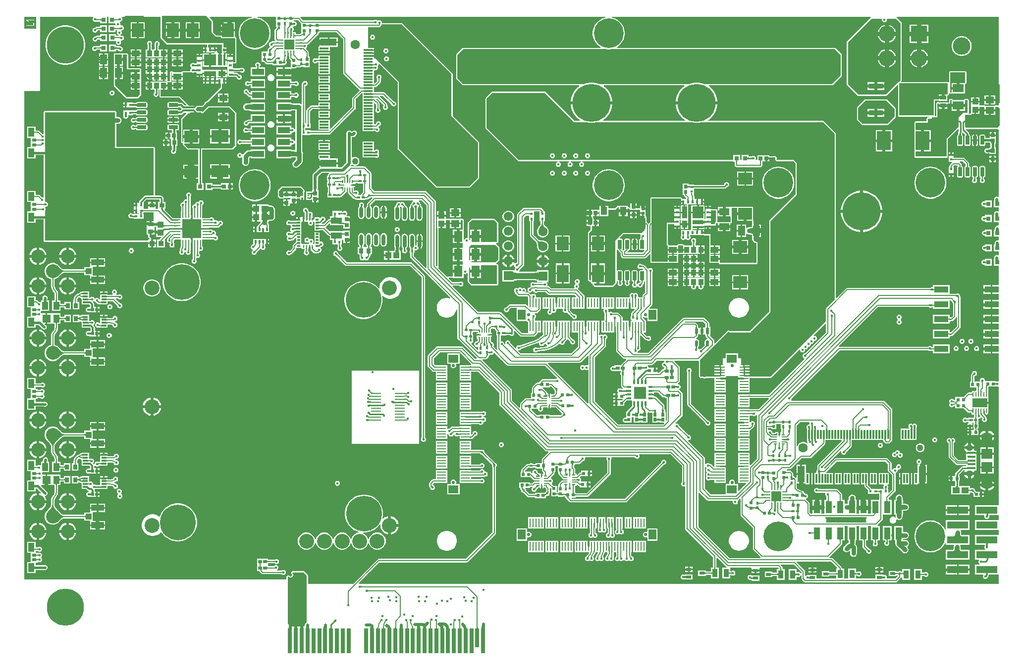
<source format=gtl>
G04*
G04 #@! TF.GenerationSoftware,Altium Limited,Altium Designer,24.4.1 (13)*
G04*
G04 Layer_Physical_Order=1*
G04 Layer_Color=255*
%FSLAX44Y44*%
%MOMM*%
G71*
G04*
G04 #@! TF.SameCoordinates,F083C6BF-E510-45A8-8405-167EEE42A30D*
G04*
G04*
G04 #@! TF.FilePolarity,Positive*
G04*
G01*
G75*
%ADD12C,0.4000*%
%ADD13C,0.2540*%
%ADD14C,0.2000*%
%ADD15C,0.5080*%
%ADD16C,0.5000*%
%ADD19C,0.1524*%
%ADD22C,0.3000*%
%ADD24C,0.1270*%
%ADD36R,1.5499X0.2499*%
%ADD37R,1.7000X1.3500*%
%ADD38R,1.3500X1.7000*%
%ADD39R,0.2499X1.5499*%
%ADD40R,1.4500X1.1500*%
%ADD41R,0.9000X0.5000*%
%ADD42R,1.0000X0.7200*%
%ADD43R,0.7112X4.1910*%
%ADD44R,0.7112X3.2004*%
%ADD45R,0.9500X1.4500*%
%ADD46R,0.6500X0.6000*%
%ADD47R,0.5321X1.0383*%
G04:AMPARAMS|DCode=48|XSize=1.0383mm|YSize=0.5321mm|CornerRadius=0.2661mm|HoleSize=0mm|Usage=FLASHONLY|Rotation=270.000|XOffset=0mm|YOffset=0mm|HoleType=Round|Shape=RoundedRectangle|*
%AMROUNDEDRECTD48*
21,1,1.0383,0.0000,0,0,270.0*
21,1,0.5061,0.5321,0,0,270.0*
1,1,0.5321,0.0000,-0.2531*
1,1,0.5321,0.0000,0.2531*
1,1,0.5321,0.0000,0.2531*
1,1,0.5321,0.0000,-0.2531*
%
%ADD48ROUNDEDRECTD48*%
%ADD49R,0.8000X0.9500*%
%ADD50O,0.6000X2.2000*%
%ADD51O,0.6000X1.9000*%
%ADD52R,0.4750X0.3500*%
%ADD53R,0.2500X0.4750*%
%ADD54R,0.3500X0.5000*%
%ADD55R,1.8000X0.2500*%
%ADD56R,1.0000X1.4000*%
%ADD57R,1.4000X1.4000*%
%ADD58R,1.1200X2.1050*%
%ADD59R,0.9000X0.7500*%
%ADD60R,1.0500X1.0000*%
%ADD61R,2.2000X1.0500*%
%ADD62R,0.7000X0.9000*%
%ADD63R,0.9000X0.8000*%
%ADD64R,0.9500X0.9500*%
%ADD65R,0.9000X0.2600*%
%ADD66R,0.2600X0.9000*%
%ADD67R,3.2500X3.2500*%
%ADD68R,0.8500X0.3000*%
%ADD69R,1.4500X1.9000*%
%ADD70R,1.1546X1.7062*%
%ADD71R,1.1000X1.3500*%
%ADD72R,1.9900X2.3300*%
%ADD73R,0.7393X0.6725*%
%ADD74R,1.5000X1.8500*%
%ADD75R,0.9000X1.0000*%
%ADD76C,0.7413*%
%ADD77R,1.4000X1.0000*%
G04:AMPARAMS|DCode=78|XSize=1.55mm|YSize=0.6mm|CornerRadius=0.051mm|HoleSize=0mm|Usage=FLASHONLY|Rotation=90.000|XOffset=0mm|YOffset=0mm|HoleType=Round|Shape=RoundedRectangle|*
%AMROUNDEDRECTD78*
21,1,1.5500,0.4980,0,0,90.0*
21,1,1.4480,0.6000,0,0,90.0*
1,1,0.1020,0.2490,0.7240*
1,1,0.1020,0.2490,-0.7240*
1,1,0.1020,-0.2490,-0.7240*
1,1,0.1020,-0.2490,0.7240*
%
%ADD78ROUNDEDRECTD78*%
%ADD79R,0.6682X0.6725*%
%ADD80R,2.4000X3.3000*%
%ADD81R,0.5000X0.5000*%
%ADD82R,1.3061X1.0582*%
%ADD83R,0.4750X0.5000*%
%ADD84R,2.4400X1.1300*%
%ADD85R,0.2225X0.8397*%
G04:AMPARAMS|DCode=86|XSize=0.8397mm|YSize=0.2225mm|CornerRadius=0.1112mm|HoleSize=0mm|Usage=FLASHONLY|Rotation=90.000|XOffset=0mm|YOffset=0mm|HoleType=Round|Shape=RoundedRectangle|*
%AMROUNDEDRECTD86*
21,1,0.8397,0.0000,0,0,90.0*
21,1,0.6172,0.2225,0,0,90.0*
1,1,0.2225,0.0000,0.3086*
1,1,0.2225,0.0000,-0.3086*
1,1,0.2225,0.0000,-0.3086*
1,1,0.2225,0.0000,0.3086*
%
%ADD86ROUNDEDRECTD86*%
%ADD87R,0.4500X0.4500*%
%ADD88R,0.7200X0.7200*%
%ADD89R,3.6800X1.2700*%
G04:AMPARAMS|DCode=90|XSize=0.3mm|YSize=0.75mm|CornerRadius=0.0495mm|HoleSize=0mm|Usage=FLASHONLY|Rotation=180.000|XOffset=0mm|YOffset=0mm|HoleType=Round|Shape=RoundedRectangle|*
%AMROUNDEDRECTD90*
21,1,0.3000,0.6510,0,0,180.0*
21,1,0.2010,0.7500,0,0,180.0*
1,1,0.0990,-0.1005,0.3255*
1,1,0.0990,0.1005,0.3255*
1,1,0.0990,0.1005,-0.3255*
1,1,0.0990,-0.1005,-0.3255*
%
%ADD90ROUNDEDRECTD90*%
G04:AMPARAMS|DCode=91|XSize=0.3mm|YSize=0.75mm|CornerRadius=0.0495mm|HoleSize=0mm|Usage=FLASHONLY|Rotation=90.000|XOffset=0mm|YOffset=0mm|HoleType=Round|Shape=RoundedRectangle|*
%AMROUNDEDRECTD91*
21,1,0.3000,0.6510,0,0,90.0*
21,1,0.2010,0.7500,0,0,90.0*
1,1,0.0990,0.3255,0.1005*
1,1,0.0990,0.3255,-0.1005*
1,1,0.0990,-0.3255,-0.1005*
1,1,0.0990,-0.3255,0.1005*
%
%ADD91ROUNDEDRECTD91*%
%ADD92R,1.9000X1.1000*%
%ADD93R,0.8890X1.2954*%
%ADD94R,0.8890X2.1082*%
%ADD95R,1.8796X2.1082*%
%ADD96R,1.8796X0.6604*%
%ADD97R,1.8796X0.3556*%
%ADD98R,0.3302X0.5080*%
%ADD99R,0.5080X0.3302*%
%ADD100R,1.9000X1.8000*%
%ADD101R,1.3500X0.4000*%
%ADD102R,5.9182X5.5118*%
%ADD103R,2.4892X0.9398*%
%ADD104R,3.0000X2.0000*%
%ADD105R,2.3300X1.9900*%
%ADD106R,0.3000X1.5500*%
%ADD107R,1.2000X2.7500*%
%ADD108R,0.8128X0.2540*%
%ADD109R,0.2540X0.8128*%
%ADD110R,1.8034X1.8034*%
%ADD111R,0.8000X0.8000*%
%ADD112R,0.8000X0.5000*%
%ADD113R,1.0000X1.5000*%
%ADD114R,0.4500X0.4500*%
%ADD115R,0.5500X0.5500*%
%ADD116R,0.5811X0.5121*%
%ADD117R,0.6000X0.6500*%
G04:AMPARAMS|DCode=118|XSize=1.55mm|YSize=0.6mm|CornerRadius=0.051mm|HoleSize=0mm|Usage=FLASHONLY|Rotation=0.000|XOffset=0mm|YOffset=0mm|HoleType=Round|Shape=RoundedRectangle|*
%AMROUNDEDRECTD118*
21,1,1.5500,0.4980,0,0,0.0*
21,1,1.4480,0.6000,0,0,0.0*
1,1,0.1020,0.7240,-0.2490*
1,1,0.1020,-0.7240,-0.2490*
1,1,0.1020,-0.7240,0.2490*
1,1,0.1020,0.7240,0.2490*
%
%ADD118ROUNDEDRECTD118*%
%ADD119R,0.6800X0.6400*%
%ADD120R,0.7000X0.7000*%
%ADD121R,1.0500X1.1000*%
%ADD122R,0.7000X0.7000*%
%ADD123R,0.6400X0.6800*%
%ADD124R,1.1000X1.0500*%
%ADD125R,0.3700X0.2400*%
%ADD126R,0.4000X1.0800*%
%ADD127R,2.1050X1.1200*%
%ADD128R,0.5000X0.4500*%
%ADD129R,0.4500X0.5000*%
%ADD130R,0.5500X0.5500*%
%ADD131R,1.5500X0.3000*%
%ADD132R,2.7500X1.2000*%
%ADD133R,1.2954X0.8890*%
%ADD134R,2.1082X0.8890*%
%ADD135R,2.1082X1.8796*%
%ADD136R,0.6604X1.8796*%
%ADD137R,0.3556X1.8796*%
%ADD138R,0.7154X0.6725*%
%ADD139R,0.5121X0.5811*%
%ADD140R,1.7062X1.1546*%
%ADD141R,2.0000X3.0000*%
%ADD142R,1.8500X1.5000*%
%ADD143R,1.3500X1.1000*%
%ADD144R,0.6725X0.7393*%
%ADD145R,0.6725X0.7154*%
%ADD146R,1.9000X1.4500*%
%ADD147R,1.9000X1.5750*%
%ADD182R,2.5500X1.6500*%
%ADD191C,0.1800*%
%ADD192R,0.6000X0.2000*%
%ADD193R,0.2000X0.6000*%
%ADD205R,0.6000X0.2000*%
%ADD206R,0.2000X0.6000*%
%ADD217C,2.7500*%
%ADD218R,2.7500X2.7500*%
%ADD219C,2.9972*%
%ADD226C,1.1000*%
%ADD227C,1.6000*%
%ADD232C,0.2032*%
%ADD233C,0.2067*%
G04:AMPARAMS|DCode=234|XSize=2.1mm|YSize=2.1mm|CornerRadius=0.0525mm|HoleSize=0mm|Usage=FLASHONLY|Rotation=90.000|XOffset=0mm|YOffset=0mm|HoleType=Round|Shape=RoundedRectangle|*
%AMROUNDEDRECTD234*
21,1,2.1000,1.9950,0,0,90.0*
21,1,1.9950,2.1000,0,0,90.0*
1,1,0.1050,0.9975,0.9975*
1,1,0.1050,0.9975,-0.9975*
1,1,0.1050,-0.9975,-0.9975*
1,1,0.1050,-0.9975,0.9975*
%
%ADD234ROUNDEDRECTD234*%
%ADD235C,0.7620*%
%ADD236C,0.3810*%
%ADD237C,0.2060*%
%ADD238C,1.0160*%
%ADD239C,1.0000*%
%ADD240C,0.6350*%
%ADD241C,0.8000*%
%ADD242C,0.5502*%
%ADD243C,2.3850*%
%ADD244C,6.0960*%
%ADD245C,2.5400*%
%ADD246C,1.5500*%
%ADD247R,1.5500X1.5500*%
%ADD248R,1.6000X1.6000*%
%ADD249O,1.9000X1.2000*%
%ADD250O,1.2500X1.0500*%
%ADD251C,6.5000*%
%ADD252C,6.3500*%
%ADD253C,0.4500*%
%ADD254C,5.0800*%
G36*
X462710Y1104339D02*
X462771Y1104166D01*
X462875Y1104014D01*
X463019Y1103882D01*
X463205Y1103770D01*
X463432Y1103679D01*
X463700Y1103607D01*
X464009Y1103557D01*
X464360Y1103526D01*
X464752Y1103516D01*
Y1101484D01*
X464360Y1101474D01*
X464009Y1101443D01*
X463700Y1101393D01*
X463432Y1101321D01*
X463205Y1101230D01*
X463019Y1101118D01*
X462875Y1100986D01*
X462771Y1100834D01*
X462710Y1100661D01*
X462689Y1100468D01*
Y1104532D01*
X462710Y1104339D01*
D02*
G37*
G36*
X457311Y1100093D02*
X457290Y1100286D01*
X457229Y1100459D01*
X457125Y1100611D01*
X456981Y1100743D01*
X456795Y1100855D01*
X456568Y1100946D01*
X456300Y1101018D01*
X455991Y1101068D01*
X455640Y1101099D01*
X455248Y1101109D01*
Y1103141D01*
X455640Y1103151D01*
X455991Y1103182D01*
X456300Y1103232D01*
X456568Y1103304D01*
X456795Y1103395D01*
X456981Y1103507D01*
X457125Y1103639D01*
X457229Y1103791D01*
X457290Y1103964D01*
X457311Y1104157D01*
Y1100093D01*
D02*
G37*
G36*
X452210Y1103964D02*
X452271Y1103791D01*
X452375Y1103639D01*
X452519Y1103507D01*
X452705Y1103395D01*
X452932Y1103304D01*
X453200Y1103232D01*
X453509Y1103182D01*
X453860Y1103151D01*
X454252Y1103141D01*
Y1101109D01*
X453860Y1101099D01*
X453509Y1101068D01*
X453200Y1101018D01*
X452932Y1100946D01*
X452705Y1100855D01*
X452519Y1100743D01*
X452375Y1100611D01*
X452271Y1100459D01*
X452210Y1100286D01*
X452189Y1100093D01*
Y1104157D01*
X452210Y1103964D01*
D02*
G37*
G36*
X447811Y1100093D02*
X447790Y1100286D01*
X447729Y1100459D01*
X447625Y1100611D01*
X447481Y1100743D01*
X447295Y1100855D01*
X447068Y1100946D01*
X446800Y1101018D01*
X446491Y1101068D01*
X446140Y1101099D01*
X445748Y1101109D01*
Y1103141D01*
X446140Y1103151D01*
X446491Y1103182D01*
X446800Y1103232D01*
X447068Y1103304D01*
X447295Y1103395D01*
X447481Y1103507D01*
X447625Y1103639D01*
X447729Y1103791D01*
X447790Y1103964D01*
X447811Y1104157D01*
Y1100093D01*
D02*
G37*
G36*
X442710Y1103964D02*
X442771Y1103791D01*
X442875Y1103639D01*
X443019Y1103507D01*
X443205Y1103395D01*
X443432Y1103304D01*
X443700Y1103232D01*
X444009Y1103182D01*
X444360Y1103151D01*
X444752Y1103141D01*
Y1101109D01*
X444360Y1101099D01*
X444009Y1101068D01*
X443700Y1101018D01*
X443432Y1100946D01*
X443205Y1100855D01*
X443019Y1100743D01*
X442875Y1100611D01*
X442771Y1100459D01*
X442710Y1100286D01*
X442689Y1100093D01*
Y1104157D01*
X442710Y1103964D01*
D02*
G37*
G36*
X167717Y1098984D02*
X165120Y1098984D01*
X164824Y1101016D01*
X165062Y1101023D01*
X165279Y1101043D01*
X165475Y1101076D01*
X165649Y1101123D01*
X165802Y1101183D01*
X165933Y1101257D01*
X166043Y1101344D01*
X166131Y1101445D01*
X166198Y1101559D01*
X166244Y1101686D01*
X167717Y1098984D01*
D02*
G37*
G36*
X158960Y1101839D02*
X159022Y1101666D01*
X159125Y1101514D01*
X159269Y1101382D01*
X159455Y1101270D01*
X159682Y1101179D01*
X159950Y1101107D01*
X160259Y1101057D01*
X160610Y1101026D01*
X161001Y1101016D01*
Y1098984D01*
X160610Y1098974D01*
X160259Y1098943D01*
X159950Y1098893D01*
X159682Y1098821D01*
X159455Y1098730D01*
X159269Y1098618D01*
X159125Y1098486D01*
X159022Y1098334D01*
X158960Y1098161D01*
X158939Y1097968D01*
Y1102032D01*
X158960Y1101839D01*
D02*
G37*
G36*
X136061Y1097968D02*
X136040Y1098161D01*
X135978Y1098334D01*
X135875Y1098486D01*
X135731Y1098618D01*
X135545Y1098730D01*
X135318Y1098821D01*
X135050Y1098893D01*
X134741Y1098943D01*
X134390Y1098974D01*
X133998Y1098984D01*
Y1101016D01*
X134390Y1101026D01*
X134741Y1101057D01*
X135050Y1101107D01*
X135318Y1101179D01*
X135545Y1101270D01*
X135731Y1101382D01*
X135875Y1101514D01*
X135978Y1101666D01*
X136040Y1101839D01*
X136061Y1102032D01*
Y1097968D01*
D02*
G37*
G36*
X1502500Y1094000D02*
Y997000D01*
X1499059Y993559D01*
X1498062D01*
Y992562D01*
X1477500Y972000D01*
X1430000D01*
X1412500Y989500D01*
Y1062000D01*
X1452500Y1102000D01*
X1470085D01*
X1470791Y1100944D01*
X1470750Y1100845D01*
Y1099155D01*
X1471397Y1097593D01*
X1472593Y1096397D01*
X1474155Y1095750D01*
X1475845D01*
X1477407Y1096397D01*
X1478603Y1097593D01*
X1479250Y1099155D01*
Y1100845D01*
X1479209Y1100944D01*
X1479915Y1102000D01*
X1494500D01*
X1502500Y1094000D01*
D02*
G37*
G36*
X613194Y1093080D02*
X613157Y1093017D01*
X613124Y1092931D01*
X613095Y1092822D01*
X613071Y1092690D01*
X613051Y1092536D01*
X613025Y1092159D01*
X613016Y1091690D01*
X610984D01*
X610982Y1091936D01*
X610929Y1092690D01*
X610905Y1092822D01*
X610876Y1092931D01*
X610843Y1093017D01*
X610806Y1093080D01*
X610764Y1093120D01*
X613236D01*
X613194Y1093080D01*
D02*
G37*
G36*
X462710Y1095089D02*
X462771Y1094916D01*
X462875Y1094764D01*
X463019Y1094632D01*
X463205Y1094520D01*
X463432Y1094428D01*
X463700Y1094357D01*
X463710Y1094356D01*
X463838Y1094385D01*
X464011Y1094438D01*
X464171Y1094500D01*
X464319Y1094572D01*
X464455Y1094653D01*
X464578Y1094744D01*
X464525Y1094272D01*
X464752Y1094266D01*
Y1092234D01*
X464360Y1092224D01*
X464296Y1092218D01*
X464228Y1091613D01*
X464124Y1091731D01*
X464005Y1091837D01*
X463872Y1091930D01*
X463724Y1092010D01*
X463562Y1092079D01*
X463515Y1092094D01*
X463432Y1092071D01*
X463205Y1091980D01*
X463019Y1091868D01*
X462875Y1091736D01*
X462771Y1091584D01*
X462710Y1091411D01*
X462689Y1091218D01*
Y1092230D01*
X462534Y1092234D01*
X462689Y1093463D01*
Y1095282D01*
X462710Y1095089D01*
D02*
G37*
G36*
X452220Y1091780D02*
X452086Y1091760D01*
X451966Y1091699D01*
X451861Y1091598D01*
X451769Y1091455D01*
X451692Y1091273D01*
X451629Y1091049D01*
X451579Y1090785D01*
X451544Y1090480D01*
X451523Y1090135D01*
X451516Y1089749D01*
X449484D01*
X449474Y1090139D01*
X449443Y1090488D01*
X449393Y1090797D01*
X449321Y1091065D01*
X449230Y1091291D01*
X449118Y1091477D01*
X448986Y1091622D01*
X448834Y1091726D01*
X448661Y1091789D01*
X448468Y1091811D01*
X452220Y1091780D01*
D02*
G37*
G36*
X460615Y1090790D02*
X460466Y1090732D01*
X460336Y1090635D01*
X460222Y1090500D01*
X460126Y1090328D01*
X460048Y1090117D01*
X459987Y1089868D01*
X459943Y1089581D01*
X459917Y1089256D01*
X459908Y1088892D01*
X457876D01*
X457870Y1089251D01*
X457823Y1089855D01*
X457781Y1090101D01*
X457727Y1090308D01*
X457662Y1090478D01*
X457584Y1090611D01*
X457495Y1090705D01*
X457394Y1090762D01*
X457281Y1090780D01*
X460780Y1090811D01*
X460615Y1090790D01*
D02*
G37*
G36*
X507710Y1092339D02*
X507771Y1092166D01*
X507875Y1092014D01*
X508019Y1091882D01*
X508205Y1091770D01*
X508432Y1091679D01*
X508700Y1091607D01*
X509009Y1091557D01*
X509360Y1091526D01*
X509752Y1091516D01*
Y1089484D01*
X509360Y1089474D01*
X509009Y1089443D01*
X508700Y1089393D01*
X508432Y1089321D01*
X508205Y1089230D01*
X508019Y1089118D01*
X507875Y1088986D01*
X507771Y1088834D01*
X507710Y1088661D01*
X507689Y1088468D01*
Y1092532D01*
X507710Y1092339D01*
D02*
G37*
G36*
X495210Y1091964D02*
X495271Y1091791D01*
X495375Y1091639D01*
X495519Y1091507D01*
X495705Y1091395D01*
X495932Y1091304D01*
X496200Y1091232D01*
X496509Y1091182D01*
X496860Y1091151D01*
X497252Y1091141D01*
Y1089109D01*
X496860Y1089099D01*
X496509Y1089068D01*
X496200Y1089018D01*
X495932Y1088946D01*
X495705Y1088855D01*
X495519Y1088743D01*
X495375Y1088611D01*
X495271Y1088459D01*
X495210Y1088286D01*
X495189Y1088093D01*
Y1092157D01*
X495210Y1091964D01*
D02*
G37*
G36*
X490811Y1088093D02*
X490790Y1088286D01*
X490728Y1088459D01*
X490625Y1088611D01*
X490481Y1088743D01*
X490295Y1088855D01*
X490069Y1088946D01*
X489800Y1089018D01*
X489491Y1089068D01*
X489140Y1089099D01*
X488749Y1089109D01*
Y1091141D01*
X489140Y1091151D01*
X489491Y1091182D01*
X489800Y1091232D01*
X490069Y1091304D01*
X490295Y1091395D01*
X490481Y1091507D01*
X490625Y1091639D01*
X490728Y1091791D01*
X490790Y1091964D01*
X490811Y1092157D01*
Y1088093D01*
D02*
G37*
G36*
X485710Y1091964D02*
X485771Y1091791D01*
X485875Y1091639D01*
X486019Y1091507D01*
X486205Y1091395D01*
X486432Y1091304D01*
X486700Y1091232D01*
X487009Y1091182D01*
X487360Y1091151D01*
X487752Y1091141D01*
Y1089109D01*
X487360Y1089099D01*
X487009Y1089068D01*
X486700Y1089018D01*
X486432Y1088946D01*
X486205Y1088855D01*
X486019Y1088743D01*
X485875Y1088611D01*
X485771Y1088459D01*
X485710Y1088286D01*
X485689Y1088093D01*
Y1092157D01*
X485710Y1091964D01*
D02*
G37*
G36*
X441839Y1090790D02*
X441666Y1090729D01*
X441514Y1090625D01*
X441382Y1090481D01*
X441270Y1090295D01*
X441179Y1090069D01*
X441107Y1089800D01*
X441057Y1089491D01*
X441026Y1089140D01*
X441025Y1089092D01*
X441066Y1088695D01*
X441105Y1088500D01*
X441156Y1088318D01*
X441217Y1088150D01*
X441290Y1087995D01*
X441374Y1087852D01*
X441469Y1087723D01*
X441575Y1087607D01*
X438425Y1087607D01*
X438531Y1087723D01*
X438626Y1087852D01*
X438710Y1087995D01*
X438783Y1088150D01*
X438844Y1088318D01*
X438895Y1088500D01*
X438934Y1088695D01*
X438962Y1088903D01*
X438975Y1089083D01*
X438974Y1089140D01*
X438943Y1089491D01*
X438893Y1089800D01*
X438821Y1090069D01*
X438730Y1090295D01*
X438618Y1090481D01*
X438486Y1090625D01*
X438334Y1090729D01*
X438161Y1090790D01*
X437968Y1090811D01*
X442032D01*
X441839Y1090790D01*
D02*
G37*
G36*
X735000Y1007000D02*
Y935000D01*
X780000Y890000D01*
Y830000D01*
X765000Y815000D01*
X710000D01*
X645000Y880000D01*
Y994000D01*
X605000Y1034000D01*
X602500D01*
Y1034500D01*
Y1036501D01*
X592750D01*
Y1039500D01*
X602500D01*
Y1041500D01*
X592750D01*
Y1044500D01*
X602500D01*
Y1046500D01*
X592750D01*
Y1049500D01*
X602500D01*
Y1051500D01*
X592750D01*
Y1087425D01*
X610810D01*
X610810Y1087425D01*
X611987Y1087659D01*
X612984Y1088326D01*
X614174Y1089516D01*
X614174Y1089516D01*
X614841Y1090514D01*
X615075Y1091690D01*
Y1092000D01*
X650000D01*
X735000Y1007000D01*
D02*
G37*
G36*
X169715Y1083891D02*
X169655Y1083909D01*
X169573Y1083925D01*
X169470Y1083939D01*
X169032Y1083969D01*
X168151Y1083984D01*
X166900Y1086016D01*
X167138Y1086023D01*
X167355Y1086043D01*
X167552Y1086077D01*
X167728Y1086125D01*
X167885Y1086186D01*
X168020Y1086261D01*
X168136Y1086350D01*
X168231Y1086452D01*
X168306Y1086567D01*
X168361Y1086697D01*
X169715Y1083891D01*
D02*
G37*
G36*
X158960Y1086839D02*
X159022Y1086666D01*
X159125Y1086514D01*
X159269Y1086382D01*
X159455Y1086270D01*
X159682Y1086179D01*
X159950Y1086107D01*
X160259Y1086057D01*
X160610Y1086026D01*
X161001Y1086016D01*
Y1083984D01*
X160610Y1083974D01*
X160259Y1083943D01*
X159950Y1083893D01*
X159682Y1083821D01*
X159455Y1083730D01*
X159269Y1083618D01*
X159125Y1083486D01*
X159022Y1083334D01*
X158960Y1083161D01*
X158939Y1082968D01*
Y1087032D01*
X158960Y1086839D01*
D02*
G37*
G36*
X439977Y1083750D02*
X439820Y1083743D01*
X439662Y1083719D01*
X439502Y1083678D01*
X439341Y1083619D01*
X439178Y1083543D01*
X439014Y1083450D01*
X438848Y1083341D01*
X438682Y1083213D01*
X438514Y1083069D01*
X438344Y1082907D01*
X436907Y1084344D01*
X437069Y1084514D01*
X437341Y1084848D01*
X437450Y1085014D01*
X437543Y1085178D01*
X437619Y1085340D01*
X437678Y1085502D01*
X437719Y1085662D01*
X437743Y1085820D01*
X437750Y1085977D01*
X439977Y1083750D01*
D02*
G37*
G36*
X507710Y1083339D02*
X507771Y1083166D01*
X507875Y1083014D01*
X508019Y1082882D01*
X508205Y1082770D01*
X508432Y1082679D01*
X508700Y1082607D01*
X509009Y1082557D01*
X509360Y1082526D01*
X509752Y1082516D01*
Y1080484D01*
X509360Y1080474D01*
X509009Y1080443D01*
X508700Y1080393D01*
X508432Y1080321D01*
X508205Y1080230D01*
X508019Y1080118D01*
X507875Y1079986D01*
X507771Y1079834D01*
X507710Y1079661D01*
X507689Y1079468D01*
Y1083532D01*
X507710Y1083339D01*
D02*
G37*
G36*
X494839Y1079790D02*
X494666Y1079728D01*
X494514Y1079625D01*
X494382Y1079481D01*
X494270Y1079295D01*
X494179Y1079069D01*
X494107Y1078800D01*
X494057Y1078491D01*
X494026Y1078140D01*
X494016Y1077748D01*
X491984D01*
X491974Y1078140D01*
X491943Y1078491D01*
X491893Y1078800D01*
X491821Y1079069D01*
X491730Y1079295D01*
X491618Y1079481D01*
X491486Y1079625D01*
X491334Y1079728D01*
X491161Y1079790D01*
X490968Y1079811D01*
X495032D01*
X494839Y1079790D01*
D02*
G37*
G36*
X506635Y1078793D02*
X506505Y1078738D01*
X506391Y1078648D01*
X506291Y1078521D01*
X506207Y1078358D01*
X506138Y1078159D01*
X506085Y1077924D01*
X506047Y1077652D01*
X506024Y1077344D01*
X506016Y1077000D01*
X503984D01*
X503976Y1077344D01*
X503915Y1077924D01*
X503862Y1078159D01*
X503793Y1078358D01*
X503709Y1078521D01*
X503609Y1078648D01*
X503495Y1078738D01*
X503365Y1078793D01*
X503219Y1078811D01*
X506781D01*
X506635Y1078793D01*
D02*
G37*
G36*
X484839Y1078790D02*
X484666Y1078728D01*
X484514Y1078625D01*
X484382Y1078481D01*
X484270Y1078295D01*
X484179Y1078068D01*
X484107Y1077800D01*
X484079Y1077630D01*
X484105Y1077500D01*
X484156Y1077318D01*
X484217Y1077150D01*
X484290Y1076994D01*
X484374Y1076852D01*
X484469Y1076723D01*
X484575Y1076607D01*
X481425D01*
X481531Y1076723D01*
X481626Y1076852D01*
X481710Y1076994D01*
X481783Y1077150D01*
X481844Y1077318D01*
X481895Y1077500D01*
X481921Y1077630D01*
X481893Y1077800D01*
X481821Y1078068D01*
X481730Y1078295D01*
X481618Y1078481D01*
X481486Y1078625D01*
X481334Y1078728D01*
X481161Y1078790D01*
X480968Y1078811D01*
X485032D01*
X484839Y1078790D01*
D02*
G37*
G36*
X456518Y1078157D02*
X456596Y1076837D01*
X456626Y1076694D01*
X456659Y1076593D01*
X456697Y1076532D01*
X456740Y1076512D01*
X454260D01*
X454303Y1076532D01*
X454341Y1076593D01*
X454375Y1076694D01*
X454403Y1076837D01*
X454428Y1077020D01*
X454464Y1077507D01*
X454484Y1078543D01*
X456516D01*
X456518Y1078157D01*
D02*
G37*
G36*
X451518D02*
X451596Y1076837D01*
X451626Y1076694D01*
X451659Y1076593D01*
X451697Y1076532D01*
X451740Y1076512D01*
X449260D01*
X449303Y1076532D01*
X449341Y1076593D01*
X449375Y1076694D01*
X449403Y1076837D01*
X449428Y1077020D01*
X449464Y1077507D01*
X449484Y1078543D01*
X451516D01*
X451518Y1078157D01*
D02*
G37*
G36*
X477826Y1093826D02*
X477826Y1093826D01*
X478250Y1093542D01*
Y1085750D01*
Y1077530D01*
X477860Y1077452D01*
X476863Y1076786D01*
X476863Y1076786D01*
X475630Y1075553D01*
X468770D01*
Y1078542D01*
X463834D01*
Y1080824D01*
X464603Y1081593D01*
X465250Y1083155D01*
Y1084845D01*
X464603Y1086407D01*
X463933Y1087078D01*
X464187Y1088478D01*
X464750Y1088750D01*
X465958Y1088750D01*
X466845D01*
X468407Y1089397D01*
X469603Y1090593D01*
X470250Y1092155D01*
Y1093845D01*
X469603Y1095407D01*
X468407Y1096603D01*
X466845Y1097250D01*
X465592D01*
X464977Y1098447D01*
X465430Y1099425D01*
X472226D01*
X477826Y1093826D01*
D02*
G37*
G36*
X481689Y1073171D02*
X481565Y1073252D01*
X481428Y1073324D01*
X481279Y1073387D01*
X481118Y1073443D01*
X480944Y1073489D01*
X480758Y1073527D01*
X480560Y1073557D01*
X480127Y1073591D01*
X479892Y1073595D01*
X479489Y1075627D01*
X479724Y1075634D01*
X479943Y1075653D01*
X480147Y1075685D01*
X480336Y1075731D01*
X480509Y1075789D01*
X480667Y1075860D01*
X480810Y1075944D01*
X480937Y1076041D01*
X481049Y1076151D01*
X481145Y1076274D01*
X481689Y1073171D01*
D02*
G37*
G36*
X208437Y1105000D02*
X237961D01*
Y1069092D01*
X238116Y1068312D01*
X238558Y1067650D01*
X238558Y1067650D01*
X247708Y1058500D01*
X248370Y1058058D01*
X249150Y1057903D01*
X316961D01*
Y1052956D01*
X315916D01*
Y1048416D01*
Y1043876D01*
X318067D01*
X318067Y1043876D01*
X318765D01*
Y1043876D01*
X319337Y1043876D01*
X326067D01*
Y1043876D01*
X326765D01*
Y1043876D01*
X330632D01*
X330695Y1043768D01*
X329963Y1042498D01*
X323916D01*
Y1031100D01*
Y1019702D01*
X350697D01*
X350894Y1019663D01*
X351060D01*
X351291Y1019433D01*
X351638D01*
Y1019089D01*
X352292Y1018439D01*
X352292Y1017079D01*
X352292Y1010000D01*
X352292Y1009079D01*
Y1002349D01*
X359298D01*
X359342Y1002340D01*
X359370Y1002346D01*
X359399Y1002341D01*
X359434Y1002349D01*
X361372D01*
Y1002666D01*
X366357D01*
X367750Y1001273D01*
Y1001155D01*
X368397Y999593D01*
X369593Y998397D01*
X371155Y997750D01*
X372845D01*
X374407Y998397D01*
X375603Y999593D01*
X376250Y1001155D01*
Y1002845D01*
X375603Y1004407D01*
X374407Y1005603D01*
X372845Y1006250D01*
X372209D01*
X372173Y1006280D01*
X370096Y1008357D01*
X369014Y1009080D01*
X367738Y1009334D01*
X363335D01*
X362950Y1010000D01*
X363335Y1010666D01*
X374319D01*
X374324Y1010665D01*
X374593Y1010397D01*
X376155Y1009750D01*
X377845D01*
X379407Y1010397D01*
X380603Y1011593D01*
X381250Y1013155D01*
Y1014845D01*
X380603Y1016407D01*
X379407Y1017603D01*
X377845Y1018250D01*
X376155D01*
X374593Y1017603D01*
X374328Y1017338D01*
X374270Y1017334D01*
X361988D01*
X361372Y1018349D01*
X361372Y1018921D01*
Y1025514D01*
X365175D01*
X365955Y1025669D01*
X366617Y1026111D01*
X367059Y1026772D01*
X367214Y1027553D01*
Y1067132D01*
X367194Y1067235D01*
X367204Y1067340D01*
X367079Y1068558D01*
X366992Y1068841D01*
X366934Y1069130D01*
X366875Y1069218D01*
X366844Y1069319D01*
X366656Y1069546D01*
X366492Y1069792D01*
X366404Y1069850D01*
X366337Y1069932D01*
X366076Y1070070D01*
X365830Y1070234D01*
X365727Y1070255D01*
X365634Y1070304D01*
X365340Y1070332D01*
X365050Y1070389D01*
Y1080500D01*
X353100D01*
X343211D01*
Y1080165D01*
Y1071000D01*
X343161Y1071475D01*
X343010Y1071900D01*
X342758Y1072275D01*
X342406Y1072600D01*
X341953Y1072875D01*
X341400Y1073100D01*
X341150Y1073167D01*
Y1073070D01*
X341112Y1073039D01*
X332932D01*
X327039Y1078932D01*
Y1097500D01*
X327039Y1097500D01*
X326884Y1098280D01*
X326442Y1098942D01*
X321557Y1103827D01*
X322043Y1105000D01*
X393188D01*
X393288Y1103730D01*
X392159Y1103551D01*
X388057Y1102218D01*
X384214Y1100260D01*
X380725Y1097725D01*
X377676Y1094676D01*
X375140Y1091187D01*
X373182Y1087344D01*
X371850Y1083242D01*
X371175Y1078982D01*
Y1074669D01*
X371850Y1070410D01*
X373182Y1066308D01*
X375140Y1062465D01*
X377676Y1058976D01*
X380725Y1055926D01*
X384214Y1053391D01*
X388057Y1051433D01*
X392159Y1050100D01*
X396419Y1049426D01*
X400732D01*
X404991Y1050100D01*
X409093Y1051433D01*
X412936Y1053391D01*
X416425Y1055926D01*
X419475Y1058976D01*
X422010Y1062465D01*
X423968Y1066308D01*
X425300Y1070410D01*
X425975Y1074669D01*
Y1078982D01*
X425300Y1083242D01*
X423968Y1087344D01*
X422010Y1091187D01*
X419475Y1094676D01*
X416425Y1097725D01*
X412936Y1100260D01*
X409093Y1102218D01*
X404991Y1103551D01*
X403862Y1103730D01*
X403962Y1105000D01*
X435250D01*
Y1097750D01*
Y1088750D01*
X435250D01*
X436013Y1087480D01*
X435750Y1086845D01*
Y1086219D01*
X435728Y1086130D01*
X435727Y1086128D01*
X435727Y1086124D01*
X435720Y1086096D01*
X435712Y1086082D01*
X435696Y1086058D01*
X435639Y1085988D01*
X433326Y1083674D01*
X432659Y1082677D01*
X432425Y1081500D01*
X432425Y1081500D01*
Y1067500D01*
X432425Y1067500D01*
X432659Y1066323D01*
X433326Y1065326D01*
X433903Y1064748D01*
X433417Y1063575D01*
X429500D01*
X429500Y1063575D01*
X428323Y1063341D01*
X427326Y1062674D01*
X426950Y1062299D01*
X426928Y1062281D01*
X426883Y1062250D01*
X426155D01*
X424593Y1061603D01*
X423397Y1060407D01*
X422750Y1058845D01*
Y1057155D01*
X423397Y1055593D01*
X424593Y1054397D01*
X424705Y1054351D01*
X424958Y1053030D01*
X424250Y1052250D01*
X424155D01*
X422593Y1051603D01*
X421397Y1050407D01*
X420750Y1048845D01*
Y1047155D01*
X420894Y1046806D01*
X420189Y1045750D01*
X410750D01*
Y1037520D01*
X410750Y1036250D01*
X410750D01*
Y1036250D01*
X410750D01*
Y1027750D01*
X414440D01*
X414605Y1027641D01*
X415710Y1026708D01*
X417593Y1024826D01*
X418590Y1024159D01*
X419767Y1023925D01*
X419767Y1023925D01*
X428750D01*
Y1022250D01*
X447250D01*
Y1022250D01*
X448058Y1022790D01*
X448155Y1022750D01*
X449845D01*
X451407Y1023397D01*
X452603Y1024593D01*
X453250Y1026155D01*
Y1027845D01*
X452603Y1029407D01*
X452160Y1029850D01*
X452113Y1029928D01*
X452112Y1029931D01*
X452109Y1029934D01*
X452094Y1029959D01*
X452090Y1029974D01*
X452085Y1030002D01*
X452075Y1030093D01*
Y1031672D01*
X452674Y1032271D01*
X452674Y1032271D01*
X453341Y1033269D01*
X453575Y1034446D01*
Y1037458D01*
X454000D01*
Y1043522D01*
X457000D01*
Y1037458D01*
X457425D01*
Y1035000D01*
X457425Y1035000D01*
X457659Y1033823D01*
X458326Y1032826D01*
X459753Y1031398D01*
X460054Y1031075D01*
X460250Y1030831D01*
Y1018476D01*
X450000D01*
Y1012376D01*
X458995D01*
Y1016445D01*
X459071Y1016111D01*
X459299Y1015812D01*
X459680Y1015548D01*
X460214Y1015319D01*
X460900Y1015126D01*
X461025Y1015102D01*
Y1016750D01*
X469750D01*
Y1018425D01*
X475500D01*
X475500Y1018425D01*
X476677Y1018659D01*
X477674Y1019326D01*
X478099Y1019750D01*
X482250D01*
X483250Y1019098D01*
Y1018750D01*
X492750D01*
Y1027750D01*
Y1037250D01*
X491075D01*
Y1044000D01*
X490841Y1045177D01*
X490174Y1046174D01*
X490174Y1046174D01*
X486166Y1050183D01*
X486407Y1051397D01*
X487603Y1052593D01*
X488250Y1054155D01*
Y1055845D01*
X488122Y1056155D01*
X488248Y1056580D01*
X488935Y1057511D01*
X489677Y1057659D01*
X490674Y1058326D01*
X507174Y1074826D01*
X507841Y1075823D01*
X508025Y1076750D01*
X509750D01*
Y1078425D01*
X538226D01*
X549925Y1066726D01*
Y1009000D01*
X549925Y1009000D01*
X550159Y1007823D01*
X550826Y1006826D01*
X568826Y988826D01*
X576826Y980826D01*
X577338Y980483D01*
X577649Y978997D01*
X565826Y967174D01*
X565159Y966177D01*
X564925Y965000D01*
X564925Y965000D01*
Y950274D01*
X528173Y913522D01*
X527000Y914008D01*
Y922000D01*
Y929001D01*
X517250D01*
X507500D01*
Y922000D01*
Y912000D01*
X524618D01*
X525148Y910795D01*
X524570Y910075D01*
X494250D01*
Y911250D01*
X485075D01*
Y914750D01*
X494250D01*
Y923250D01*
X493075D01*
Y943102D01*
X497398Y947425D01*
X507500D01*
Y947000D01*
X509487D01*
X509530Y946991D01*
X509574Y947000D01*
X517250D01*
X527000D01*
Y952000D01*
Y959000D01*
X517250D01*
X507500D01*
Y953575D01*
X496124D01*
X496124Y953575D01*
X494947Y953341D01*
X493950Y952674D01*
X493950Y952674D01*
X487826Y946550D01*
X487159Y945553D01*
X486925Y944376D01*
X486925Y944376D01*
Y923250D01*
X485075D01*
Y986750D01*
X485845D01*
X487407Y987397D01*
X488603Y988593D01*
X489250Y990155D01*
Y991845D01*
X488603Y993407D01*
X487407Y994603D01*
X485845Y995250D01*
X484155D01*
X482593Y994603D01*
X481843Y993853D01*
X481016Y993301D01*
X481016Y993301D01*
X479826Y992110D01*
X479570Y991728D01*
X479498Y991643D01*
X479484Y991599D01*
X479159Y991113D01*
X478925Y989936D01*
X478925Y989936D01*
Y956199D01*
X477655Y955546D01*
X476267Y956473D01*
X474000Y956924D01*
X473377Y956800D01*
X464238D01*
X462913Y956876D01*
X462053Y956983D01*
X461367Y957113D01*
X461025Y957209D01*
Y958476D01*
X459038D01*
X458995Y958485D01*
X458951Y958476D01*
X435975D01*
Y943276D01*
X458951D01*
X458995Y943267D01*
X459038Y943276D01*
X461025D01*
Y944543D01*
X461367Y944639D01*
X462006Y944760D01*
X464504Y944952D01*
X468076D01*
Y913169D01*
X466806Y912917D01*
X466603Y913407D01*
X465407Y914603D01*
X463845Y915250D01*
X462155D01*
X462081Y915219D01*
X461025Y915925D01*
Y918476D01*
X435975D01*
Y903276D01*
X461025D01*
Y906075D01*
X462081Y906780D01*
X462155Y906750D01*
X463845D01*
X465407Y907397D01*
X466603Y908593D01*
X466806Y909083D01*
X468076Y908830D01*
Y893169D01*
X466806Y892917D01*
X466603Y893407D01*
X465407Y894603D01*
X463845Y895250D01*
X462155D01*
X462081Y895219D01*
X461025Y895925D01*
Y898476D01*
X435975D01*
Y883276D01*
X461025D01*
Y886075D01*
X462081Y886780D01*
X462155Y886750D01*
X463845D01*
X465407Y887397D01*
X466603Y888593D01*
X466806Y889083D01*
X468076Y888830D01*
Y876993D01*
X464247D01*
X463072Y877051D01*
X462143Y877149D01*
X461395Y877269D01*
X461025Y877358D01*
Y878476D01*
X459038D01*
X458995Y878485D01*
X458951Y878476D01*
X435975D01*
Y863276D01*
X458951D01*
X458995Y863267D01*
X459038Y863276D01*
X461025D01*
Y864394D01*
X461395Y864482D01*
X462103Y864596D01*
X464583Y864758D01*
X469076D01*
Y861454D01*
X464811Y857189D01*
X463527Y855267D01*
X463076Y853000D01*
X463527Y850733D01*
X464811Y848811D01*
X466733Y847527D01*
X469000Y847076D01*
X471267Y847527D01*
X473189Y848811D01*
X479189Y854811D01*
X480473Y856733D01*
X480924Y859000D01*
Y870026D01*
X481118Y871000D01*
X480652Y873341D01*
X479924Y874431D01*
Y902750D01*
X494250D01*
Y903925D01*
X526000D01*
X526000Y903925D01*
X527177Y904159D01*
X528174Y904826D01*
X570174Y946825D01*
X570174Y946826D01*
X570841Y947823D01*
X571075Y949000D01*
Y963726D01*
X581730Y974381D01*
X583000Y973855D01*
Y969500D01*
Y959500D01*
Y949500D01*
Y939500D01*
Y929500D01*
Y919500D01*
Y909500D01*
X600426D01*
X600470Y909491D01*
X600513Y909500D01*
X602500D01*
Y909925D01*
X604259D01*
X604397Y909593D01*
X605593Y908397D01*
X607155Y907750D01*
X608845D01*
X610407Y908397D01*
X611603Y909593D01*
X612250Y911155D01*
Y912845D01*
X611603Y914407D01*
X610407Y915603D01*
X610393Y915609D01*
X610083Y916970D01*
X610750Y917750D01*
X610845D01*
X612407Y918397D01*
X613603Y919593D01*
X614250Y921155D01*
Y922845D01*
X613603Y924407D01*
X612407Y925603D01*
X610845Y926250D01*
X609155D01*
X607593Y925603D01*
X606397Y924407D01*
X605750Y922845D01*
Y922099D01*
X604726Y921075D01*
X602500D01*
Y934500D01*
Y944500D01*
Y957046D01*
X603673Y957532D01*
X605925Y955281D01*
Y948058D01*
X605922Y948032D01*
X605910Y947973D01*
X605906Y947959D01*
X605890Y947934D01*
X605888Y947931D01*
X605887Y947928D01*
X605840Y947850D01*
X605397Y947407D01*
X604750Y945845D01*
Y944155D01*
X605397Y942593D01*
X606593Y941397D01*
X608155Y940750D01*
X609845D01*
X611407Y941397D01*
X612603Y942593D01*
X613250Y944155D01*
Y945845D01*
X612603Y947407D01*
X612160Y947850D01*
X612113Y947928D01*
X612112Y947931D01*
X612109Y947934D01*
X612094Y947959D01*
X612090Y947973D01*
X612085Y948002D01*
X612075Y948093D01*
Y956554D01*
X611841Y957731D01*
X611174Y958729D01*
X611174Y958729D01*
X606368Y963535D01*
X606839Y964737D01*
X607811Y964840D01*
X618621Y954030D01*
X618586Y952597D01*
X618397Y952407D01*
X617750Y950845D01*
Y949155D01*
X618397Y947593D01*
X619593Y946397D01*
X621155Y945750D01*
X622845D01*
X624407Y946397D01*
X625603Y947593D01*
X626250Y949155D01*
Y950845D01*
X625603Y952407D01*
X625160Y952850D01*
X625113Y952928D01*
X625112Y952931D01*
X625109Y952934D01*
X625094Y952959D01*
X625090Y952974D01*
X625084Y953002D01*
X625075Y953093D01*
Y955000D01*
X625075Y955000D01*
X624841Y956177D01*
X624174Y957174D01*
X624174Y957175D01*
X612597Y968752D01*
X613083Y969925D01*
X617726D01*
X631664Y955987D01*
X631679Y955967D01*
X631712Y955918D01*
X631720Y955904D01*
X631727Y955876D01*
X631727Y955872D01*
X631728Y955870D01*
X631750Y955781D01*
Y955155D01*
X632397Y953593D01*
X633593Y952397D01*
X635155Y951750D01*
X636845D01*
X638407Y952397D01*
X639603Y953593D01*
X640250Y955155D01*
Y956845D01*
X639603Y958407D01*
X638407Y959603D01*
X636845Y960250D01*
X636219D01*
X636130Y960272D01*
X636128Y960273D01*
X636124Y960273D01*
X636096Y960280D01*
X636082Y960288D01*
X636058Y960304D01*
X635988Y960361D01*
X621174Y975174D01*
X620177Y975841D01*
X619000Y976075D01*
X619000Y976075D01*
X602500D01*
Y984925D01*
X605000D01*
X605000Y984925D01*
X606177Y985159D01*
X607174Y985826D01*
X613174Y991826D01*
X613841Y992823D01*
X614075Y994000D01*
X614075Y994000D01*
Y998942D01*
X614078Y998968D01*
X614090Y999026D01*
X614094Y999041D01*
X614110Y999066D01*
X614112Y999069D01*
X614113Y999072D01*
X614160Y999150D01*
X614603Y999593D01*
X615250Y1001155D01*
Y1002845D01*
X614603Y1004407D01*
X613407Y1005603D01*
X611845Y1006250D01*
X610155D01*
X608593Y1005603D01*
X607397Y1004407D01*
X606750Y1002845D01*
Y1001155D01*
X607397Y999593D01*
X607840Y999150D01*
X607887Y999072D01*
X607888Y999069D01*
X607891Y999066D01*
X607906Y999041D01*
X607910Y999026D01*
X607915Y998998D01*
X607925Y998907D01*
Y995274D01*
X603770Y991119D01*
X602500Y991181D01*
Y1004500D01*
Y1013061D01*
X603770Y1013909D01*
X604155Y1013750D01*
X605845D01*
X607407Y1014397D01*
X608603Y1015593D01*
X609250Y1017155D01*
Y1018845D01*
X608603Y1020407D01*
X608510Y1020500D01*
X609603Y1021593D01*
X610250Y1023155D01*
Y1024070D01*
X611520Y1024596D01*
X642961Y993155D01*
Y880000D01*
X643116Y879220D01*
X643558Y878558D01*
X643558Y878558D01*
X708558Y813558D01*
X709220Y813116D01*
X710000Y812961D01*
X765000D01*
X765780Y813116D01*
X766442Y813558D01*
X766442Y813558D01*
X781442Y828558D01*
X781884Y829220D01*
X782039Y830000D01*
Y890000D01*
X782039Y890000D01*
X781884Y890780D01*
X781442Y891442D01*
X781442Y891442D01*
X737039Y935845D01*
Y1007000D01*
X737039Y1007000D01*
X736884Y1007780D01*
X736442Y1008442D01*
X651442Y1093442D01*
X650780Y1093884D01*
X650000Y1094039D01*
X616327D01*
X616250Y1094155D01*
Y1095845D01*
X615603Y1097407D01*
X614407Y1098603D01*
X612845Y1099250D01*
X611155D01*
X609852Y1098710D01*
X608603Y1098407D01*
X607407Y1099603D01*
X605845Y1100250D01*
X604155D01*
X602593Y1099603D01*
X602065Y1099075D01*
X481274D01*
X476619Y1103730D01*
X477145Y1105000D01*
X998188D01*
X998288Y1103730D01*
X997159Y1103551D01*
X993057Y1102218D01*
X989214Y1100260D01*
X985725Y1097725D01*
X982676Y1094676D01*
X980141Y1091187D01*
X978183Y1087344D01*
X976850Y1083242D01*
X976175Y1078982D01*
Y1074669D01*
X976850Y1070410D01*
X978183Y1066308D01*
X980141Y1062465D01*
X982676Y1058976D01*
X985725Y1055926D01*
X989214Y1053391D01*
X989444Y1053274D01*
X989148Y1052039D01*
X755000D01*
X755000Y1052039D01*
X754220Y1051884D01*
X753558Y1051442D01*
X743558Y1041442D01*
X743116Y1040780D01*
X742961Y1040000D01*
Y1000000D01*
X742961Y1000000D01*
X743116Y999220D01*
X743558Y998558D01*
X753558Y988558D01*
X753558Y988558D01*
X754220Y988116D01*
X755000Y987961D01*
X953036D01*
X953429Y986753D01*
X951123Y985078D01*
X947172Y981127D01*
X943888Y976606D01*
X941351Y971627D01*
X939624Y966313D01*
X938750Y960794D01*
Y960500D01*
X1009750D01*
Y960794D01*
X1008876Y966313D01*
X1007149Y971627D01*
X1004612Y976606D01*
X1001328Y981127D01*
X997377Y985078D01*
X995071Y986753D01*
X995464Y987961D01*
X1132786D01*
X1133179Y986753D01*
X1130873Y985078D01*
X1126922Y981127D01*
X1123638Y976606D01*
X1121101Y971627D01*
X1119374Y966313D01*
X1118500Y960794D01*
Y960500D01*
X1189500D01*
Y960794D01*
X1188626Y966313D01*
X1186899Y971627D01*
X1184362Y976606D01*
X1181078Y981127D01*
X1177127Y985078D01*
X1174821Y986753D01*
X1175214Y987961D01*
X1384436D01*
X1384906Y987867D01*
X1385687Y988023D01*
X1386348Y988465D01*
X1386349Y988465D01*
X1401442Y1003558D01*
X1401884Y1004220D01*
X1402039Y1005000D01*
Y1040000D01*
X1401884Y1040780D01*
X1401442Y1041442D01*
X1401442Y1041442D01*
X1391442Y1051442D01*
X1390780Y1051884D01*
X1390000Y1052039D01*
X1018002D01*
X1017706Y1053274D01*
X1017936Y1053391D01*
X1021425Y1055926D01*
X1024475Y1058976D01*
X1027010Y1062465D01*
X1028968Y1066308D01*
X1030300Y1070410D01*
X1030975Y1074669D01*
Y1078982D01*
X1030300Y1083242D01*
X1028968Y1087344D01*
X1027010Y1091187D01*
X1024475Y1094676D01*
X1021425Y1097725D01*
X1017936Y1100260D01*
X1014093Y1102218D01*
X1009991Y1103551D01*
X1008862Y1103730D01*
X1008962Y1105000D01*
X1451278D01*
X1451336Y1104853D01*
X1451489Y1103730D01*
X1451058Y1103442D01*
X1451058Y1103442D01*
X1411058Y1063442D01*
X1410616Y1062780D01*
X1410461Y1062000D01*
Y989500D01*
X1410461Y989500D01*
X1410616Y988720D01*
X1411058Y988058D01*
X1411058Y988058D01*
X1428558Y970558D01*
X1429220Y970116D01*
X1430000Y969961D01*
X1477500D01*
X1478280Y970116D01*
X1478942Y970558D01*
X1496850Y988466D01*
X1498023Y987980D01*
Y936441D01*
X1498062Y936244D01*
Y934441D01*
X1499865D01*
X1500062Y934402D01*
X1551682D01*
X1552500Y933132D01*
X1552458Y933039D01*
X1549000D01*
X1548220Y932884D01*
X1547558Y932442D01*
X1547116Y931780D01*
X1546961Y931000D01*
Y926139D01*
X1528377D01*
X1527596Y925984D01*
X1526935Y925542D01*
X1526493Y924880D01*
X1526338Y924100D01*
Y911500D01*
X1526000D01*
Y874500D01*
X1526338D01*
Y866000D01*
X1526493Y865220D01*
X1526935Y864558D01*
X1527596Y864116D01*
X1528377Y863961D01*
X1581000D01*
X1581780Y864116D01*
X1582442Y864558D01*
X1582884Y865220D01*
X1583039Y866000D01*
Y895655D01*
X1600493Y913109D01*
X1601666Y912623D01*
Y909381D01*
X1601642Y909358D01*
X1600920Y908276D01*
X1600666Y907000D01*
Y903754D01*
X1600656Y903639D01*
X1600481Y903604D01*
X1599650Y903050D01*
X1599096Y902219D01*
X1598901Y901240D01*
Y886760D01*
X1599096Y885781D01*
X1599650Y884950D01*
X1600481Y884396D01*
X1601460Y884201D01*
X1606440D01*
X1607419Y884396D01*
X1608250Y884950D01*
X1608804Y885781D01*
X1608999Y886760D01*
Y901240D01*
X1608804Y902219D01*
X1608250Y903050D01*
X1607419Y903604D01*
X1607345Y903619D01*
X1607334Y903748D01*
Y905619D01*
X1607357Y905642D01*
X1607954Y906535D01*
X1609324Y906961D01*
X1612430Y903855D01*
X1612350Y903050D01*
X1611796Y902219D01*
X1611601Y901240D01*
Y886760D01*
X1611796Y885781D01*
X1612350Y884950D01*
X1613181Y884396D01*
X1614160Y884201D01*
X1619140D01*
X1620119Y884396D01*
X1620950Y884950D01*
X1621504Y885781D01*
X1621699Y886760D01*
Y901240D01*
X1621504Y902219D01*
X1620950Y903050D01*
X1620119Y903604D01*
X1619995Y903629D01*
X1619984Y903751D01*
Y904350D01*
X1619730Y905626D01*
X1619008Y906708D01*
X1613937Y911778D01*
X1614447Y912849D01*
X1614550Y912961D01*
X1668000D01*
X1668000Y912961D01*
X1668730Y913106D01*
X1668788Y913112D01*
X1670000Y912403D01*
Y797919D01*
X1668960Y797199D01*
X1668730Y797244D01*
X1667000Y797588D01*
X1665244Y797239D01*
X1663756Y796244D01*
X1662761Y794756D01*
X1662412Y793000D01*
Y791642D01*
X1662381Y791137D01*
X1662364Y791000D01*
X1661500D01*
Y789021D01*
X1661491Y788978D01*
X1661500Y788933D01*
Y779000D01*
X1670000D01*
Y772919D01*
X1668960Y772199D01*
X1668730Y772244D01*
X1667000Y772588D01*
X1665244Y772239D01*
X1663756Y771244D01*
X1662761Y769756D01*
X1662412Y768000D01*
Y766642D01*
X1662381Y766137D01*
X1662364Y766000D01*
X1661500D01*
Y764021D01*
X1661491Y763978D01*
X1661500Y763933D01*
Y754000D01*
X1670000D01*
Y748485D01*
X1668730Y747443D01*
X1668000Y747588D01*
X1666244Y747239D01*
X1664756Y746244D01*
X1663761Y744756D01*
X1663412Y743000D01*
Y741792D01*
X1663408Y741735D01*
X1663349Y741262D01*
X1663295Y741000D01*
X1661500D01*
Y729000D01*
X1670000D01*
Y723485D01*
X1668730Y722443D01*
X1668000Y722588D01*
X1666244Y722239D01*
X1664756Y721244D01*
X1663761Y719756D01*
X1663412Y718000D01*
Y716792D01*
X1663408Y716735D01*
X1663349Y716262D01*
X1663295Y716000D01*
X1661500D01*
Y704000D01*
X1670000D01*
Y697919D01*
X1668960Y697199D01*
X1668730Y697244D01*
X1667000Y697588D01*
X1665244Y697239D01*
X1663756Y696244D01*
X1662761Y694756D01*
X1662412Y693000D01*
Y691642D01*
X1662381Y691137D01*
X1662364Y691000D01*
X1661500D01*
Y689021D01*
X1661491Y688978D01*
X1661500Y688933D01*
Y679000D01*
X1670000D01*
Y645950D01*
X1659500D01*
Y638300D01*
Y630650D01*
X1670000D01*
Y620550D01*
X1659500D01*
Y612900D01*
Y605250D01*
X1670000D01*
Y595150D01*
X1659500D01*
Y587500D01*
Y579850D01*
X1670000D01*
Y569750D01*
X1659500D01*
Y562100D01*
Y554450D01*
X1670000D01*
Y544350D01*
X1659500D01*
Y536700D01*
Y529050D01*
X1670000D01*
Y481959D01*
X1668730Y481110D01*
X1668393Y481250D01*
X1666702D01*
X1666268Y481070D01*
X1665250Y481750D01*
Y481750D01*
X1647423D01*
X1646620Y482027D01*
X1646250Y482813D01*
Y483845D01*
X1645603Y485407D01*
X1644407Y486603D01*
X1642845Y487250D01*
X1641155D01*
X1639593Y486603D01*
X1638397Y485407D01*
X1637750Y483845D01*
Y482155D01*
X1637894Y481806D01*
X1637189Y480750D01*
X1628575D01*
Y490042D01*
X1629171Y490638D01*
X1629195Y490657D01*
X1629254Y490697D01*
X1629295Y490721D01*
X1629296Y490722D01*
X1629311Y490723D01*
X1629398Y490750D01*
X1629845D01*
X1631407Y491397D01*
X1632603Y492593D01*
X1633250Y494155D01*
Y495845D01*
X1632603Y497407D01*
X1631407Y498603D01*
X1629845Y499250D01*
X1628155D01*
X1626593Y498603D01*
X1625397Y497407D01*
X1624750Y495845D01*
Y495006D01*
X1624732Y494912D01*
X1624711Y494880D01*
X1624700Y494865D01*
X1623326Y493490D01*
X1622659Y492493D01*
X1622425Y491316D01*
X1622425Y491316D01*
Y480750D01*
X1620750D01*
Y471250D01*
X1632388D01*
Y466278D01*
X1631118Y465236D01*
X1631000Y465260D01*
X1629786Y465018D01*
X1628750Y464334D01*
X1627714Y465018D01*
X1626500Y465260D01*
X1625286Y465018D01*
X1624256Y464330D01*
X1623568Y463301D01*
X1623327Y462086D01*
Y462075D01*
X1618750D01*
X1618750Y462075D01*
X1617573Y461841D01*
X1616576Y461174D01*
X1616576Y461174D01*
X1610660Y455259D01*
X1610332Y454955D01*
X1610085Y454757D01*
X1610075Y454750D01*
X1609640D01*
X1609596Y454759D01*
X1609552Y454750D01*
X1596000D01*
Y450360D01*
X1594843Y449518D01*
X1593603Y449657D01*
X1592407Y450853D01*
X1590845Y451500D01*
X1589155D01*
X1587593Y450853D01*
X1586397Y449657D01*
X1585750Y448095D01*
Y446405D01*
X1586397Y444842D01*
X1586875Y444365D01*
X1586397Y443887D01*
X1585750Y442325D01*
Y440635D01*
X1586397Y439072D01*
X1587593Y437877D01*
X1589155Y437230D01*
X1590845D01*
X1592407Y437877D01*
X1593603Y439072D01*
X1594843Y439212D01*
X1596000Y438370D01*
Y435250D01*
X1609552D01*
X1609596Y435241D01*
X1609640Y435250D01*
X1610073D01*
X1610581Y434820D01*
X1616886Y428516D01*
X1616886Y428516D01*
X1617883Y427849D01*
X1619060Y427615D01*
X1619060Y427615D01*
X1623388D01*
Y424492D01*
X1627888D01*
Y419250D01*
X1618750D01*
Y418075D01*
X1615563D01*
X1615538Y418078D01*
X1615479Y418090D01*
X1615465Y418094D01*
X1615439Y418110D01*
X1615437Y418112D01*
X1615434Y418113D01*
X1615356Y418160D01*
X1614913Y418603D01*
X1613351Y419250D01*
X1611660D01*
X1610098Y418603D01*
X1608903Y417407D01*
X1608256Y415845D01*
Y414155D01*
X1608903Y412593D01*
X1610098Y411397D01*
X1611660Y410750D01*
X1613351D01*
X1614913Y411397D01*
X1615356Y411840D01*
X1615434Y411887D01*
X1615437Y411888D01*
X1615439Y411890D01*
X1615465Y411906D01*
X1615479Y411910D01*
X1615508Y411916D01*
X1615598Y411925D01*
X1618473D01*
X1618692Y410994D01*
X1618730Y410758D01*
X1618531Y409500D01*
X1616500D01*
Y406500D01*
X1617715D01*
X1617896Y406570D01*
X1618124Y406702D01*
X1618302Y406858D01*
X1618429Y407038D01*
X1618505Y407242D01*
X1618530Y407469D01*
Y406500D01*
X1625250D01*
Y409480D01*
X1625250Y409500D01*
X1625298Y410750D01*
X1626702D01*
X1626750Y409500D01*
X1626750D01*
Y400500D01*
X1627582D01*
X1627819Y399230D01*
X1627131Y398541D01*
X1626717Y398500D01*
X1626500Y398500D01*
X1625500D01*
X1625230Y398500D01*
X1622500D01*
Y394000D01*
Y389500D01*
X1625230D01*
X1625500Y389500D01*
X1626500D01*
X1626770Y389500D01*
X1635500D01*
Y398500D01*
X1634138D01*
Y400500D01*
X1635500D01*
Y409500D01*
X1635298D01*
X1635250Y410750D01*
X1635250D01*
Y416978D01*
X1635804Y417348D01*
X1637495D01*
X1639057Y417995D01*
X1640252Y419191D01*
X1641260Y419391D01*
X1642352Y418299D01*
X1641750Y416845D01*
Y415155D01*
X1642397Y413593D01*
X1643593Y412397D01*
X1645155Y411750D01*
X1646845D01*
X1648407Y412397D01*
X1649603Y413593D01*
X1650250Y415155D01*
Y416845D01*
X1649603Y418407D01*
X1649075Y418935D01*
Y419000D01*
X1649075Y419000D01*
X1648841Y420177D01*
X1648174Y421174D01*
X1648174Y421175D01*
X1646181Y423168D01*
X1646441Y424526D01*
X1647365Y424953D01*
X1647786Y424672D01*
X1649000Y424431D01*
X1650214Y424672D01*
X1651244Y425360D01*
X1651932Y426389D01*
X1652173Y427604D01*
Y433776D01*
X1652106Y434115D01*
X1652500Y434595D01*
X1652500D01*
Y443345D01*
X1651318D01*
X1651104Y443257D01*
X1650876Y443118D01*
X1650698Y442953D01*
X1650571Y442762D01*
X1650495Y442546D01*
X1650470Y442305D01*
Y443345D01*
X1637750D01*
Y446345D01*
X1650470D01*
Y447385D01*
X1650495Y447144D01*
X1650571Y446928D01*
X1650698Y446737D01*
X1650876Y446572D01*
X1651104Y446432D01*
X1651319Y446345D01*
X1652500D01*
Y455095D01*
X1652500D01*
X1652106Y455575D01*
X1652173Y455914D01*
Y462086D01*
X1652075Y462580D01*
Y472226D01*
X1652099Y472250D01*
X1665250D01*
Y472250D01*
X1666268Y472930D01*
X1666702Y472750D01*
X1668393D01*
X1668730Y472890D01*
X1670000Y472041D01*
Y269150D01*
X1629350D01*
Y252450D01*
X1645040D01*
X1645889Y251180D01*
X1645750Y250845D01*
Y249155D01*
X1646397Y247593D01*
X1647593Y246397D01*
X1649155Y245750D01*
X1650845D01*
X1652407Y246397D01*
X1653603Y247593D01*
X1654250Y249155D01*
Y250845D01*
X1654075Y251268D01*
X1654076Y251272D01*
Y252450D01*
X1670000D01*
Y243750D01*
X1629350D01*
Y227050D01*
X1670000D01*
Y218350D01*
X1629350D01*
Y201650D01*
X1646416D01*
Y199926D01*
X1646397Y199907D01*
X1645750Y198345D01*
Y196655D01*
X1646397Y195093D01*
X1647270Y194220D01*
X1646813Y192950D01*
X1629350D01*
Y176250D01*
X1635944D01*
X1636470Y174980D01*
X1636397Y174907D01*
X1635750Y173345D01*
Y171655D01*
X1636397Y170093D01*
X1637593Y168897D01*
X1637779Y168820D01*
X1637526Y167550D01*
X1629350D01*
Y150850D01*
X1643180D01*
X1643761Y149580D01*
X1643250Y148345D01*
Y146655D01*
X1643897Y145093D01*
X1645093Y143897D01*
X1646655Y143250D01*
X1648345D01*
X1649907Y143897D01*
X1651103Y145093D01*
X1651750Y146655D01*
Y147035D01*
X1652108Y147393D01*
X1652830Y148474D01*
X1653084Y149750D01*
Y150850D01*
X1670000D01*
Y135000D01*
X577008D01*
X576522Y136173D01*
X611774Y171425D01*
X760500D01*
X760500Y171425D01*
X761677Y171659D01*
X762674Y172326D01*
X810174Y219826D01*
X810841Y220823D01*
X811075Y222000D01*
X811075Y222000D01*
Y334942D01*
X811078Y334968D01*
X811090Y335027D01*
X811094Y335041D01*
X811110Y335066D01*
X811112Y335069D01*
X811113Y335072D01*
X811160Y335150D01*
X811603Y335593D01*
X812250Y337155D01*
Y338845D01*
X811603Y340407D01*
X810407Y341603D01*
X810187Y341694D01*
X809413Y342443D01*
X791506Y360350D01*
X791491Y360370D01*
X791458Y360420D01*
X791450Y360433D01*
X791443Y360461D01*
X791443Y360465D01*
X791442Y360468D01*
X791420Y360556D01*
Y361183D01*
X790773Y362745D01*
X789577Y363940D01*
X788015Y364587D01*
X786324D01*
X785256Y364145D01*
X785130Y364109D01*
X785095Y364091D01*
X784938Y364054D01*
X784908Y364050D01*
X784651Y364030D01*
X768146D01*
Y372707D01*
Y379455D01*
X748647D01*
Y377705D01*
Y367705D01*
Y357705D01*
Y357456D01*
X768146D01*
Y357880D01*
X783617D01*
X784762Y356734D01*
X786324Y356087D01*
X786951D01*
X787039Y356065D01*
X787042Y356064D01*
X787046Y356064D01*
X787074Y356057D01*
X787087Y356049D01*
X787112Y356033D01*
X787182Y355976D01*
X803915Y339243D01*
X803750Y338845D01*
Y337155D01*
X804397Y335593D01*
X804840Y335150D01*
X804887Y335072D01*
X804888Y335069D01*
X804891Y335066D01*
X804906Y335041D01*
X804910Y335027D01*
X804915Y334998D01*
X804925Y334907D01*
Y223274D01*
X759226Y177575D01*
X610500D01*
X610500Y177575D01*
X609323Y177341D01*
X608326Y176674D01*
X608326Y176674D01*
X566651Y135000D01*
X489539D01*
Y149500D01*
X489539Y149500D01*
X489384Y150280D01*
X488942Y150942D01*
X483942Y155942D01*
X483280Y156384D01*
X482500Y156539D01*
X463307Y156539D01*
X462526Y156384D01*
X461865Y155942D01*
X461423Y155280D01*
X460896Y154010D01*
X460741Y153230D01*
X460896Y152450D01*
X461339Y151788D01*
X461874Y151252D01*
X462211Y150440D01*
Y149560D01*
X461874Y148748D01*
X461252Y148126D01*
X460440Y147789D01*
X459560D01*
X458748Y148126D01*
X457839Y149035D01*
X457672Y149146D01*
X457530Y149288D01*
X457344Y149365D01*
X457177Y149476D01*
X456981Y149516D01*
X456795Y149593D01*
X456389Y149673D01*
X456252D01*
X456120Y149708D01*
X455858Y149673D01*
X455593D01*
X455467Y149621D01*
X455331Y149603D01*
X455103Y149470D01*
X454858Y149369D01*
X454761Y149272D01*
X454643Y149203D01*
X453652Y148330D01*
X453612Y148278D01*
X453558Y148242D01*
X453372Y147964D01*
X453169Y147698D01*
X453152Y147635D01*
X453116Y147580D01*
X453051Y147252D01*
X452965Y146929D01*
X452974Y146864D01*
X452961Y146800D01*
Y143642D01*
X452603Y142427D01*
X452600Y142419D01*
X5000D01*
Y977961D01*
X30000D01*
X30780Y978116D01*
X31442Y978558D01*
X31884Y979220D01*
X32039Y980000D01*
Y1105000D01*
X122194D01*
X122720Y1103730D01*
X122397Y1103407D01*
X121750Y1101845D01*
Y1100155D01*
X122397Y1098593D01*
X123593Y1097397D01*
X125155Y1096750D01*
X126845D01*
X127617Y1097070D01*
X128344Y1096925D01*
X134000D01*
Y1094000D01*
X146000D01*
Y1105000D01*
X149000D01*
Y1094000D01*
X159647D01*
X160750Y1093345D01*
X160750Y1092730D01*
X160750Y1091655D01*
X159647Y1091000D01*
X149000D01*
Y1079000D01*
X161000D01*
Y1081925D01*
X163118D01*
X163645Y1080655D01*
X163397Y1080407D01*
X162750Y1078845D01*
Y1077155D01*
X163397Y1075593D01*
X164593Y1074397D01*
X166155Y1073750D01*
X165925Y1072575D01*
X161500D01*
Y1075500D01*
X149500D01*
Y1063500D01*
X161061D01*
X161994Y1062435D01*
X161750Y1061845D01*
Y1060155D01*
X162033Y1059471D01*
X162244Y1058962D01*
X161330Y1058000D01*
X160357Y1058000D01*
X149500D01*
Y1046000D01*
X161500D01*
Y1048666D01*
X164952D01*
X165397Y1047593D01*
X166593Y1046397D01*
X168155Y1045750D01*
X169845D01*
X171407Y1046397D01*
X172603Y1047593D01*
X173250Y1049155D01*
Y1050845D01*
X172603Y1052407D01*
X171407Y1053603D01*
X169845Y1054250D01*
X169465D01*
X169357Y1054358D01*
X168276Y1055080D01*
X167000Y1055334D01*
X161500D01*
Y1056791D01*
X161500Y1057693D01*
X162615Y1058375D01*
X163593Y1057397D01*
X165155Y1056750D01*
X166845D01*
X168407Y1057397D01*
X169603Y1058593D01*
X170250Y1060155D01*
Y1061845D01*
X169603Y1063407D01*
X169268Y1063743D01*
X169987Y1064819D01*
X170155Y1064750D01*
X171845D01*
X173407Y1065397D01*
X174603Y1066593D01*
X175250Y1068155D01*
Y1069845D01*
X174603Y1071407D01*
X173407Y1072603D01*
X171845Y1073250D01*
X170155D01*
X169306Y1072898D01*
X169212Y1072941D01*
X169237Y1074327D01*
X169407Y1074397D01*
X170603Y1075593D01*
X171250Y1077155D01*
Y1078845D01*
X170603Y1080407D01*
X170530Y1080480D01*
X171056Y1081750D01*
X171345D01*
X172907Y1082397D01*
X174103Y1083593D01*
X174750Y1085155D01*
Y1086845D01*
X174103Y1088407D01*
X172907Y1089603D01*
X171345Y1090250D01*
X170043D01*
X169303Y1091065D01*
X169151Y1091416D01*
X169250Y1091655D01*
Y1093345D01*
X168603Y1094907D01*
X167910Y1095601D01*
X168436Y1096870D01*
X169267D01*
X170829Y1097517D01*
X172024Y1098713D01*
X172671Y1100275D01*
Y1101966D01*
X172024Y1103528D01*
X171822Y1103730D01*
X172348Y1105000D01*
X177000D01*
Y1106892D01*
X208437D01*
Y1105000D01*
D02*
G37*
G36*
X466730Y1074317D02*
X466791Y1074144D01*
X466895Y1073992D01*
X467039Y1073860D01*
X467225Y1073748D01*
X467452Y1073657D01*
X467720Y1073585D01*
X468029Y1073535D01*
X468380Y1073504D01*
X468772Y1073494D01*
Y1071462D01*
X468380Y1071452D01*
X468029Y1071421D01*
X467720Y1071371D01*
X467452Y1071299D01*
X467225Y1071208D01*
X467039Y1071096D01*
X466895Y1070964D01*
X466791Y1070812D01*
X466730Y1070639D01*
X466709Y1070446D01*
Y1074510D01*
X466730Y1074317D01*
D02*
G37*
G36*
X169083Y1067822D02*
X168994Y1067947D01*
X168888Y1068060D01*
X168766Y1068159D01*
X168628Y1068245D01*
X168474Y1068318D01*
X168303Y1068378D01*
X168117Y1068424D01*
X167914Y1068457D01*
X167695Y1068477D01*
X167460Y1068484D01*
X167987Y1070516D01*
X168223Y1070520D01*
X168657Y1070550D01*
X168855Y1070576D01*
X169215Y1070652D01*
X169376Y1070701D01*
X169524Y1070757D01*
X169660Y1070821D01*
X169783Y1070893D01*
X169083Y1067822D01*
D02*
G37*
G36*
X159460Y1071339D02*
X159522Y1071166D01*
X159625Y1071014D01*
X159769Y1070882D01*
X159955Y1070770D01*
X160182Y1070679D01*
X160450Y1070607D01*
X160759Y1070557D01*
X161110Y1070526D01*
X161502Y1070516D01*
Y1068484D01*
X161110Y1068474D01*
X160759Y1068443D01*
X160450Y1068393D01*
X160182Y1068321D01*
X159955Y1068230D01*
X159769Y1068118D01*
X159625Y1067986D01*
X159522Y1067834D01*
X159460Y1067661D01*
X159439Y1067468D01*
Y1071532D01*
X159460Y1071339D01*
D02*
G37*
G36*
X476532Y1066697D02*
X476593Y1066659D01*
X476694Y1066626D01*
X476837Y1066597D01*
X477020Y1066572D01*
X477507Y1066536D01*
X478544Y1066516D01*
Y1064484D01*
X478157Y1064482D01*
X476837Y1064404D01*
X476694Y1064374D01*
X476593Y1064341D01*
X476532Y1064303D01*
X476511Y1064260D01*
Y1066740D01*
X476532Y1066697D01*
D02*
G37*
G36*
X439488Y1064260D02*
X439469Y1064303D01*
X439409Y1064341D01*
X439310Y1064374D01*
X439170Y1064404D01*
X438991Y1064428D01*
X438514Y1064464D01*
X437500Y1064484D01*
Y1066516D01*
X437878Y1066518D01*
X439170Y1066597D01*
X439310Y1066626D01*
X439409Y1066659D01*
X439469Y1066697D01*
X439488Y1066740D01*
Y1064260D01*
D02*
G37*
G36*
X476532Y1061697D02*
X476593Y1061659D01*
X476694Y1061626D01*
X476837Y1061597D01*
X477020Y1061572D01*
X477507Y1061536D01*
X478544Y1061516D01*
Y1059484D01*
X478157Y1059482D01*
X476837Y1059404D01*
X476694Y1059374D01*
X476593Y1059341D01*
X476532Y1059303D01*
X476511Y1059260D01*
Y1061740D01*
X476532Y1061697D01*
D02*
G37*
G36*
X439488Y1059260D02*
X439468Y1059303D01*
X439407Y1059341D01*
X439306Y1059374D01*
X439163Y1059404D01*
X438980Y1059428D01*
X438493Y1059464D01*
X437457Y1059484D01*
Y1061516D01*
X437843Y1061518D01*
X439163Y1061597D01*
X439306Y1061626D01*
X439407Y1061659D01*
X439468Y1061697D01*
X439488Y1061740D01*
Y1059260D01*
D02*
G37*
G36*
X430093Y1059656D02*
X429925Y1059482D01*
X429646Y1059147D01*
X429534Y1058987D01*
X429440Y1058832D01*
X429365Y1058681D01*
X429307Y1058535D01*
X429269Y1058394D01*
X429248Y1058257D01*
X429246Y1058126D01*
X427126Y1060247D01*
X427257Y1060248D01*
X427394Y1060269D01*
X427535Y1060307D01*
X427681Y1060365D01*
X427832Y1060440D01*
X427987Y1060534D01*
X428148Y1060646D01*
X428312Y1060776D01*
X428656Y1061093D01*
X430093Y1059656D01*
D02*
G37*
G36*
X439488Y1054260D02*
X439468Y1054255D01*
X439407Y1054249D01*
X438980Y1054238D01*
X437457Y1054230D01*
Y1056262D01*
X437843Y1056267D01*
X438757Y1056338D01*
X438980Y1056381D01*
X439163Y1056434D01*
X439306Y1056496D01*
X439407Y1056568D01*
X439468Y1056649D01*
X439488Y1056740D01*
Y1054260D01*
D02*
G37*
G36*
X159465Y1054299D02*
X159542Y1054083D01*
X159670Y1053892D01*
X159850Y1053727D01*
X160082Y1053587D01*
X160364Y1053473D01*
X160699Y1053384D01*
X161084Y1053321D01*
X161521Y1053283D01*
X162010Y1053270D01*
Y1050730D01*
X161521Y1050717D01*
X161084Y1050679D01*
X160699Y1050616D01*
X160364Y1050527D01*
X160082Y1050413D01*
X159850Y1050273D01*
X159670Y1050108D01*
X159542Y1049917D01*
X159465Y1049701D01*
X159439Y1049460D01*
Y1054540D01*
X159465Y1054299D01*
D02*
G37*
G36*
X1400000Y1040000D02*
Y1005000D01*
X1384906Y989906D01*
X1384813Y990000D01*
X1167158D01*
X1162079Y991650D01*
X1156715Y992500D01*
X1151285D01*
X1145921Y991650D01*
X1140842Y990000D01*
X987408D01*
X982329Y991650D01*
X976965Y992500D01*
X971535D01*
X966171Y991650D01*
X961092Y990000D01*
X755000D01*
Y990000D01*
X745000Y1000000D01*
Y1040000D01*
X755000Y1050000D01*
X997794D01*
X1001419Y1049426D01*
X1005732D01*
X1009357Y1050000D01*
X1390000D01*
X1400000Y1040000D01*
D02*
G37*
G36*
X476532Y1051697D02*
X476593Y1051659D01*
X476694Y1051626D01*
X476837Y1051596D01*
X477020Y1051572D01*
X477507Y1051536D01*
X478544Y1051516D01*
Y1049484D01*
X478157Y1049482D01*
X476837Y1049404D01*
X476694Y1049374D01*
X476593Y1049341D01*
X476532Y1049303D01*
X476511Y1049260D01*
Y1051740D01*
X476532Y1051697D01*
D02*
G37*
G36*
X439488Y1049260D02*
X439468Y1049303D01*
X439407Y1049341D01*
X439306Y1049374D01*
X439163Y1049404D01*
X438980Y1049428D01*
X438493Y1049464D01*
X437457Y1049484D01*
Y1051516D01*
X437843Y1051518D01*
X439163Y1051596D01*
X439306Y1051626D01*
X439407Y1051659D01*
X439468Y1051697D01*
X439488Y1051740D01*
Y1049260D01*
D02*
G37*
G36*
X428092Y1049656D02*
X427931Y1049486D01*
X427659Y1049152D01*
X427550Y1048986D01*
X427457Y1048822D01*
X427381Y1048660D01*
X427322Y1048498D01*
X427281Y1048338D01*
X427257Y1048180D01*
X427250Y1048023D01*
X425023Y1050250D01*
X425180Y1050257D01*
X425338Y1050281D01*
X425498Y1050322D01*
X425659Y1050381D01*
X425822Y1050457D01*
X425986Y1050549D01*
X426152Y1050659D01*
X426318Y1050787D01*
X426486Y1050931D01*
X426656Y1051093D01*
X428092Y1049656D01*
D02*
G37*
G36*
X426179Y1046083D02*
X426053Y1045994D01*
X425940Y1045888D01*
X425841Y1045766D01*
X425755Y1045628D01*
X425682Y1045474D01*
X425622Y1045303D01*
X425576Y1045117D01*
X425557Y1045005D01*
X425607Y1044700D01*
X425678Y1044432D01*
X425770Y1044205D01*
X425882Y1044019D01*
X426014Y1043875D01*
X426166Y1043772D01*
X426339Y1043710D01*
X426532Y1043689D01*
X422468D01*
X422661Y1043710D01*
X422834Y1043772D01*
X422986Y1043875D01*
X423118Y1044019D01*
X423230Y1044205D01*
X423321Y1044432D01*
X423392Y1044700D01*
X423443Y1045009D01*
X423472Y1045340D01*
X423450Y1045657D01*
X423424Y1045855D01*
X423348Y1046215D01*
X423299Y1046376D01*
X423243Y1046524D01*
X423179Y1046660D01*
X423107Y1046783D01*
X426179Y1046083D01*
D02*
G37*
G36*
X461697Y1039468D02*
X461659Y1039407D01*
X461626Y1039306D01*
X461596Y1039163D01*
X461572Y1038980D01*
X461536Y1038493D01*
X461516Y1037457D01*
X459484D01*
X459482Y1037843D01*
X459403Y1039163D01*
X459375Y1039306D01*
X459341Y1039407D01*
X459303Y1039468D01*
X459260Y1039489D01*
X461740D01*
X461697Y1039468D01*
D02*
G37*
G36*
X451697D02*
X451659Y1039407D01*
X451626Y1039306D01*
X451596Y1039163D01*
X451572Y1038980D01*
X451536Y1038493D01*
X451516Y1037457D01*
X449484D01*
X449482Y1037843D01*
X449403Y1039163D01*
X449375Y1039306D01*
X449341Y1039407D01*
X449303Y1039468D01*
X449260Y1039489D01*
X451740D01*
X451697Y1039468D01*
D02*
G37*
G36*
X466572Y1041004D02*
X466499Y1040838D01*
X466488Y1040638D01*
X466540Y1040403D01*
X466655Y1040133D01*
X466834Y1039828D01*
X467075Y1039489D01*
X467379Y1039114D01*
X468176Y1038260D01*
X466230Y1037333D01*
X464260Y1039489D01*
X466709Y1041134D01*
X466572Y1041004D01*
D02*
G37*
G36*
X489026Y1036860D02*
X489057Y1036509D01*
X489108Y1036200D01*
X489179Y1035931D01*
X489270Y1035705D01*
X489382Y1035519D01*
X489514Y1035375D01*
X489666Y1035272D01*
X489839Y1035210D01*
X490032Y1035189D01*
X489203D01*
X489217Y1035150D01*
X489290Y1034995D01*
X489374Y1034852D01*
X489469Y1034723D01*
X489575Y1034607D01*
X486425D01*
X486531Y1034723D01*
X486626Y1034852D01*
X486710Y1034995D01*
X486783Y1035150D01*
X486797Y1035189D01*
X485968D01*
X486161Y1035210D01*
X486334Y1035272D01*
X486486Y1035375D01*
X486618Y1035519D01*
X486730Y1035705D01*
X486822Y1035931D01*
X486893Y1036200D01*
X486943Y1036509D01*
X486974Y1036860D01*
X486984Y1037252D01*
X489016D01*
X489026Y1036860D01*
D02*
G37*
G36*
X416401Y1035860D02*
X416432Y1035509D01*
X416482Y1035200D01*
X416553Y1034931D01*
X416645Y1034705D01*
X416757Y1034519D01*
X416889Y1034375D01*
X417041Y1034271D01*
X417214Y1034210D01*
X417407Y1034189D01*
X413343D01*
X413536Y1034210D01*
X413709Y1034271D01*
X413861Y1034375D01*
X413993Y1034519D01*
X414105Y1034705D01*
X414196Y1034931D01*
X414268Y1035200D01*
X414318Y1035509D01*
X414349Y1035860D01*
X414359Y1036252D01*
X416391D01*
X416401Y1035860D01*
D02*
G37*
G36*
X438540Y1032675D02*
X438424Y1032781D01*
X438294Y1032876D01*
X438152Y1032960D01*
X437997Y1033033D01*
X437828Y1033094D01*
X437647Y1033145D01*
X437452Y1033184D01*
X437244Y1033212D01*
X437023Y1033228D01*
X436789Y1033234D01*
Y1035266D01*
X437023Y1035272D01*
X437452Y1035316D01*
X437647Y1035355D01*
X437828Y1035406D01*
X437997Y1035467D01*
X438152Y1035540D01*
X438294Y1035624D01*
X438424Y1035719D01*
X438540Y1035825D01*
Y1032675D01*
D02*
G37*
G36*
X342318Y1042498D02*
X340516D01*
Y1031100D01*
X337516D01*
Y1042498D01*
X335714D01*
Y1044000D01*
X334067D01*
Y1046916D01*
X330416D01*
Y1048416D01*
X328916D01*
Y1052956D01*
X326765D01*
Y1052956D01*
X326067D01*
Y1052956D01*
X323916D01*
Y1048416D01*
X320916D01*
Y1052956D01*
X319000D01*
Y1058000D01*
X342318D01*
Y1042498D01*
D02*
G37*
G36*
X462700Y1034251D02*
X463451Y1033613D01*
X463782Y1033380D01*
X464084Y1033204D01*
X464357Y1033086D01*
X464600Y1033026D01*
X464814Y1033023D01*
X464999Y1033077D01*
X465154Y1033189D01*
X464735Y1032770D01*
X464820Y1032757D01*
X464977Y1032750D01*
X462750Y1030523D01*
X462743Y1030680D01*
X462730Y1030765D01*
X462311Y1030346D01*
X462423Y1030501D01*
X462477Y1030686D01*
X462474Y1030900D01*
X462414Y1031143D01*
X462296Y1031416D01*
X462120Y1031718D01*
X461887Y1032049D01*
X461597Y1032410D01*
X460844Y1033220D01*
X462281Y1034656D01*
X462700Y1034251D01*
D02*
G37*
G36*
X425210Y1033839D02*
X425271Y1033666D01*
X425375Y1033514D01*
X425519Y1033382D01*
X425705Y1033270D01*
X425932Y1033179D01*
X426200Y1033107D01*
X426509Y1033057D01*
X426860Y1033026D01*
X427252Y1033016D01*
Y1030984D01*
X426860Y1030974D01*
X426509Y1030943D01*
X426200Y1030893D01*
X425932Y1030821D01*
X425705Y1030730D01*
X425519Y1030618D01*
X425375Y1030486D01*
X425271Y1030334D01*
X425210Y1030161D01*
X425189Y1029968D01*
Y1034032D01*
X425210Y1033839D01*
D02*
G37*
G36*
X475811Y1029718D02*
X475790Y1029911D01*
X475728Y1030084D01*
X475625Y1030236D01*
X475481Y1030368D01*
X475295Y1030480D01*
X475069Y1030571D01*
X474800Y1030643D01*
X474491Y1030693D01*
X474140Y1030724D01*
X473749Y1030734D01*
Y1032766D01*
X474140Y1032776D01*
X474491Y1032807D01*
X474800Y1032857D01*
X475069Y1032929D01*
X475295Y1033020D01*
X475481Y1033132D01*
X475625Y1033264D01*
X475728Y1033416D01*
X475790Y1033589D01*
X475811Y1033782D01*
Y1029718D01*
D02*
G37*
G36*
X434632Y1031243D02*
X434659Y1030917D01*
X434702Y1030629D01*
X434763Y1030380D01*
X434842Y1030169D01*
X434938Y1029996D01*
X435051Y1029862D01*
X435182Y1029766D01*
X435330Y1029708D01*
X435496Y1029689D01*
X431720D01*
X431885Y1029708D01*
X432034Y1029766D01*
X432164Y1029862D01*
X432278Y1029996D01*
X432374Y1030169D01*
X432452Y1030380D01*
X432513Y1030629D01*
X432557Y1030917D01*
X432583Y1031243D01*
X432592Y1031608D01*
X434624D01*
X434632Y1031243D01*
D02*
G37*
G36*
X450022Y1030124D02*
X450066Y1029695D01*
X450105Y1029500D01*
X450156Y1029318D01*
X450217Y1029150D01*
X450290Y1028995D01*
X450374Y1028852D01*
X450469Y1028723D01*
X450575Y1028607D01*
X447425D01*
X447531Y1028723D01*
X447626Y1028852D01*
X447710Y1028995D01*
X447783Y1029150D01*
X447844Y1029318D01*
X447895Y1029500D01*
X447934Y1029695D01*
X447962Y1029903D01*
X447978Y1030124D01*
X447984Y1030358D01*
X450016D01*
X450022Y1030124D01*
D02*
G37*
G36*
X417545Y1031799D02*
X417465Y1031639D01*
X417450Y1031443D01*
X417499Y1031211D01*
X417614Y1030942D01*
X417793Y1030636D01*
X418037Y1030294D01*
X418345Y1029915D01*
X419156Y1029048D01*
X417705Y1027625D01*
X417182Y1028135D01*
X415831Y1029275D01*
X415453Y1029526D01*
X415112Y1029712D01*
X414808Y1029833D01*
X414540Y1029891D01*
X414308Y1029883D01*
X414113Y1029811D01*
X417689Y1031921D01*
X417545Y1031799D01*
D02*
G37*
G36*
X325000Y1097500D02*
Y1078087D01*
X332088Y1071000D01*
X341112D01*
X341150Y1070977D01*
Y1068350D01*
X365050D01*
X365175Y1067132D01*
Y1027553D01*
X361372D01*
Y1028500D01*
X356832D01*
X352292D01*
Y1027553D01*
X352179D01*
Y1021702D01*
X350894D01*
Y1029600D01*
X347116D01*
Y1031100D01*
X345616D01*
Y1042498D01*
X345338D01*
Y1043876D01*
X350067D01*
Y1046916D01*
X346416D01*
Y1049916D01*
X350067D01*
Y1052956D01*
X345338D01*
Y1059942D01*
X342805D01*
X342318Y1060039D01*
X319000D01*
X318513Y1059942D01*
X249150D01*
X240000Y1069092D01*
Y1106892D01*
X315608D01*
X325000Y1097500D01*
D02*
G37*
G36*
X445210Y1028839D02*
X445271Y1028666D01*
X445375Y1028514D01*
X445519Y1028382D01*
X445705Y1028270D01*
X445932Y1028179D01*
X446200Y1028107D01*
X446370Y1028079D01*
X446500Y1028105D01*
X446682Y1028156D01*
X446850Y1028217D01*
X447006Y1028290D01*
X447148Y1028374D01*
X447277Y1028469D01*
X447393Y1028575D01*
Y1025425D01*
X447277Y1025531D01*
X447148Y1025626D01*
X447006Y1025710D01*
X446850Y1025783D01*
X446682Y1025844D01*
X446500Y1025895D01*
X446370Y1025921D01*
X446200Y1025893D01*
X445932Y1025821D01*
X445705Y1025730D01*
X445519Y1025618D01*
X445375Y1025486D01*
X445271Y1025334D01*
X445210Y1025161D01*
X445189Y1024968D01*
Y1029032D01*
X445210Y1028839D01*
D02*
G37*
G36*
X430780Y1024968D02*
X430760Y1025161D01*
X430699Y1025334D01*
X430598Y1025486D01*
X430455Y1025618D01*
X430272Y1025730D01*
X430049Y1025821D01*
X429785Y1025893D01*
X429480Y1025943D01*
X429135Y1025974D01*
X428749Y1025984D01*
Y1028016D01*
X429135Y1028026D01*
X429480Y1028057D01*
X429785Y1028107D01*
X430049Y1028179D01*
X430272Y1028270D01*
X430455Y1028382D01*
X430598Y1028514D01*
X430699Y1028666D01*
X430760Y1028839D01*
X430780Y1029032D01*
Y1024968D01*
D02*
G37*
G36*
X605215Y1021891D02*
X605155Y1021909D01*
X605073Y1021925D01*
X604970Y1021939D01*
X604533Y1021969D01*
X603651Y1021984D01*
X602501Y1023851D01*
Y1021984D01*
X602115Y1021979D01*
X601201Y1021911D01*
X600978Y1021871D01*
X600795Y1021821D01*
X600652Y1021762D01*
X600551Y1021694D01*
X600490Y1021617D01*
X600470Y1021531D01*
Y1024470D01*
X600490Y1024383D01*
X600551Y1024306D01*
X600652Y1024238D01*
X600795Y1024179D01*
X600978Y1024129D01*
X601201Y1024089D01*
X601465Y1024057D01*
X602115Y1024020D01*
X602430Y1024017D01*
X602638Y1024023D01*
X602855Y1024043D01*
X603052Y1024077D01*
X603228Y1024125D01*
X603385Y1024186D01*
X603521Y1024261D01*
X603636Y1024350D01*
X603731Y1024452D01*
X603806Y1024567D01*
X603861Y1024697D01*
X605215Y1021891D01*
D02*
G37*
G36*
X485311Y1024911D02*
X485549Y1024930D01*
X485747Y1024960D01*
X485933Y1024998D01*
X486106Y1025046D01*
X486268Y1025102D01*
X486417Y1025166D01*
X486554Y1025239D01*
X486678Y1025321D01*
X486153Y1022215D01*
X486056Y1022337D01*
X485943Y1022447D01*
X485816Y1022543D01*
X485672Y1022627D01*
X485514Y1022698D01*
X485340Y1022756D01*
X485311Y1022763D01*
Y1021843D01*
X485290Y1022036D01*
X485229Y1022209D01*
X485125Y1022361D01*
X484981Y1022493D01*
X484795Y1022605D01*
X484568Y1022696D01*
X484300Y1022768D01*
X483991Y1022818D01*
X483640Y1022849D01*
X483248Y1022859D01*
Y1024891D01*
X483640Y1024901D01*
X483991Y1024932D01*
X484300Y1024982D01*
X484568Y1025054D01*
X484795Y1025145D01*
X484981Y1025257D01*
X485125Y1025389D01*
X485229Y1025541D01*
X485290Y1025714D01*
X485311Y1025907D01*
Y1024911D01*
D02*
G37*
G36*
X480210Y1025714D02*
X480271Y1025541D01*
X480375Y1025389D01*
X480519Y1025257D01*
X480705Y1025145D01*
X480932Y1025054D01*
X481200Y1024982D01*
X481509Y1024932D01*
X481860Y1024901D01*
X482252Y1024891D01*
Y1022859D01*
X481860Y1022849D01*
X481509Y1022818D01*
X481200Y1022768D01*
X480932Y1022696D01*
X480705Y1022605D01*
X480519Y1022493D01*
X480375Y1022361D01*
X480271Y1022209D01*
X480210Y1022036D01*
X480189Y1021843D01*
Y1025907D01*
X480210Y1025714D01*
D02*
G37*
G36*
X467710Y1023339D02*
X467771Y1023166D01*
X467875Y1023014D01*
X468019Y1022882D01*
X468205Y1022770D01*
X468432Y1022679D01*
X468700Y1022607D01*
X469009Y1022557D01*
X469360Y1022526D01*
X469752Y1022516D01*
Y1020484D01*
X469360Y1020474D01*
X469009Y1020443D01*
X468700Y1020393D01*
X468432Y1020321D01*
X468205Y1020230D01*
X468019Y1020118D01*
X467875Y1019986D01*
X467771Y1019834D01*
X467710Y1019661D01*
X467689Y1019468D01*
Y1023532D01*
X467710Y1023339D01*
D02*
G37*
G36*
X603393Y1016425D02*
X603277Y1016531D01*
X603148Y1016626D01*
X603005Y1016710D01*
X602850Y1016783D01*
X602682Y1016844D01*
X602500Y1016895D01*
X602305Y1016934D01*
X602097Y1016962D01*
X601988Y1016970D01*
X601201Y1016911D01*
X600978Y1016871D01*
X600795Y1016821D01*
X600652Y1016762D01*
X600551Y1016694D01*
X600490Y1016617D01*
X600470Y1016531D01*
Y1019470D01*
X600490Y1019383D01*
X600551Y1019306D01*
X600652Y1019238D01*
X600795Y1019179D01*
X600978Y1019129D01*
X601201Y1019089D01*
X601465Y1019057D01*
X601953Y1019030D01*
X602305Y1019066D01*
X602500Y1019105D01*
X602682Y1019156D01*
X602850Y1019217D01*
X603005Y1019290D01*
X603148Y1019374D01*
X603277Y1019469D01*
X603393Y1019575D01*
Y1016425D01*
D02*
G37*
G36*
X375393Y1012425D02*
X375323Y1012483D01*
X375233Y1012535D01*
X375124Y1012580D01*
X374994Y1012620D01*
X374844Y1012654D01*
X374674Y1012681D01*
X374273Y1012718D01*
X373793Y1012730D01*
Y1015270D01*
X374043Y1015273D01*
X374674Y1015319D01*
X374844Y1015346D01*
X374994Y1015380D01*
X375124Y1015419D01*
X375233Y1015465D01*
X375323Y1015517D01*
X375393Y1015575D01*
Y1012425D01*
D02*
G37*
G36*
X359367Y1015554D02*
X359443Y1015494D01*
X359570Y1015442D01*
X359748Y1015396D01*
X359977Y1015358D01*
X360256Y1015326D01*
X360967Y1015284D01*
X361881Y1015270D01*
Y1012730D01*
X361399Y1012727D01*
X359748Y1012604D01*
X359570Y1012558D01*
X359443Y1012506D01*
X359367Y1012446D01*
X359342Y1012380D01*
Y1015620D01*
X359367Y1015554D01*
D02*
G37*
G36*
Y1007554D02*
X359443Y1007494D01*
X359570Y1007442D01*
X359748Y1007396D01*
X359977Y1007358D01*
X360256Y1007326D01*
X360967Y1007284D01*
X361881Y1007270D01*
Y1004730D01*
X361399Y1004726D01*
X359748Y1004604D01*
X359570Y1004558D01*
X359443Y1004506D01*
X359367Y1004446D01*
X359342Y1004380D01*
Y1007620D01*
X359367Y1007554D01*
D02*
G37*
G36*
X370598Y1004942D02*
X371079Y1004535D01*
X371221Y1004438D01*
X371354Y1004360D01*
X371477Y1004301D01*
X371591Y1004262D01*
X371697Y1004242D01*
X371792Y1004240D01*
X369756Y1001837D01*
X369741Y1001918D01*
X369709Y1002010D01*
X369659Y1002113D01*
X369590Y1002226D01*
X369504Y1002351D01*
X369277Y1002633D01*
X368979Y1002960D01*
X368803Y1003139D01*
X370419Y1005116D01*
X370598Y1004942D01*
D02*
G37*
G36*
X612469Y1000277D02*
X612374Y1000148D01*
X612290Y1000005D01*
X612217Y999850D01*
X612156Y999681D01*
X612105Y999500D01*
X612066Y999305D01*
X612038Y999097D01*
X612022Y998876D01*
X612016Y998643D01*
X609984D01*
X609978Y998876D01*
X609934Y999305D01*
X609895Y999500D01*
X609844Y999681D01*
X609783Y999850D01*
X609710Y1000005D01*
X609626Y1000148D01*
X609531Y1000277D01*
X609425Y1000393D01*
X612575D01*
X612469Y1000277D01*
D02*
G37*
G36*
X483325Y989498D02*
X483291Y989526D01*
X483251Y989542D01*
X483205Y989545D01*
X483154Y989536D01*
X483096Y989514D01*
X483032Y989480D01*
X482963Y989433D01*
X482887Y989374D01*
X482806Y989302D01*
X482718Y989218D01*
X481282Y990654D01*
X482992Y992015D01*
X483325Y989498D01*
D02*
G37*
G36*
X600490Y989383D02*
X600551Y989306D01*
X600652Y989238D01*
X600795Y989179D01*
X600978Y989129D01*
X601201Y989089D01*
X601465Y989057D01*
X602115Y989020D01*
X602501Y989016D01*
Y986984D01*
X602115Y986979D01*
X601201Y986911D01*
X600978Y986871D01*
X600795Y986821D01*
X600652Y986762D01*
X600551Y986694D01*
X600490Y986617D01*
X600470Y986531D01*
Y989470D01*
X600490Y989383D01*
D02*
G37*
G36*
X585031Y981531D02*
X585010Y981617D01*
X584949Y981694D01*
X584848Y981762D01*
X584705Y981821D01*
X584523Y981871D01*
X584299Y981911D01*
X584035Y981943D01*
X583385Y981979D01*
X582999Y981984D01*
Y984016D01*
X583385Y984020D01*
X584299Y984089D01*
X584523Y984129D01*
X584705Y984179D01*
X584848Y984238D01*
X584949Y984306D01*
X585010Y984383D01*
X585031Y984470D01*
Y981531D01*
D02*
G37*
G36*
Y976531D02*
X585010Y976617D01*
X584949Y976694D01*
X584848Y976762D01*
X584705Y976821D01*
X584523Y976871D01*
X584299Y976911D01*
X584035Y976943D01*
X583385Y976980D01*
X582999Y976984D01*
Y979016D01*
X583385Y979020D01*
X584299Y979089D01*
X584523Y979129D01*
X584705Y979179D01*
X584848Y979238D01*
X584949Y979306D01*
X585010Y979383D01*
X585031Y979470D01*
Y976531D01*
D02*
G37*
G36*
X1613000Y993063D02*
X1612500Y992000D01*
X1603500D01*
Y982750D01*
X1601000D01*
Y980250D01*
X1589500D01*
Y975500D01*
X1587500D01*
Y1010000D01*
X1613000D01*
Y993063D01*
D02*
G37*
G36*
X1670000Y991000D02*
X1671892Y989108D01*
Y958892D01*
X1670000Y957000D01*
Y954385D01*
X1669000Y953289D01*
X1664250D01*
X1663470Y953134D01*
X1662895Y952750D01*
X1647105D01*
X1646530Y953134D01*
X1645750Y953289D01*
X1637500D01*
Y956000D01*
Y958500D01*
X1622500D01*
Y952750D01*
Y940487D01*
X1622058Y940192D01*
X1621616Y939530D01*
X1621518Y939039D01*
X1619623D01*
X1618908Y940181D01*
X1618902Y940309D01*
X1619039Y941000D01*
Y962500D01*
X1618884Y963280D01*
X1618442Y963942D01*
X1617780Y964384D01*
X1617000Y964539D01*
X1612500D01*
X1611720Y964384D01*
X1611058Y963942D01*
X1610616Y963280D01*
X1610461Y962500D01*
X1591539D01*
X1591384Y963280D01*
X1590942Y963942D01*
X1590280Y964384D01*
X1589500Y964539D01*
X1587500D01*
X1586720Y964384D01*
X1586058Y963942D01*
X1585616Y963280D01*
X1585461Y962500D01*
Y958739D01*
X1582000D01*
X1581803Y958700D01*
X1569056D01*
X1568780Y958884D01*
X1568000Y959039D01*
X1565500D01*
X1564720Y958884D01*
X1564058Y958442D01*
X1563616Y957780D01*
X1563461Y957000D01*
Y935289D01*
X1562017D01*
X1561283Y936441D01*
Y961961D01*
X1568000D01*
Y961300D01*
X1582000D01*
Y969301D01*
X1582375Y970496D01*
X1582572Y970575D01*
X1582780Y970616D01*
X1582938Y970721D01*
X1583113Y970792D01*
X1584113Y971443D01*
X1584265Y971592D01*
X1584442Y971710D01*
X1584547Y971867D01*
X1584682Y972000D01*
X1584766Y972195D01*
X1584884Y972371D01*
X1584921Y972557D01*
X1584995Y972731D01*
X1584998Y972944D01*
X1585039Y973152D01*
Y973328D01*
X1585410Y973593D01*
X1586309Y973890D01*
X1586720Y973616D01*
X1587500Y973461D01*
X1589500D01*
X1589697Y973500D01*
X1612500D01*
Y989961D01*
X1612844Y990029D01*
X1613191Y990081D01*
X1613233Y990107D01*
X1613280Y990116D01*
X1613572Y990311D01*
X1613873Y990492D01*
X1613901Y990531D01*
X1613942Y990558D01*
X1614137Y990850D01*
X1614345Y991132D01*
X1614845Y992195D01*
X1614857Y992242D01*
X1614884Y992282D01*
X1614952Y992627D01*
X1615037Y992967D01*
X1615030Y993015D01*
X1615039Y993063D01*
Y1010000D01*
X1614884Y1010780D01*
X1614442Y1011442D01*
X1613780Y1011884D01*
X1613000Y1012039D01*
X1587500D01*
X1586720Y1011884D01*
X1586058Y1011442D01*
X1585616Y1010780D01*
X1585461Y1010000D01*
Y993731D01*
X1585090Y993466D01*
X1584191Y993169D01*
X1583780Y993443D01*
X1583000Y993598D01*
X1503641D01*
X1503155Y994771D01*
X1503942Y995558D01*
X1504384Y996220D01*
X1504539Y997000D01*
Y1094000D01*
X1504384Y1094780D01*
X1503942Y1095442D01*
X1495942Y1103442D01*
X1495511Y1103730D01*
X1495664Y1104853D01*
X1495722Y1105000D01*
X1670000D01*
Y991000D01*
D02*
G37*
G36*
X600490Y974383D02*
X600551Y974306D01*
X600652Y974238D01*
X600795Y974179D01*
X600978Y974129D01*
X601201Y974089D01*
X601465Y974057D01*
X602115Y974020D01*
X602501Y974016D01*
Y971984D01*
X602115Y971979D01*
X601201Y971911D01*
X600978Y971871D01*
X600795Y971821D01*
X600652Y971762D01*
X600551Y971694D01*
X600490Y971617D01*
X600470Y971531D01*
Y974470D01*
X600490Y974383D01*
D02*
G37*
G36*
Y969383D02*
X600551Y969306D01*
X600652Y969238D01*
X600795Y969179D01*
X600978Y969129D01*
X601201Y969089D01*
X601465Y969057D01*
X602115Y969020D01*
X602501Y969016D01*
Y966984D01*
X602115Y966979D01*
X601201Y966911D01*
X600978Y966871D01*
X600795Y966821D01*
X600652Y966762D01*
X600551Y966694D01*
X600490Y966617D01*
X600470Y966531D01*
Y969470D01*
X600490Y969383D01*
D02*
G37*
G36*
Y964383D02*
X600551Y964306D01*
X600652Y964238D01*
X600795Y964179D01*
X600978Y964129D01*
X601201Y964089D01*
X601465Y964057D01*
X602115Y964020D01*
X602501Y964016D01*
Y961984D01*
X602115Y961979D01*
X601201Y961911D01*
X600978Y961871D01*
X600795Y961821D01*
X600652Y961762D01*
X600551Y961694D01*
X600490Y961617D01*
X600470Y961531D01*
Y964470D01*
X600490Y964383D01*
D02*
G37*
G36*
X634514Y958931D02*
X634849Y958660D01*
X635014Y958549D01*
X635178Y958457D01*
X635340Y958381D01*
X635502Y958322D01*
X635662Y958281D01*
X635820Y958257D01*
X635978Y958250D01*
X633750Y956022D01*
X633743Y956180D01*
X633719Y956338D01*
X633678Y956498D01*
X633619Y956659D01*
X633543Y956822D01*
X633451Y956986D01*
X633340Y957151D01*
X633213Y957318D01*
X633069Y957486D01*
X632907Y957656D01*
X634344Y959092D01*
X634514Y958931D01*
D02*
G37*
G36*
X1617000Y941000D02*
X1609000D01*
X1601250Y933000D01*
Y927663D01*
X1601291Y927597D01*
X1601380Y927520D01*
X1601504Y927454D01*
X1601665Y927398D01*
X1601861Y927352D01*
X1602092Y927316D01*
X1602359Y927290D01*
X1603000Y927270D01*
Y924730D01*
X1602662Y924725D01*
X1602092Y924684D01*
X1601861Y924648D01*
X1601665Y924602D01*
X1601504Y924546D01*
X1601380Y924480D01*
X1601291Y924403D01*
X1601250Y924337D01*
Y916750D01*
X1581000Y896500D01*
Y866000D01*
X1528377D01*
Y874500D01*
X1537500D01*
Y893000D01*
Y911500D01*
X1528377D01*
Y924100D01*
X1549000D01*
Y931000D01*
X1556000D01*
Y933250D01*
X1565500D01*
Y957000D01*
X1568000D01*
Y955600D01*
X1582000D01*
Y956700D01*
X1587500D01*
Y962500D01*
X1589500D01*
Y955750D01*
X1612500D01*
Y962500D01*
X1617000D01*
Y941000D01*
D02*
G37*
G36*
X623022Y953123D02*
X623066Y952695D01*
X623105Y952500D01*
X623156Y952318D01*
X623217Y952150D01*
X623290Y951994D01*
X623374Y951852D01*
X623469Y951723D01*
X623575Y951607D01*
X620425D01*
X620531Y951723D01*
X620626Y951852D01*
X620710Y951994D01*
X620783Y952150D01*
X620844Y952318D01*
X620895Y952500D01*
X620934Y952695D01*
X620962Y952903D01*
X620978Y953123D01*
X620984Y953358D01*
X623016D01*
X623022Y953123D01*
D02*
G37*
G36*
X509530Y949031D02*
X509510Y949117D01*
X509449Y949194D01*
X509348Y949262D01*
X509205Y949321D01*
X509022Y949371D01*
X508799Y949411D01*
X508535Y949443D01*
X507885Y949479D01*
X507499Y949484D01*
Y951516D01*
X507885Y951520D01*
X508799Y951589D01*
X509022Y951629D01*
X509205Y951679D01*
X509348Y951738D01*
X509449Y951806D01*
X509510Y951883D01*
X509530Y951970D01*
Y949031D01*
D02*
G37*
G36*
X610022Y948123D02*
X610066Y947695D01*
X610105Y947500D01*
X610156Y947318D01*
X610217Y947150D01*
X610290Y946994D01*
X610374Y946852D01*
X610469Y946723D01*
X610575Y946607D01*
X607425D01*
X607531Y946723D01*
X607626Y946852D01*
X607710Y946994D01*
X607783Y947150D01*
X607844Y947318D01*
X607895Y947500D01*
X607934Y947695D01*
X607962Y947903D01*
X607978Y948123D01*
X607984Y948357D01*
X610016D01*
X610022Y948123D01*
D02*
G37*
G36*
X1671892Y948358D02*
X1671892Y918892D01*
X1668000Y915000D01*
X1614500D01*
X1612608Y916752D01*
X1612726Y924414D01*
X1612648Y924480D01*
X1612521Y924546D01*
X1612358Y924602D01*
X1612159Y924648D01*
X1611924Y924684D01*
X1611652Y924710D01*
X1611000Y924730D01*
Y927270D01*
X1611344Y927275D01*
X1611924Y927316D01*
X1612159Y927352D01*
X1612358Y927398D01*
X1612521Y927454D01*
X1612648Y927520D01*
X1612738Y927597D01*
X1612775Y927655D01*
X1612919Y937000D01*
X1623500D01*
Y938750D01*
X1628500D01*
Y946000D01*
X1630000D01*
Y947500D01*
X1637500D01*
Y951250D01*
X1645750D01*
Y946500D01*
X1655000D01*
X1664250D01*
Y951250D01*
X1669000D01*
X1671892Y948358D01*
D02*
G37*
G36*
X459071Y956111D02*
X459299Y955812D01*
X459680Y955548D01*
X460214Y955320D01*
X460900Y955126D01*
X461738Y954968D01*
X462728Y954844D01*
X465167Y954704D01*
X466615Y954686D01*
Y947066D01*
X465167Y947048D01*
X461738Y946785D01*
X460900Y946626D01*
X460214Y946433D01*
X459680Y946204D01*
X459299Y945940D01*
X459071Y945641D01*
X458995Y945307D01*
Y956446D01*
X459071Y956111D01*
D02*
G37*
G36*
X1583000Y973152D02*
X1582000Y972500D01*
X1577500D01*
Y966900D01*
X1575000D01*
Y964400D01*
X1568000D01*
Y964000D01*
X1559244D01*
Y936441D01*
X1500062D01*
Y991559D01*
X1583000D01*
Y973152D01*
D02*
G37*
G36*
X491026Y922860D02*
X491057Y922509D01*
X491107Y922200D01*
X491179Y921932D01*
X491270Y921705D01*
X491382Y921519D01*
X491514Y921375D01*
X491666Y921272D01*
X491839Y921210D01*
X492032Y921189D01*
X487968D01*
X488161Y921210D01*
X488334Y921272D01*
X488486Y921375D01*
X488618Y921519D01*
X488730Y921705D01*
X488821Y921932D01*
X488893Y922200D01*
X488943Y922509D01*
X488974Y922860D01*
X488984Y923251D01*
X491016D01*
X491026Y922860D01*
D02*
G37*
G36*
X483026D02*
X483057Y922509D01*
X483107Y922200D01*
X483178Y921932D01*
X483270Y921705D01*
X483382Y921519D01*
X483514Y921375D01*
X483666Y921272D01*
X483839Y921210D01*
X484032Y921189D01*
X479968D01*
X480161Y921210D01*
X480334Y921272D01*
X480486Y921375D01*
X480618Y921519D01*
X480730Y921705D01*
X480821Y921932D01*
X480892Y922200D01*
X480943Y922509D01*
X480974Y922860D01*
X480984Y923251D01*
X483016D01*
X483026Y922860D01*
D02*
G37*
G36*
X483839Y916790D02*
X483666Y916729D01*
X483514Y916625D01*
X483382Y916481D01*
X483270Y916295D01*
X483178Y916068D01*
X483107Y915800D01*
X483057Y915491D01*
X483026Y915140D01*
X483016Y914749D01*
X480984D01*
X480974Y915140D01*
X480943Y915491D01*
X480892Y915800D01*
X480821Y916068D01*
X480730Y916295D01*
X480618Y916481D01*
X480486Y916625D01*
X480334Y916729D01*
X480161Y916790D01*
X479968Y916811D01*
X484032D01*
X483839Y916790D01*
D02*
G37*
G36*
X600490Y914383D02*
X600551Y914306D01*
X600652Y914238D01*
X600795Y914179D01*
X600978Y914129D01*
X601201Y914089D01*
X601465Y914057D01*
X602115Y914020D01*
X602501Y914016D01*
Y911984D01*
X602115Y911979D01*
X601201Y911911D01*
X600978Y911871D01*
X600795Y911821D01*
X600652Y911762D01*
X600551Y911694D01*
X600490Y911617D01*
X600470Y911531D01*
Y914470D01*
X600490Y914383D01*
D02*
G37*
G36*
X605861Y911303D02*
X605806Y911433D01*
X605731Y911548D01*
X605636Y911650D01*
X605521Y911739D01*
X605385Y911814D01*
X605228Y911875D01*
X605052Y911923D01*
X604855Y911957D01*
X604638Y911977D01*
X604400Y911984D01*
X604634Y914016D01*
X607215Y914109D01*
X605861Y911303D01*
D02*
G37*
G36*
X458985Y912839D02*
X459047Y912666D01*
X459150Y912514D01*
X459294Y912382D01*
X459480Y912270D01*
X459707Y912179D01*
X459975Y912107D01*
X460256Y912061D01*
X460305Y912066D01*
X460500Y912105D01*
X460682Y912156D01*
X460850Y912217D01*
X461006Y912290D01*
X461148Y912374D01*
X461277Y912469D01*
X461393Y912575D01*
Y909425D01*
X461277Y909531D01*
X461148Y909626D01*
X461006Y909710D01*
X460850Y909783D01*
X460682Y909844D01*
X460500Y909895D01*
X460305Y909934D01*
X460261Y909940D01*
X459975Y909893D01*
X459707Y909821D01*
X459480Y909730D01*
X459294Y909618D01*
X459150Y909486D01*
X459047Y909334D01*
X458985Y909161D01*
X458964Y908968D01*
Y913032D01*
X458985Y912839D01*
D02*
G37*
G36*
X483026Y910860D02*
X483057Y910509D01*
X483107Y910200D01*
X483178Y909931D01*
X483270Y909705D01*
X483382Y909519D01*
X483514Y909375D01*
X483666Y909271D01*
X483839Y909210D01*
X484032Y909189D01*
X479968D01*
X480161Y909210D01*
X480334Y909271D01*
X480486Y909375D01*
X480618Y909519D01*
X480730Y909705D01*
X480821Y909931D01*
X480892Y910200D01*
X480943Y910509D01*
X480974Y910860D01*
X480984Y911252D01*
X483016D01*
X483026Y910860D01*
D02*
G37*
G36*
X492210Y908839D02*
X492271Y908666D01*
X492375Y908514D01*
X492519Y908382D01*
X492705Y908270D01*
X492932Y908178D01*
X493200Y908107D01*
X493509Y908057D01*
X493860Y908026D01*
X494252Y908016D01*
Y905984D01*
X493860Y905974D01*
X493509Y905943D01*
X493200Y905892D01*
X492932Y905821D01*
X492705Y905730D01*
X492519Y905618D01*
X492375Y905486D01*
X492271Y905334D01*
X492210Y905161D01*
X492189Y904968D01*
Y909032D01*
X492210Y908839D01*
D02*
G37*
G36*
X1617933Y903807D02*
X1617970Y903367D01*
X1618033Y902979D01*
X1618121Y902642D01*
X1618235Y902357D01*
X1618373Y902124D01*
X1618537Y901943D01*
X1618725Y901814D01*
X1618939Y901736D01*
X1619178Y901710D01*
X1614122D01*
X1614361Y901736D01*
X1614575Y901814D01*
X1614763Y901943D01*
X1614927Y902124D01*
X1615065Y902357D01*
X1615179Y902642D01*
X1615267Y902979D01*
X1615330Y903367D01*
X1615367Y903807D01*
X1615380Y904299D01*
X1617920D01*
X1617933Y903807D01*
D02*
G37*
G36*
X1605283Y903805D02*
X1605320Y903363D01*
X1605383Y902972D01*
X1605471Y902634D01*
X1605585Y902347D01*
X1605723Y902112D01*
X1605887Y901929D01*
X1606075Y901797D01*
X1606289Y901717D01*
X1606528Y901689D01*
X1601472Y901731D01*
X1601711Y901755D01*
X1601925Y901830D01*
X1602113Y901958D01*
X1602277Y902137D01*
X1602415Y902368D01*
X1602529Y902650D01*
X1602617Y902985D01*
X1602680Y903371D01*
X1602717Y903809D01*
X1602730Y904299D01*
X1605270D01*
X1605283Y903805D01*
D02*
G37*
G36*
X458985Y892839D02*
X459047Y892666D01*
X459150Y892514D01*
X459294Y892382D01*
X459480Y892270D01*
X459707Y892179D01*
X459975Y892107D01*
X460256Y892061D01*
X460305Y892066D01*
X460500Y892105D01*
X460682Y892156D01*
X460850Y892217D01*
X461006Y892290D01*
X461148Y892374D01*
X461277Y892469D01*
X461393Y892575D01*
Y889425D01*
X461277Y889531D01*
X461148Y889626D01*
X461006Y889710D01*
X460850Y889783D01*
X460682Y889844D01*
X460500Y889895D01*
X460305Y889934D01*
X460261Y889940D01*
X459975Y889893D01*
X459707Y889821D01*
X459480Y889730D01*
X459294Y889618D01*
X459150Y889486D01*
X459047Y889334D01*
X458985Y889161D01*
X458964Y888968D01*
Y893032D01*
X458985Y892839D01*
D02*
G37*
G36*
X459075Y876147D02*
X459314Y875881D01*
X459715Y875645D01*
X460275Y875441D01*
X460995Y875268D01*
X461875Y875127D01*
X462915Y875017D01*
X465475Y874892D01*
X466995Y874876D01*
Y866876D01*
X465475Y866860D01*
X461875Y866625D01*
X460995Y866484D01*
X460275Y866311D01*
X459715Y866107D01*
X459314Y865872D01*
X459075Y865605D01*
X458995Y865306D01*
Y876445D01*
X459075Y876147D01*
D02*
G37*
G36*
X1669515Y792230D02*
X1669638Y790931D01*
X1669745Y790404D01*
X1669883Y789957D01*
X1670051Y789592D01*
X1670250Y789307D01*
X1670479Y789103D01*
X1670740Y788981D01*
X1671030Y788939D01*
X1663530Y788969D01*
X1663715Y789010D01*
X1663880Y789131D01*
X1664025Y789332D01*
X1664151Y789614D01*
X1664258Y789977D01*
X1664345Y790421D01*
X1664413Y790944D01*
X1664490Y792234D01*
X1664500Y793000D01*
X1669500D01*
X1669515Y792230D01*
D02*
G37*
G36*
Y767230D02*
X1669638Y765931D01*
X1669745Y765404D01*
X1669883Y764957D01*
X1670051Y764592D01*
X1670250Y764307D01*
X1670479Y764103D01*
X1670740Y763981D01*
X1671030Y763939D01*
X1663530Y763969D01*
X1663715Y764010D01*
X1663880Y764131D01*
X1664025Y764332D01*
X1664151Y764614D01*
X1664258Y764977D01*
X1664345Y765421D01*
X1664413Y765944D01*
X1664490Y767234D01*
X1664500Y768000D01*
X1669500D01*
X1669515Y767230D01*
D02*
G37*
G36*
X1670510Y742234D02*
X1670655Y740421D01*
X1670742Y739977D01*
X1670849Y739614D01*
X1670975Y739332D01*
X1671120Y739131D01*
X1671285Y739010D01*
X1671470Y738969D01*
X1663970Y738939D01*
X1664260Y738981D01*
X1664521Y739103D01*
X1664750Y739307D01*
X1664949Y739592D01*
X1665117Y739957D01*
X1665255Y740404D01*
X1665362Y740931D01*
X1665439Y741540D01*
X1665485Y742230D01*
X1665500Y743000D01*
X1670500D01*
X1670510Y742234D01*
D02*
G37*
G36*
Y717234D02*
X1670655Y715421D01*
X1670742Y714977D01*
X1670849Y714614D01*
X1670975Y714332D01*
X1671120Y714131D01*
X1671285Y714010D01*
X1671470Y713969D01*
X1663970Y713939D01*
X1664260Y713981D01*
X1664521Y714103D01*
X1664750Y714307D01*
X1664949Y714592D01*
X1665117Y714957D01*
X1665255Y715404D01*
X1665362Y715931D01*
X1665439Y716540D01*
X1665485Y717230D01*
X1665500Y718000D01*
X1670500D01*
X1670510Y717234D01*
D02*
G37*
G36*
X1669515Y692230D02*
X1669638Y690931D01*
X1669745Y690404D01*
X1669883Y689957D01*
X1670051Y689592D01*
X1670250Y689307D01*
X1670479Y689103D01*
X1670740Y688981D01*
X1671030Y688939D01*
X1663530Y688969D01*
X1663715Y689010D01*
X1663880Y689131D01*
X1664025Y689332D01*
X1664151Y689614D01*
X1664258Y689977D01*
X1664345Y690421D01*
X1664413Y690945D01*
X1664490Y692234D01*
X1664500Y693000D01*
X1669500D01*
X1669515Y692230D01*
D02*
G37*
G36*
X1629108Y492753D02*
X1628953Y492737D01*
X1628796Y492705D01*
X1628638Y492657D01*
X1628478Y492593D01*
X1628317Y492512D01*
X1628154Y492416D01*
X1627990Y492303D01*
X1627824Y492173D01*
X1627656Y492028D01*
X1627487Y491866D01*
X1625957Y493209D01*
X1626118Y493379D01*
X1626261Y493547D01*
X1626386Y493714D01*
X1626493Y493880D01*
X1626582Y494045D01*
X1626653Y494208D01*
X1626706Y494370D01*
X1626740Y494530D01*
X1626757Y494689D01*
X1626755Y494847D01*
X1629108Y492753D01*
D02*
G37*
G36*
X1643469Y481277D02*
X1643374Y481148D01*
X1643290Y481006D01*
X1643217Y480850D01*
X1643156Y480682D01*
X1643105Y480500D01*
X1643066Y480305D01*
X1643038Y480097D01*
X1643022Y479877D01*
X1643016Y479642D01*
X1640984Y479642D01*
X1640978Y479877D01*
X1640934Y480305D01*
X1640895Y480500D01*
X1640844Y480681D01*
X1640783Y480850D01*
X1640710Y481006D01*
X1640626Y481148D01*
X1640531Y481277D01*
X1640425Y481393D01*
X1643575Y481393D01*
X1643469Y481277D01*
D02*
G37*
G36*
X1626526Y480360D02*
X1626557Y480009D01*
X1626607Y479700D01*
X1626679Y479431D01*
X1626770Y479205D01*
X1626882Y479019D01*
X1627014Y478875D01*
X1627166Y478772D01*
X1627339Y478710D01*
X1627532Y478689D01*
X1623468D01*
X1623661Y478710D01*
X1623834Y478772D01*
X1623986Y478875D01*
X1624118Y479019D01*
X1624230Y479205D01*
X1624321Y479431D01*
X1624393Y479700D01*
X1624443Y480009D01*
X1624474Y480360D01*
X1624484Y480751D01*
X1626516D01*
X1626526Y480360D01*
D02*
G37*
G36*
X1663240Y478839D02*
X1663301Y478666D01*
X1663402Y478514D01*
X1663545Y478382D01*
X1663728Y478270D01*
X1663951Y478178D01*
X1664215Y478107D01*
X1664520Y478057D01*
X1664650Y478045D01*
X1664853Y478066D01*
X1665048Y478105D01*
X1665229Y478156D01*
X1665398Y478217D01*
X1665553Y478290D01*
X1665695Y478374D01*
X1665825Y478469D01*
X1665941Y478575D01*
Y475425D01*
X1665825Y475531D01*
X1665695Y475626D01*
X1665553Y475710D01*
X1665398Y475783D01*
X1665229Y475844D01*
X1665048Y475895D01*
X1664853Y475934D01*
X1664678Y475957D01*
X1664520Y475943D01*
X1664215Y475892D01*
X1663951Y475821D01*
X1663728Y475730D01*
X1663545Y475618D01*
X1663402Y475486D01*
X1663301Y475334D01*
X1663240Y475161D01*
X1663219Y474968D01*
Y479032D01*
X1663240Y478839D01*
D02*
G37*
G36*
X1648701Y474480D02*
X1648736Y474458D01*
X1648761Y474418D01*
X1648775Y474358D01*
X1648781Y474281D01*
X1651342Y474311D01*
X1651309Y474296D01*
X1651249Y474252D01*
X1651161Y474178D01*
X1650537Y473591D01*
X1649780Y472844D01*
X1648282Y474218D01*
X1648376Y474309D01*
X1648461Y474381D01*
X1648536Y474434D01*
X1648601Y474468D01*
X1648656Y474483D01*
X1648701Y474480D01*
D02*
G37*
G36*
X1637220Y473280D02*
X1637079Y473260D01*
X1636953Y473199D01*
X1636842Y473098D01*
X1636746Y472955D01*
X1636664Y472772D01*
X1636598Y472549D01*
X1636546Y472285D01*
X1636509Y471980D01*
X1636487Y471635D01*
X1636479Y471249D01*
X1634447D01*
X1634437Y471639D01*
X1634406Y471988D01*
X1634356Y472297D01*
X1634285Y472565D01*
X1634193Y472791D01*
X1634081Y472977D01*
X1633949Y473122D01*
X1633797Y473226D01*
X1633624Y473289D01*
X1633431Y473311D01*
X1637220Y473280D01*
D02*
G37*
G36*
X1650019Y462508D02*
X1647981D01*
X1647984Y464545D01*
X1650016D01*
X1650019Y462508D01*
D02*
G37*
G36*
X1641019D02*
X1638981D01*
X1638984Y464545D01*
X1641016D01*
X1641019Y462508D01*
D02*
G37*
G36*
X1636519D02*
X1634481D01*
X1634474Y462518D01*
X1634469Y462567D01*
X1634464Y462655D01*
X1634447Y464371D01*
X1636479Y464600D01*
X1636519Y462508D01*
D02*
G37*
G36*
X1625427Y456968D02*
X1625407Y457161D01*
X1625345Y457334D01*
X1625242Y457486D01*
X1625097Y457618D01*
X1624912Y457730D01*
X1624685Y457821D01*
X1624417Y457893D01*
X1624107Y457943D01*
X1623757Y457974D01*
X1623365Y457984D01*
Y460016D01*
X1623757Y460026D01*
X1624107Y460057D01*
X1624417Y460107D01*
X1624685Y460179D01*
X1624912Y460270D01*
X1625097Y460382D01*
X1625242Y460514D01*
X1625345Y460666D01*
X1625407Y460839D01*
X1625427Y461032D01*
Y456968D01*
D02*
G37*
G36*
X1613906Y452719D02*
X1613504Y452303D01*
X1612872Y451556D01*
X1612642Y451225D01*
X1612469Y450923D01*
X1612355Y450650D01*
X1612297Y450406D01*
Y450191D01*
X1612355Y450004D01*
X1612469Y449846D01*
X1609596Y452719D01*
X1609754Y452605D01*
X1609941Y452547D01*
X1610156D01*
X1610401Y452605D01*
X1610674Y452719D01*
X1610975Y452892D01*
X1611306Y453122D01*
X1611665Y453409D01*
X1612469Y454156D01*
X1613906Y452719D01*
D02*
G37*
G36*
X1612355Y439996D02*
X1612297Y439809D01*
Y439594D01*
X1612355Y439350D01*
X1612469Y439076D01*
X1612642Y438775D01*
X1612872Y438444D01*
X1613159Y438085D01*
X1613906Y437281D01*
X1612469Y435844D01*
X1612053Y436246D01*
X1611306Y436878D01*
X1610975Y437108D01*
X1610674Y437281D01*
X1610401Y437395D01*
X1610156Y437453D01*
X1609941D01*
X1609754Y437395D01*
X1609596Y437281D01*
X1612469Y440154D01*
X1612355Y439996D01*
D02*
G37*
G36*
X1625449Y428658D02*
X1625428Y428851D01*
X1625366Y429024D01*
X1625263Y429176D01*
X1625119Y429308D01*
X1624933Y429420D01*
X1624706Y429511D01*
X1624438Y429582D01*
X1624129Y429633D01*
X1623778Y429664D01*
X1623386Y429674D01*
Y431706D01*
X1623778Y431716D01*
X1624129Y431747D01*
X1624438Y431797D01*
X1624706Y431869D01*
X1624933Y431960D01*
X1625119Y432072D01*
X1625263Y432204D01*
X1625366Y432356D01*
X1625428Y432529D01*
X1625449Y432722D01*
Y428658D01*
D02*
G37*
G36*
X1641026Y427172D02*
X1641031Y427123D01*
X1641036Y427035D01*
X1641053Y425319D01*
X1639021Y425090D01*
X1638981Y427182D01*
X1641019D01*
X1641026Y427172D01*
D02*
G37*
G36*
X1632012Y427150D02*
X1632005Y427079D01*
X1631989Y426629D01*
X1631979Y425090D01*
X1629947Y425319D01*
X1629981Y427182D01*
X1632019D01*
X1632012Y427150D01*
D02*
G37*
G36*
X1636516Y425192D02*
X1636523Y424956D01*
X1636543Y424739D01*
X1636576Y424543D01*
X1636623Y424370D01*
X1636683Y424218D01*
X1636756Y424088D01*
X1636843Y423979D01*
X1636943Y423893D01*
X1637056Y423828D01*
X1637183Y423784D01*
X1634506Y422283D01*
X1634484Y424883D01*
X1636194Y425145D01*
X1634484D01*
X1634481Y427182D01*
X1636519D01*
X1636516Y425192D01*
D02*
G37*
G36*
X1631989Y418860D02*
X1632020Y418509D01*
X1632071Y418200D01*
X1632142Y417932D01*
X1632233Y417705D01*
X1632345Y417519D01*
X1632477Y417375D01*
X1632629Y417271D01*
X1632802Y417210D01*
X1632995Y417189D01*
X1628931D01*
X1629124Y417210D01*
X1629297Y417271D01*
X1629449Y417375D01*
X1629581Y417519D01*
X1629693Y417705D01*
X1629785Y417932D01*
X1629856Y418200D01*
X1629906Y418509D01*
X1629937Y418860D01*
X1629947Y419252D01*
X1631979D01*
X1631989Y418860D01*
D02*
G37*
G36*
X1614229Y416469D02*
X1614358Y416374D01*
X1614500Y416290D01*
X1614655Y416217D01*
X1614824Y416156D01*
X1615006Y416105D01*
X1615200Y416066D01*
X1615408Y416038D01*
X1615629Y416022D01*
X1615863Y416016D01*
Y413984D01*
X1615629Y413978D01*
X1615200Y413934D01*
X1615006Y413895D01*
X1614824Y413844D01*
X1614655Y413783D01*
X1614500Y413710D01*
X1614358Y413626D01*
X1614229Y413531D01*
X1614112Y413425D01*
Y416575D01*
X1614229Y416469D01*
D02*
G37*
G36*
X1620780Y412968D02*
X1620760Y413161D01*
X1620699Y413334D01*
X1620598Y413486D01*
X1620455Y413618D01*
X1620273Y413730D01*
X1620049Y413821D01*
X1619785Y413893D01*
X1619480Y413943D01*
X1619135Y413974D01*
X1618748Y413984D01*
Y416016D01*
X1619135Y416026D01*
X1619480Y416057D01*
X1619785Y416107D01*
X1620049Y416179D01*
X1620273Y416270D01*
X1620455Y416382D01*
X1620598Y416514D01*
X1620699Y416666D01*
X1620760Y416839D01*
X1620780Y417032D01*
Y412968D01*
D02*
G37*
G36*
X1632776Y412790D02*
X1632604Y412729D01*
X1632451Y412625D01*
X1632319Y412481D01*
X1632207Y412295D01*
X1632116Y412068D01*
X1632045Y411800D01*
X1631994Y411491D01*
X1631964Y411140D01*
X1631953Y410748D01*
X1629922D01*
X1629911Y411140D01*
X1629881Y411491D01*
X1629830Y411800D01*
X1629759Y412068D01*
X1629668Y412295D01*
X1629556Y412481D01*
X1629424Y412625D01*
X1629271Y412729D01*
X1629099Y412790D01*
X1628905Y412811D01*
X1632970D01*
X1632776Y412790D01*
D02*
G37*
G36*
X1631964Y409110D02*
X1631994Y408759D01*
X1632045Y408450D01*
X1632116Y408181D01*
X1632207Y407955D01*
X1632319Y407769D01*
X1632451Y407625D01*
X1632604Y407522D01*
X1632776Y407460D01*
X1632970Y407439D01*
X1628905D01*
X1629099Y407460D01*
X1629271Y407522D01*
X1629424Y407625D01*
X1629556Y407769D01*
X1629668Y407955D01*
X1629759Y408181D01*
X1629830Y408450D01*
X1629881Y408759D01*
X1629911Y409110D01*
X1629922Y409501D01*
X1631953D01*
X1631964Y409110D01*
D02*
G37*
G36*
X1632901Y402510D02*
X1632729Y402449D01*
X1632576Y402348D01*
X1632444Y402205D01*
X1632332Y402023D01*
X1632241Y401799D01*
X1632170Y401535D01*
X1632119Y401230D01*
X1632089Y400885D01*
X1632079Y400499D01*
X1630047D01*
X1630036Y400885D01*
X1630006Y401230D01*
X1629955Y401535D01*
X1629884Y401799D01*
X1629792Y402023D01*
X1629681Y402205D01*
X1629549Y402348D01*
X1629396Y402449D01*
X1629223Y402510D01*
X1629030Y402531D01*
X1633094D01*
X1632901Y402510D01*
D02*
G37*
G36*
X1632089Y398115D02*
X1632119Y397770D01*
X1632170Y397465D01*
X1632241Y397201D01*
X1632332Y396978D01*
X1632444Y396795D01*
X1632576Y396652D01*
X1632729Y396551D01*
X1632901Y396490D01*
X1633094Y396469D01*
X1629030D01*
X1629223Y396490D01*
X1629396Y396551D01*
X1629549Y396652D01*
X1629681Y396795D01*
X1629792Y396978D01*
X1629884Y397201D01*
X1629955Y397465D01*
X1630006Y397770D01*
X1630036Y398115D01*
X1630047Y398502D01*
X1632079D01*
X1632089Y398115D01*
D02*
G37*
G36*
X766136Y362136D02*
X766197Y362101D01*
X766299Y362071D01*
X766441Y362044D01*
X766624Y362022D01*
X767111Y361989D01*
X768148Y361971D01*
Y359939D01*
X767762Y359937D01*
X766299Y359840D01*
X766197Y359809D01*
X766136Y359775D01*
X766116Y359736D01*
Y362174D01*
X766136Y362136D01*
D02*
G37*
G36*
X785192Y359264D02*
X785110Y359392D01*
X785012Y359507D01*
X784896Y359608D01*
X784762Y359696D01*
X784612Y359770D01*
X784445Y359831D01*
X784261Y359878D01*
X784059Y359912D01*
X783841Y359932D01*
X783605Y359939D01*
X784273Y361971D01*
X784510Y361974D01*
X785143Y362023D01*
X785328Y362052D01*
X785659Y362129D01*
X785805Y362177D01*
X785938Y362232D01*
X786057Y362293D01*
X785192Y359264D01*
D02*
G37*
G36*
X789427Y360158D02*
X789451Y359999D01*
X789492Y359839D01*
X789551Y359678D01*
X789626Y359515D01*
X789719Y359351D01*
X789829Y359186D01*
X789957Y359019D01*
X790101Y358851D01*
X790262Y358681D01*
X788826Y357245D01*
X788656Y357406D01*
X788321Y357678D01*
X788156Y357788D01*
X787992Y357881D01*
X787829Y357956D01*
X787668Y358015D01*
X787508Y358056D01*
X787350Y358080D01*
X787192Y358087D01*
X789420Y360315D01*
X789427Y360158D01*
D02*
G37*
G36*
X808978Y340026D02*
X806029Y339086D01*
X806085Y339211D01*
X806116Y339342D01*
X806123Y339479D01*
X806106Y339620D01*
X806064Y339767D01*
X805998Y339919D01*
X805908Y340077D01*
X805793Y340239D01*
X805654Y340407D01*
X805490Y340580D01*
X807116Y341828D01*
X808978Y340026D01*
D02*
G37*
G36*
X809469Y336277D02*
X809374Y336148D01*
X809290Y336006D01*
X809217Y335850D01*
X809156Y335681D01*
X809105Y335500D01*
X809066Y335305D01*
X809038Y335097D01*
X809022Y334877D01*
X809016Y334642D01*
X806984D01*
X806978Y334877D01*
X806934Y335305D01*
X806895Y335500D01*
X806844Y335681D01*
X806783Y335850D01*
X806710Y336006D01*
X806626Y336148D01*
X806531Y336277D01*
X806425Y336393D01*
X809575D01*
X809469Y336277D01*
D02*
G37*
G36*
X1653041Y254485D02*
X1652825Y254408D01*
X1652634Y254280D01*
X1652469Y254100D01*
X1652330Y253868D01*
X1652215Y253586D01*
X1652126Y253251D01*
X1652063Y252866D01*
X1652025Y252429D01*
X1652015Y252047D01*
X1652017Y250998D01*
X1649043Y252036D01*
X1649124Y252088D01*
X1649197Y252161D01*
X1649262Y252256D01*
X1649318Y252373D01*
X1649365Y252512D01*
X1649403Y252673D01*
X1649426Y252811D01*
X1649421Y252866D01*
X1649358Y253251D01*
X1649269Y253586D01*
X1649155Y253868D01*
X1649015Y254100D01*
X1648850Y254280D01*
X1648659Y254408D01*
X1648443Y254485D01*
X1648202Y254511D01*
X1653282D01*
X1653041Y254485D01*
D02*
G37*
G36*
X1652049Y203685D02*
X1651833Y203608D01*
X1651642Y203480D01*
X1651477Y203300D01*
X1651337Y203068D01*
X1651223Y202786D01*
X1651134Y202451D01*
X1651071Y202066D01*
X1651033Y201629D01*
X1651020Y201140D01*
X1648480D01*
X1648467Y201629D01*
X1648429Y202066D01*
X1648366Y202451D01*
X1648277Y202786D01*
X1648163Y203068D01*
X1648023Y203300D01*
X1647858Y203480D01*
X1647667Y203608D01*
X1647451Y203685D01*
X1647210Y203711D01*
X1652290D01*
X1652049Y203685D01*
D02*
G37*
G36*
X1651024Y200606D02*
X1651079Y199980D01*
X1651112Y199811D01*
X1651152Y199663D01*
X1651200Y199535D01*
X1651255Y199427D01*
X1651317Y199339D01*
X1651387Y199272D01*
X1648256Y198922D01*
X1648299Y198987D01*
X1648337Y199073D01*
X1648370Y199180D01*
X1648399Y199307D01*
X1648424Y199456D01*
X1648460Y199815D01*
X1648478Y200257D01*
X1648480Y200509D01*
X1651020Y200856D01*
X1651024Y200606D01*
D02*
G37*
G36*
X1653075Y178287D02*
X1652891Y178216D01*
X1652728Y178097D01*
X1652588Y177930D01*
X1652469Y177715D01*
X1652371Y177453D01*
X1652295Y177143D01*
X1652241Y176786D01*
X1652209Y176381D01*
X1652198Y175928D01*
X1649658D01*
X1649647Y176381D01*
X1649615Y176786D01*
X1649561Y177143D01*
X1649485Y177453D01*
X1649387Y177715D01*
X1649268Y177930D01*
X1649128Y178097D01*
X1648965Y178216D01*
X1648781Y178287D01*
X1648575Y178311D01*
X1653280D01*
X1653075Y178287D01*
D02*
G37*
G36*
X1641677Y174017D02*
X1641767Y173965D01*
X1641876Y173920D01*
X1642006Y173880D01*
X1642156Y173846D01*
X1642327Y173819D01*
X1642727Y173782D01*
X1643207Y173770D01*
Y171230D01*
X1642957Y171227D01*
X1642327Y171181D01*
X1642156Y171154D01*
X1642006Y171120D01*
X1641876Y171081D01*
X1641767Y171035D01*
X1641677Y170983D01*
X1641607Y170925D01*
Y174075D01*
X1641677Y174017D01*
D02*
G37*
G36*
X1652049Y152885D02*
X1651833Y152808D01*
X1651642Y152680D01*
X1651477Y152500D01*
X1651337Y152268D01*
X1651223Y151986D01*
X1651134Y151651D01*
X1651071Y151266D01*
X1651033Y150829D01*
X1651020Y150340D01*
X1648480D01*
X1648467Y150829D01*
X1648429Y151266D01*
X1648366Y151651D01*
X1648277Y151986D01*
X1648163Y152268D01*
X1648023Y152500D01*
X1647858Y152680D01*
X1647667Y152808D01*
X1647451Y152885D01*
X1647210Y152911D01*
X1652290D01*
X1652049Y152885D01*
D02*
G37*
G36*
X487500Y149500D02*
Y68869D01*
X487264Y68822D01*
X485762Y67819D01*
X484758Y66317D01*
X484406Y64546D01*
Y63906D01*
X482626Y62126D01*
X481767D01*
X481937Y59570D01*
X482023Y59113D01*
X482125Y58758D01*
X482243Y58504D01*
X482377Y58351D01*
X482526Y58300D01*
X475475D01*
X475700Y58351D01*
X475901Y58504D01*
X476079Y58758D01*
X476233Y59113D01*
X476364Y59570D01*
X476470Y60129D01*
X476553Y60790D01*
X476632Y62126D01*
X471569D01*
X471698Y60129D01*
X471787Y59570D01*
X471895Y59113D01*
X472023Y58758D01*
X472171Y58504D01*
X472338Y58351D01*
X472526Y58300D01*
X465475D01*
X465662Y58351D01*
X465830Y58504D01*
X465977Y58758D01*
X466105Y59113D01*
X466214Y59570D01*
X466303Y60129D01*
X466372Y60790D01*
X466436Y62126D01*
X462101D01*
X462298Y58758D01*
X462365Y58504D01*
X462441Y58351D01*
X462526Y58300D01*
X455475D01*
X455765Y58351D01*
X456024Y58504D01*
X456253Y58758D01*
X456451Y59113D01*
X456619Y59570D01*
X456756Y60129D01*
X456863Y60790D01*
X456939Y61552D01*
X457000Y63380D01*
X458201D01*
X455000Y66581D01*
X455000Y111201D01*
X455043Y111417D01*
Y139976D01*
X455000Y140193D01*
Y146800D01*
X455991Y147673D01*
X456397Y147593D01*
X457593Y146397D01*
X459155Y145750D01*
X460845D01*
X462407Y146397D01*
X463603Y147593D01*
X464250Y149155D01*
Y150845D01*
X463603Y152407D01*
X462780Y153230D01*
X463307Y154500D01*
X482500Y154500D01*
X487500Y149500D01*
D02*
G37*
G36*
X579723Y131469D02*
X579852Y131374D01*
X579995Y131290D01*
X580150Y131217D01*
X580318Y131156D01*
X580500Y131105D01*
X580695Y131066D01*
X580903Y131038D01*
X581124Y131022D01*
X581358Y131016D01*
Y128984D01*
X581124Y128978D01*
X580695Y128934D01*
X580500Y128895D01*
X580318Y128844D01*
X580150Y128783D01*
X579995Y128710D01*
X579852Y128626D01*
X579723Y128531D01*
X579607Y128425D01*
Y131575D01*
X579723Y131469D01*
D02*
G37*
G36*
X591723Y124469D02*
X591852Y124374D01*
X591995Y124290D01*
X592150Y124217D01*
X592318Y124156D01*
X592500Y124105D01*
X592695Y124066D01*
X592903Y124038D01*
X593124Y124022D01*
X593358Y124016D01*
Y121984D01*
X593124Y121978D01*
X592695Y121934D01*
X592500Y121895D01*
X592318Y121844D01*
X592150Y121783D01*
X591995Y121710D01*
X591852Y121626D01*
X591723Y121531D01*
X591607Y121425D01*
Y124575D01*
X591723Y124469D01*
D02*
G37*
G36*
X559522Y101500D02*
X559566Y101071D01*
X559605Y100876D01*
X559656Y100695D01*
X559717Y100526D01*
X559790Y100371D01*
X559874Y100228D01*
X559969Y100099D01*
X560075Y99983D01*
X556925D01*
X557031Y100099D01*
X557126Y100228D01*
X557210Y100371D01*
X557283Y100526D01*
X557344Y100695D01*
X557395Y100876D01*
X557434Y101071D01*
X557462Y101279D01*
X557478Y101500D01*
X557484Y101734D01*
X559516D01*
X559522Y101500D01*
D02*
G37*
G36*
X701271Y71907D02*
X701009Y71830D01*
X700771Y71741D01*
X700557Y71641D01*
X700367Y71530D01*
X700200Y71409D01*
X700057Y71275D01*
X699937Y71131D01*
X699842Y70975D01*
X699770Y70808D01*
X699721Y70630D01*
X698570Y71278D01*
X698622Y71489D01*
X698661Y71702D01*
X698688Y71917D01*
X698703Y72133D01*
X698706Y72352D01*
X698696Y72572D01*
X698674Y72794D01*
X698640Y73017D01*
X698536Y73470D01*
X701271Y71907D01*
D02*
G37*
G36*
X615592Y71128D02*
X615335Y71110D01*
X615093Y71077D01*
X614866Y71029D01*
X614654Y70966D01*
X614457Y70889D01*
X614276Y70797D01*
X614109Y70690D01*
X613957Y70568D01*
X613820Y70431D01*
X613698Y70280D01*
X612752Y71138D01*
X612861Y71303D01*
X612958Y71477D01*
X613041Y71662D01*
X613111Y71857D01*
X613168Y72062D01*
X613212Y72277D01*
X613242Y72503D01*
X613259Y72738D01*
X613263Y72984D01*
X613254Y73239D01*
X615592Y71128D01*
D02*
G37*
G36*
X623642Y71130D02*
X623386Y71106D01*
X623146Y71067D01*
X622922Y71013D01*
X622714Y70943D01*
X622523Y70859D01*
X622347Y70760D01*
X622188Y70645D01*
X622045Y70516D01*
X621919Y70372D01*
X621808Y70212D01*
X620836Y71054D01*
X620936Y71227D01*
X621023Y71408D01*
X621097Y71599D01*
X621158Y71798D01*
X621207Y72007D01*
X621242Y72225D01*
X621265Y72453D01*
X621276Y72689D01*
X621273Y72934D01*
X621258Y73189D01*
X623642Y71130D01*
D02*
G37*
G36*
X659638Y72624D02*
X659536Y71931D01*
X659520Y71705D01*
X659513Y71263D01*
X659523Y71045D01*
X659570Y70619D01*
X658363Y69890D01*
X658344Y70084D01*
X658300Y70264D01*
X658230Y70429D01*
X658135Y70579D01*
X658014Y70715D01*
X657868Y70836D01*
X657696Y70943D01*
X657499Y71035D01*
X657276Y71113D01*
X657028Y71176D01*
X659690Y72860D01*
X659638Y72624D01*
D02*
G37*
G36*
X740971Y71172D02*
X740722Y71109D01*
X740500Y71031D01*
X740303Y70938D01*
X740131Y70831D01*
X739985Y70710D01*
X739864Y70574D01*
X739769Y70423D01*
X739699Y70258D01*
X739655Y70079D01*
X739637Y69885D01*
X738429Y70612D01*
X738456Y70824D01*
X738485Y71256D01*
X738485Y71476D01*
X738461Y71924D01*
X738436Y72152D01*
X738358Y72617D01*
X738306Y72853D01*
X740971Y71172D01*
D02*
G37*
G36*
X666896Y71584D02*
X666737Y71398D01*
X666596Y71211D01*
X666473Y71023D01*
X666370Y70833D01*
X666285Y70642D01*
X666220Y70450D01*
X666173Y70257D01*
X666144Y70063D01*
X666135Y69868D01*
X664865D01*
X664856Y70063D01*
X664827Y70257D01*
X664780Y70450D01*
X664715Y70642D01*
X664630Y70833D01*
X664527Y71023D01*
X664404Y71211D01*
X664263Y71398D01*
X664104Y71584D01*
X663925Y71769D01*
X667075D01*
X666896Y71584D01*
D02*
G37*
G36*
X750248Y71926D02*
X750006Y71477D01*
X749908Y71261D01*
X749756Y70846D01*
X749703Y70647D01*
X749665Y70453D01*
X749642Y70265D01*
X749635Y70083D01*
X748365Y69780D01*
X748354Y69984D01*
X748323Y70179D01*
X748271Y70367D01*
X748198Y70547D01*
X748104Y70719D01*
X747989Y70883D01*
X747853Y71039D01*
X747697Y71187D01*
X747520Y71327D01*
X747321Y71459D01*
X750393Y72159D01*
X750248Y71926D01*
D02*
G37*
G36*
X710249Y71926D02*
X710006Y71477D01*
X709908Y71261D01*
X709756Y70846D01*
X709703Y70647D01*
X709665Y70453D01*
X709642Y70265D01*
X709635Y70083D01*
X708365Y69780D01*
X708354Y69984D01*
X708323Y70179D01*
X708271Y70367D01*
X708198Y70547D01*
X708104Y70719D01*
X707989Y70883D01*
X707853Y71039D01*
X707697Y71187D01*
X707520Y71327D01*
X707321Y71459D01*
X710393Y72159D01*
X710249Y71926D01*
D02*
G37*
G36*
X536074Y69847D02*
X535984Y69839D01*
X535883Y69812D01*
X535773Y69767D01*
X535653Y69703D01*
X535523Y69621D01*
X535384Y69520D01*
X535075Y69262D01*
X534726Y68931D01*
X532930Y70727D01*
X533105Y70907D01*
X533519Y71385D01*
X533620Y71524D01*
X533702Y71654D01*
X533766Y71774D01*
X533811Y71884D01*
X533838Y71985D01*
X533847Y72075D01*
X536074Y69847D01*
D02*
G37*
G36*
X791797Y62415D02*
X791974Y59570D01*
X792055Y59113D01*
X792150Y58758D01*
X792261Y58504D01*
X792385Y58351D01*
X792525Y58300D01*
X785474D01*
X785709Y58351D01*
X785919Y58504D01*
X786104Y58758D01*
X786265Y59113D01*
X786401Y59570D01*
X786512Y60129D01*
X786599Y60790D01*
X786698Y62415D01*
X786710Y63380D01*
X791790D01*
X791797Y62415D01*
D02*
G37*
G36*
X681550Y61419D02*
X681697Y59686D01*
X681786Y59263D01*
X681895Y58917D01*
X682023Y58647D01*
X682171Y58454D01*
X682338Y58339D01*
X682525Y58300D01*
X675474D01*
X675662Y58339D01*
X675829Y58454D01*
X675977Y58647D01*
X676105Y58917D01*
X676214Y59263D01*
X676302Y59686D01*
X676371Y60187D01*
X676450Y61419D01*
X676460Y62150D01*
X681540D01*
X681550Y61419D01*
D02*
G37*
G36*
X651594Y62415D02*
X651820Y59570D01*
X651924Y59113D01*
X652046Y58758D01*
X652187Y58504D01*
X652347Y58351D01*
X652525Y58300D01*
X645474D01*
X645670Y58351D01*
X645845Y58504D01*
X646000Y58758D01*
X646134Y59113D01*
X646247Y59570D01*
X646340Y60129D01*
X646412Y60790D01*
X646495Y62415D01*
X646505Y63380D01*
X651585D01*
X651594Y62415D01*
D02*
G37*
G36*
X632525Y58300D02*
X625474D01*
X625646Y58313D01*
X625783Y58353D01*
X625886Y58418D01*
X625955Y58509D01*
X625989Y58626D01*
X625989Y58769D01*
X625955Y58938D01*
X625886Y59133D01*
X625784Y59355D01*
X625647Y59602D01*
X629630Y62835D01*
X632525Y58300D01*
D02*
G37*
G36*
X601333Y61779D02*
X601430Y60405D01*
X601514Y59846D01*
X601622Y59374D01*
X601755Y58988D01*
X601911Y58687D01*
X602092Y58472D01*
X602297Y58344D01*
X602525Y58300D01*
X595475D01*
X595620Y58344D01*
X595751Y58472D01*
X595866Y58687D01*
X595965Y58988D01*
X596050Y59374D01*
X596119Y59846D01*
X596211Y61049D01*
X596241Y62595D01*
X601321D01*
X601333Y61779D01*
D02*
G37*
G36*
X521748Y62415D02*
X521936Y59570D01*
X522023Y59113D01*
X522125Y58758D01*
X522243Y58504D01*
X522376Y58351D01*
X522526Y58300D01*
X515475D01*
X515700Y58351D01*
X515901Y58504D01*
X516079Y58758D01*
X516233Y59113D01*
X516364Y59570D01*
X516470Y60129D01*
X516553Y60790D01*
X516648Y62415D01*
X516660Y63380D01*
X521740D01*
X521748Y62415D01*
D02*
G37*
G36*
X491585D02*
X491727Y60129D01*
X491813Y59570D01*
X491917Y59113D01*
X492041Y58758D01*
X492183Y58504D01*
X492345Y58351D01*
X492526Y58300D01*
X485475D01*
X485669Y58351D01*
X485842Y58504D01*
X485995Y58758D01*
X486128Y59113D01*
X486240Y59570D01*
X486332Y60129D01*
X486403Y60790D01*
X486485Y62415D01*
X486495Y63380D01*
X491575D01*
X491585Y62415D01*
D02*
G37*
G36*
X780026Y59941D02*
X780056Y59590D01*
X780107Y59281D01*
X780178Y59012D01*
X780270Y58786D01*
X780381Y58600D01*
X780514Y58456D01*
X780666Y58352D01*
X780839Y58291D01*
X781032Y58270D01*
X776968D01*
X777161Y58291D01*
X777333Y58352D01*
X777486Y58456D01*
X777618Y58600D01*
X777730Y58786D01*
X777821Y59012D01*
X777892Y59281D01*
X777943Y59590D01*
X777973Y59941D01*
X777984Y60332D01*
X780016D01*
X780026Y59941D01*
D02*
G37*
G36*
X749641Y59323D02*
X749660Y59102D01*
X749692Y58907D01*
X749736Y58738D01*
X749793Y58595D01*
X749863Y58478D01*
X749946Y58387D01*
X750041Y58322D01*
X750149Y58283D01*
X750270Y58270D01*
X747730D01*
X747850Y58283D01*
X747958Y58322D01*
X748054Y58387D01*
X748136Y58478D01*
X748206Y58595D01*
X748263Y58738D01*
X748307Y58907D01*
X748339Y59102D01*
X748358Y59323D01*
X748365Y59570D01*
X749635D01*
X749641Y59323D01*
D02*
G37*
G36*
X739641D02*
X739660Y59102D01*
X739692Y58907D01*
X739736Y58738D01*
X739793Y58595D01*
X739863Y58478D01*
X739946Y58387D01*
X740041Y58322D01*
X740149Y58283D01*
X740270Y58270D01*
X737730D01*
X737850Y58283D01*
X737958Y58322D01*
X738054Y58387D01*
X738136Y58478D01*
X738206Y58595D01*
X738263Y58738D01*
X738308Y58907D01*
X738339Y59102D01*
X738358Y59323D01*
X738365Y59570D01*
X739635D01*
X739641Y59323D01*
D02*
G37*
G36*
X730609Y60939D02*
X730717Y59458D01*
X730782Y59096D01*
X730862Y58799D01*
X730956Y58568D01*
X731065Y58403D01*
X731188Y58304D01*
X731326Y58270D01*
X725474Y58300D01*
X725483Y58333D01*
X725491Y58431D01*
X725509Y59117D01*
X725521Y61565D01*
X730601D01*
X730609Y60939D01*
D02*
G37*
G36*
X720735Y61041D02*
X720862Y59503D01*
X720939Y59127D01*
X721032Y58819D01*
X721142Y58580D01*
X721270Y58408D01*
X721414Y58305D01*
X721575Y58270D01*
X715474Y58300D01*
X715507Y58334D01*
X715536Y58436D01*
X715562Y58605D01*
X715584Y58843D01*
X715631Y59961D01*
X715646Y61690D01*
X720726D01*
X720735Y61041D01*
D02*
G37*
G36*
X709641Y59323D02*
X709660Y59102D01*
X709692Y58907D01*
X709736Y58738D01*
X709793Y58595D01*
X709863Y58478D01*
X709946Y58387D01*
X710041Y58322D01*
X710149Y58283D01*
X710270Y58270D01*
X707730D01*
X707850Y58283D01*
X707958Y58322D01*
X708054Y58387D01*
X708136Y58478D01*
X708206Y58595D01*
X708263Y58738D01*
X708308Y58907D01*
X708339Y59102D01*
X708358Y59323D01*
X708365Y59570D01*
X709635D01*
X709641Y59323D01*
D02*
G37*
G36*
X699641D02*
X699660Y59102D01*
X699692Y58907D01*
X699736Y58738D01*
X699793Y58595D01*
X699863Y58478D01*
X699946Y58387D01*
X700041Y58322D01*
X700149Y58283D01*
X700270Y58270D01*
X697730D01*
X697850Y58283D01*
X697958Y58322D01*
X698054Y58387D01*
X698136Y58478D01*
X698206Y58595D01*
X698263Y58738D01*
X698308Y58907D01*
X698339Y59102D01*
X698358Y59323D01*
X698365Y59570D01*
X699635D01*
X699641Y59323D01*
D02*
G37*
G36*
X669641D02*
X669660Y59102D01*
X669692Y58907D01*
X669736Y58738D01*
X669794Y58595D01*
X669864Y58478D01*
X669946Y58387D01*
X670041Y58322D01*
X670149Y58283D01*
X670270Y58270D01*
X667730D01*
X667850Y58283D01*
X667959Y58322D01*
X668054Y58387D01*
X668136Y58478D01*
X668206Y58595D01*
X668263Y58738D01*
X668308Y58907D01*
X668339Y59102D01*
X668359Y59323D01*
X668365Y59570D01*
X669635D01*
X669641Y59323D01*
D02*
G37*
G36*
X659641D02*
X659660Y59102D01*
X659692Y58907D01*
X659736Y58738D01*
X659794Y58595D01*
X659864Y58478D01*
X659946Y58387D01*
X660041Y58322D01*
X660149Y58283D01*
X660270Y58270D01*
X657730D01*
X657850Y58283D01*
X657959Y58322D01*
X658054Y58387D01*
X658136Y58478D01*
X658206Y58595D01*
X658263Y58738D01*
X658308Y58907D01*
X658339Y59102D01*
X658359Y59323D01*
X658365Y59570D01*
X659635D01*
X659641Y59323D01*
D02*
G37*
G36*
X640526Y59941D02*
X640557Y59590D01*
X640608Y59281D01*
X640679Y59012D01*
X640770Y58786D01*
X640882Y58600D01*
X641014Y58456D01*
X641166Y58352D01*
X641339Y58291D01*
X641532Y58270D01*
X637468D01*
X637661Y58291D01*
X637834Y58352D01*
X637986Y58456D01*
X638118Y58600D01*
X638230Y58786D01*
X638321Y59012D01*
X638393Y59281D01*
X638443Y59590D01*
X638474Y59941D01*
X638484Y60332D01*
X640516D01*
X640526Y59941D01*
D02*
G37*
G36*
X619641Y59323D02*
X619660Y59102D01*
X619692Y58907D01*
X619737Y58738D01*
X619794Y58595D01*
X619864Y58478D01*
X619946Y58387D01*
X620041Y58322D01*
X620149Y58283D01*
X620270Y58270D01*
X617730D01*
X617851Y58283D01*
X617959Y58322D01*
X618054Y58387D01*
X618136Y58478D01*
X618206Y58595D01*
X618263Y58738D01*
X618308Y58907D01*
X618340Y59102D01*
X618359Y59323D01*
X618365Y59570D01*
X619635D01*
X619641Y59323D01*
D02*
G37*
G36*
X609717Y59568D02*
X609710Y59321D01*
X609717Y59101D01*
X609737Y58906D01*
X609772Y58737D01*
X609822Y58595D01*
X609885Y58478D01*
X609963Y58387D01*
X610054Y58322D01*
X610160Y58283D01*
X610280Y58270D01*
X607737D01*
X607858Y58283D01*
X607967Y58322D01*
X608066Y58387D01*
X608153Y58478D01*
X608230Y58595D01*
X608295Y58737D01*
X608349Y58906D01*
X608391Y59101D01*
X608423Y59322D01*
X608443Y59568D01*
X609717Y59568D01*
D02*
G37*
G36*
X530283Y60352D02*
X530321Y59915D01*
X530384Y59530D01*
X530473Y59195D01*
X530588Y58913D01*
X530727Y58681D01*
X530892Y58501D01*
X531083Y58373D01*
X531299Y58296D01*
X531540Y58270D01*
X526460D01*
X526701Y58296D01*
X526917Y58373D01*
X527108Y58501D01*
X527273Y58681D01*
X527413Y58913D01*
X527527Y59195D01*
X527616Y59530D01*
X527679Y59915D01*
X527717Y60352D01*
X527730Y60841D01*
X530270D01*
X530283Y60352D01*
D02*
G37*
G36*
X25000Y1085000D02*
X5000D01*
Y1105000D01*
X25000D01*
Y1085000D01*
D02*
G37*
%LPC*%
G36*
X1482692Y1091243D02*
Y1079720D01*
X1494215D01*
X1494057Y1080513D01*
X1492868Y1083386D01*
X1491141Y1085970D01*
X1488942Y1088169D01*
X1486358Y1089896D01*
X1483485Y1091086D01*
X1482692Y1091243D01*
D02*
G37*
G36*
X1475072Y1091243D02*
X1474279Y1091086D01*
X1471406Y1089896D01*
X1468822Y1088169D01*
X1466623Y1085970D01*
X1464896Y1083386D01*
X1463707Y1080513D01*
X1463549Y1079720D01*
X1475072D01*
Y1091243D01*
D02*
G37*
G36*
Y1072100D02*
X1463549D01*
X1463707Y1071307D01*
X1464896Y1068434D01*
X1466623Y1065850D01*
X1468822Y1063651D01*
X1471406Y1061924D01*
X1474279Y1060734D01*
X1475072Y1060577D01*
Y1072100D01*
D02*
G37*
G36*
X1494215D02*
X1482692D01*
Y1060577D01*
X1483485Y1060734D01*
X1486358Y1061924D01*
X1488942Y1063651D01*
X1491141Y1065850D01*
X1492868Y1068434D01*
X1494057Y1071307D01*
X1494215Y1072100D01*
D02*
G37*
G36*
X1482692Y1049333D02*
Y1037810D01*
X1494215D01*
X1494057Y1038603D01*
X1492868Y1041476D01*
X1491141Y1044060D01*
X1488942Y1046259D01*
X1486358Y1047986D01*
X1483485Y1049175D01*
X1482692Y1049333D01*
D02*
G37*
G36*
X1475072Y1049333D02*
X1474279Y1049175D01*
X1471406Y1047986D01*
X1468822Y1046259D01*
X1466623Y1044060D01*
X1464896Y1041476D01*
X1463707Y1038603D01*
X1463549Y1037810D01*
X1475072D01*
Y1049333D01*
D02*
G37*
G36*
Y1030190D02*
X1463549D01*
X1463707Y1029397D01*
X1464896Y1026524D01*
X1466623Y1023940D01*
X1468822Y1021741D01*
X1471406Y1020014D01*
X1474279Y1018824D01*
X1475072Y1018667D01*
Y1030190D01*
D02*
G37*
G36*
X1494215D02*
X1482692D01*
Y1018667D01*
X1483485Y1018824D01*
X1486358Y1020014D01*
X1488942Y1021741D01*
X1491141Y1023940D01*
X1492868Y1026524D01*
X1494057Y1029397D01*
X1494215Y1030190D01*
D02*
G37*
G36*
X1474884Y993559D02*
X1462938D01*
Y989360D01*
X1474884D01*
Y993559D01*
D02*
G37*
G36*
X1457938D02*
X1445992D01*
Y989360D01*
X1457938D01*
Y993559D01*
D02*
G37*
G36*
X1474884Y984360D02*
X1462938D01*
Y980161D01*
X1474884D01*
Y984360D01*
D02*
G37*
G36*
X1457938D02*
X1445992D01*
Y980161D01*
X1457938D01*
Y984360D01*
D02*
G37*
G36*
X600845Y1074250D02*
X599155D01*
X597593Y1073603D01*
X596397Y1072407D01*
X595750Y1070845D01*
Y1069155D01*
X596397Y1067593D01*
X597593Y1066397D01*
X599155Y1065750D01*
X600845D01*
X602407Y1066397D01*
X603603Y1067593D01*
X604250Y1069155D01*
Y1070845D01*
X603603Y1072407D01*
X602407Y1073603D01*
X600845Y1074250D01*
D02*
G37*
G36*
X623845Y1051250D02*
X622155D01*
X620593Y1050603D01*
X619397Y1049407D01*
X618750Y1047845D01*
Y1046155D01*
X619397Y1044593D01*
X620593Y1043397D01*
X622155Y1042750D01*
X623845D01*
X625407Y1043397D01*
X626603Y1044593D01*
X627250Y1046155D01*
Y1047845D01*
X626603Y1049407D01*
X625407Y1050603D01*
X623845Y1051250D01*
D02*
G37*
G36*
X624845Y1037250D02*
X623155D01*
X621593Y1036603D01*
X620397Y1035407D01*
X619750Y1033845D01*
Y1032155D01*
X620397Y1030593D01*
X621593Y1029397D01*
X623155Y1028750D01*
X624845D01*
X626407Y1029397D01*
X627603Y1030593D01*
X628250Y1032155D01*
Y1033845D01*
X627603Y1035407D01*
X626407Y1036603D01*
X624845Y1037250D01*
D02*
G37*
G36*
X146000Y1091000D02*
X134000D01*
Y1088075D01*
X128500D01*
X128500Y1088075D01*
X127323Y1087841D01*
X126326Y1087174D01*
X126326Y1087174D01*
X125488Y1086336D01*
X125467Y1086321D01*
X125418Y1086288D01*
X125404Y1086280D01*
X125376Y1086273D01*
X125372Y1086273D01*
X125370Y1086272D01*
X125281Y1086250D01*
X124655D01*
X123093Y1085603D01*
X121897Y1084407D01*
X121250Y1082845D01*
Y1081155D01*
X121897Y1079593D01*
X123093Y1078397D01*
X124655Y1077750D01*
X126345D01*
X127907Y1078397D01*
X129103Y1079593D01*
X129750Y1081155D01*
Y1081781D01*
X129772Y1081870D01*
X129773Y1081872D01*
X129773Y1081876D01*
X129780Y1081904D01*
X129788Y1081918D01*
X129793Y1081925D01*
X134000D01*
Y1079000D01*
X146000D01*
Y1091000D01*
D02*
G37*
G36*
X365050Y1095650D02*
X359838D01*
X359900Y1095419D01*
X360125Y1094870D01*
X360400Y1094419D01*
X360725Y1094070D01*
X361100Y1093820D01*
X361525Y1093670D01*
X362000Y1093620D01*
X354600D01*
Y1083500D01*
X365050D01*
Y1095650D01*
D02*
G37*
G36*
X351600D02*
X341150D01*
Y1087998D01*
X341400Y1088065D01*
X341953Y1088290D01*
X342406Y1088565D01*
X342758Y1088890D01*
X343010Y1089265D01*
X343161Y1089690D01*
X343211Y1090165D01*
Y1083500D01*
X351600D01*
Y1095650D01*
D02*
G37*
G36*
X210850Y1095650D02*
X200400D01*
Y1083500D01*
X210850D01*
Y1095650D01*
D02*
G37*
G36*
X197400D02*
X186950D01*
Y1083500D01*
X197400D01*
Y1095650D01*
D02*
G37*
G36*
X343152Y1080500D02*
X341150D01*
Y1078833D01*
X341400Y1078900D01*
X341953Y1079125D01*
X342406Y1079400D01*
X342758Y1079725D01*
X343010Y1080100D01*
X343152Y1080500D01*
D02*
G37*
G36*
X146500Y1075500D02*
X134500D01*
Y1072575D01*
X128500D01*
X128500Y1072575D01*
X127323Y1072341D01*
X126326Y1071674D01*
X125950Y1071299D01*
X125928Y1071282D01*
X125883Y1071250D01*
X125155D01*
X123593Y1070603D01*
X122397Y1069407D01*
X121750Y1067845D01*
Y1066155D01*
X122397Y1064593D01*
X123593Y1063397D01*
X125155Y1062750D01*
X126845D01*
X128407Y1063397D01*
X129603Y1064593D01*
X130250Y1066155D01*
Y1066425D01*
X134500D01*
Y1063500D01*
X146500D01*
Y1075500D01*
D02*
G37*
G36*
X210850Y1080500D02*
X200400D01*
Y1068350D01*
X210850D01*
Y1080500D01*
D02*
G37*
G36*
X197400D02*
X186950D01*
Y1068350D01*
X197400D01*
Y1080500D01*
D02*
G37*
G36*
X540750Y1069500D02*
X526500D01*
Y1063000D01*
X540750D01*
Y1069500D01*
D02*
G37*
G36*
X523500D02*
X509250D01*
Y1065762D01*
X509585Y1065850D01*
X510196Y1066087D01*
X510670Y1066368D01*
X511009Y1066692D01*
X511213Y1067059D01*
X511281Y1067469D01*
Y1063000D01*
X523500D01*
Y1069500D01*
D02*
G37*
G36*
X540750Y1060000D02*
X525000D01*
X511281D01*
Y1055530D01*
X511213Y1055941D01*
X511009Y1056308D01*
X510670Y1056632D01*
X510196Y1056913D01*
X509585Y1057150D01*
X509250Y1057237D01*
Y1054000D01*
X507500D01*
Y1047010D01*
X508014Y1047000D01*
X517250D01*
X527000D01*
Y1053500D01*
X540750D01*
Y1060000D01*
D02*
G37*
G36*
X146500Y1058000D02*
X134500D01*
Y1055075D01*
X126466D01*
X126247Y1055090D01*
X126231Y1055093D01*
X126224Y1055093D01*
X125845Y1055250D01*
X124155D01*
X122593Y1054603D01*
X121397Y1053407D01*
X120750Y1051845D01*
Y1050155D01*
X121397Y1048593D01*
X122593Y1047397D01*
X124155Y1046750D01*
X125845D01*
X127407Y1047397D01*
X128603Y1048593D01*
X128741Y1048925D01*
X134500D01*
Y1046000D01*
X146500D01*
Y1058000D01*
D02*
G37*
G36*
X312916Y1052956D02*
X310765D01*
Y1049916D01*
X312916D01*
Y1052956D01*
D02*
G37*
G36*
X275500Y1049500D02*
X268000D01*
Y1044000D01*
Y1044000D01*
X275500D01*
Y1049500D01*
D02*
G37*
G36*
X265000D02*
X257500D01*
Y1044000D01*
X265000D01*
Y1049500D01*
D02*
G37*
G36*
X204500D02*
X197000D01*
Y1044000D01*
X204500D01*
Y1049500D01*
D02*
G37*
G36*
X194000D02*
X186500D01*
Y1044000D01*
X194000D01*
Y1049500D01*
D02*
G37*
G36*
X249500D02*
X244500D01*
Y1044000D01*
X249500D01*
Y1049500D01*
D02*
G37*
G36*
X312916Y1046916D02*
X310765D01*
Y1043876D01*
X312916D01*
Y1046916D01*
D02*
G37*
G36*
X527000Y1044000D02*
X517250D01*
X507500D01*
Y1042000D01*
D01*
X517250D01*
X527000D01*
Y1044000D01*
D02*
G37*
G36*
X308540Y1041651D02*
X305500D01*
Y1039500D01*
X308540D01*
Y1041651D01*
D02*
G37*
G36*
X302500D02*
X299460D01*
Y1039500D01*
X302500D01*
Y1041651D01*
D02*
G37*
G36*
X275500Y1041000D02*
X268000D01*
Y1035500D01*
X275500D01*
Y1041000D01*
D02*
G37*
G36*
X265000D02*
X257500D01*
Y1035500D01*
X265000D01*
Y1041000D01*
D02*
G37*
G36*
X249500Y1041000D02*
X244500D01*
Y1035500D01*
X249500D01*
Y1041000D01*
D02*
G37*
G36*
X219845Y1063941D02*
X218155D01*
X216593Y1063294D01*
X215397Y1062099D01*
X214750Y1060537D01*
Y1058846D01*
X215397Y1057284D01*
X215662Y1057019D01*
X215666Y1056961D01*
Y1049500D01*
X212500D01*
Y1035500D01*
X241500D01*
Y1042500D01*
Y1049500D01*
X234334D01*
Y1055367D01*
X234407Y1055397D01*
X235603Y1056593D01*
X236250Y1058155D01*
Y1059845D01*
X235603Y1061407D01*
X234407Y1062603D01*
X232845Y1063250D01*
X231155D01*
X229593Y1062603D01*
X228397Y1061407D01*
X227750Y1059845D01*
Y1058155D01*
X227769Y1058108D01*
X227666Y1057588D01*
Y1049500D01*
X222334D01*
Y1057010D01*
X222334Y1057015D01*
X222603Y1057284D01*
X223250Y1058846D01*
Y1060537D01*
X222603Y1062099D01*
X221407Y1063294D01*
X219845Y1063941D01*
D02*
G37*
G36*
X204500Y1041000D02*
X197000D01*
Y1035500D01*
X204500D01*
Y1041000D01*
D02*
G37*
G36*
X194000D02*
X186500D01*
Y1035500D01*
X194000D01*
Y1041000D01*
D02*
G37*
G36*
X527000Y1039000D02*
X517250D01*
X507500D01*
Y1033575D01*
X504622D01*
X504440Y1033595D01*
X504410Y1033601D01*
X504407Y1033603D01*
X502845Y1034250D01*
X501155D01*
X499593Y1033603D01*
X498397Y1032407D01*
X497750Y1030845D01*
Y1029155D01*
X498397Y1027593D01*
X499593Y1026397D01*
X501155Y1025750D01*
X502845D01*
X504407Y1026397D01*
X505435Y1027425D01*
X507500D01*
Y1022000D01*
Y1012000D01*
Y1007000D01*
X517250D01*
X527000D01*
Y1012000D01*
Y1022000D01*
Y1032000D01*
Y1039000D01*
D02*
G37*
G36*
X148015Y1042531D02*
X141742D01*
Y1033500D01*
X148015D01*
Y1042531D01*
D02*
G37*
G36*
X138742D02*
X132469D01*
Y1037390D01*
X132469Y1037390D01*
X132590Y1037353D01*
X132738Y1037323D01*
X132807Y1037314D01*
X132885Y1037321D01*
X133270Y1037384D01*
X133605Y1037473D01*
X133887Y1037588D01*
X134119Y1037727D01*
X134299Y1037892D01*
X134427Y1038083D01*
X134504Y1038299D01*
X134530Y1038540D01*
Y1033500D01*
X138742D01*
Y1042531D01*
D02*
G37*
G36*
X132469Y1034715D02*
Y1033500D01*
X134526D01*
X134504Y1033701D01*
X134427Y1033917D01*
X134299Y1034108D01*
X134119Y1034273D01*
X133887Y1034413D01*
X133605Y1034527D01*
X133270Y1034616D01*
X132885Y1034679D01*
X132469Y1034715D01*
D02*
G37*
G36*
X320916Y1042498D02*
X309875D01*
Y1032600D01*
X320916D01*
Y1042498D01*
D02*
G37*
G36*
X308540Y1036500D02*
X304000D01*
X299460D01*
Y1034000D01*
X299460Y1033079D01*
Y1031500D01*
X304000D01*
X308540D01*
X308540Y1034000D01*
Y1034000D01*
X308540Y1034921D01*
D01*
Y1036500D01*
D02*
G37*
G36*
X275500Y1034000D02*
X268000D01*
Y1028514D01*
Y1028500D01*
X275500D01*
Y1034000D01*
D02*
G37*
G36*
X265000D02*
X257500D01*
Y1028500D01*
X265000D01*
Y1034000D01*
D02*
G37*
G36*
X204500D02*
X197000D01*
Y1028500D01*
X204500D01*
Y1034000D01*
D02*
G37*
G36*
X194000D02*
X186500D01*
Y1028500D01*
X194000D01*
Y1034000D01*
D02*
G37*
G36*
X249500D02*
X244500D01*
Y1028500D01*
X249500D01*
Y1034000D01*
D02*
G37*
G36*
X217500D02*
X212500D01*
Y1032000D01*
Y1028500D01*
X217500D01*
Y1034000D01*
D02*
G37*
G36*
X241500D02*
X232500D01*
Y1027000D01*
X229500D01*
Y1034000D01*
X220500D01*
Y1027000D01*
X219000D01*
Y1025500D01*
X212500D01*
Y1020000D01*
Y1016500D01*
X219000D01*
Y1013500D01*
X212500D01*
Y1008000D01*
X214207D01*
X214415Y1007500D01*
X214500Y1007293D01*
Y1008000D01*
X223500D01*
Y999112D01*
X224500Y998697D01*
Y996000D01*
X229500D01*
Y1003000D01*
X232500D01*
Y996000D01*
X241500D01*
Y1003000D01*
X243000D01*
Y1004500D01*
X249500D01*
Y1008000D01*
Y1013500D01*
X243000D01*
Y1016500D01*
X249500D01*
Y1018063D01*
Y1025500D01*
X243000D01*
Y1027000D01*
X241500D01*
Y1034000D01*
D02*
G37*
G36*
X308540Y1028500D02*
X304000D01*
X299460D01*
Y1028363D01*
D01*
Y1026921D01*
X299460Y1026349D01*
X298844Y1025334D01*
X295748D01*
X295743Y1025334D01*
X295475Y1025603D01*
X293913Y1026250D01*
X292222D01*
X290660Y1025603D01*
X289464Y1024407D01*
X288817Y1022845D01*
Y1021155D01*
X289464Y1019593D01*
X290230Y1018827D01*
X290488Y1017954D01*
X290202Y1017212D01*
X289397Y1016407D01*
X288750Y1014845D01*
Y1013155D01*
X288775Y1013095D01*
X288069Y1012039D01*
X275500D01*
X274720Y1011884D01*
X274058Y1011442D01*
X273616Y1010780D01*
X273461Y1010000D01*
X259539D01*
X259384Y1010780D01*
X258942Y1011442D01*
X258280Y1011884D01*
X257500Y1012039D01*
X256000D01*
X255220Y1011884D01*
X254558Y1011442D01*
X254116Y1010780D01*
X253961Y1010000D01*
Y995039D01*
X250246D01*
X249619Y995847D01*
X249500Y996000D01*
X249500Y996309D01*
X249500D01*
Y1001500D01*
X244500D01*
Y996000D01*
X246924D01*
X247478Y994730D01*
X247265Y994500D01*
X220500D01*
Y987500D01*
Y980500D01*
X227666D01*
Y976133D01*
X227593Y976103D01*
X226397Y974907D01*
X225750Y973345D01*
Y971655D01*
X226397Y970093D01*
X227593Y968897D01*
X229155Y968250D01*
X230845D01*
X232407Y968897D01*
X233603Y970093D01*
X234250Y971655D01*
Y973077D01*
X234334Y973500D01*
Y980500D01*
X235961D01*
Y969000D01*
X236116Y968220D01*
X236558Y967558D01*
X237220Y967116D01*
X238000Y966961D01*
X270155D01*
X282374Y954742D01*
X281888Y953569D01*
X278478D01*
X275473Y956573D01*
X274316Y957347D01*
X272950Y957619D01*
X269674D01*
X269559Y957629D01*
X269302Y957671D01*
X269111Y957719D01*
X268988Y957764D01*
X268949Y957783D01*
X268920Y957840D01*
X268731Y958078D01*
X268550Y958350D01*
X268476Y958399D01*
X268425Y958463D01*
X268159Y958610D01*
X267719Y958904D01*
X266740Y959099D01*
X252260D01*
X251281Y958904D01*
X250450Y958350D01*
X249896Y957519D01*
X249701Y956540D01*
Y951560D01*
X249896Y950581D01*
X250450Y949750D01*
X251281Y949196D01*
X252260Y949001D01*
X266740D01*
X267719Y949196D01*
X268159Y949490D01*
X268425Y949637D01*
X268476Y949701D01*
X268550Y949750D01*
X268731Y950022D01*
X268920Y950260D01*
X268949Y950317D01*
X268988Y950336D01*
X269111Y950381D01*
X269302Y950429D01*
X269559Y950471D01*
X269674Y950481D01*
X271472D01*
X273587Y948367D01*
X274207Y947253D01*
X273612Y946659D01*
X271872Y944919D01*
X269674D01*
X269559Y944929D01*
X269302Y944971D01*
X269111Y945019D01*
X268988Y945064D01*
X268949Y945083D01*
X268920Y945140D01*
X268731Y945378D01*
X268550Y945650D01*
X268476Y945699D01*
X268425Y945763D01*
X268159Y945910D01*
X267719Y946204D01*
X266740Y946399D01*
X252260D01*
X251281Y946204D01*
X250450Y945650D01*
X249896Y944819D01*
X249701Y943840D01*
Y938860D01*
X249896Y937881D01*
X250450Y937050D01*
X251281Y936496D01*
X252260Y936301D01*
X266740D01*
X267719Y936496D01*
X268159Y936790D01*
X268425Y936937D01*
X268476Y937001D01*
X268550Y937050D01*
X268731Y937322D01*
X268920Y937560D01*
X268949Y937617D01*
X268988Y937636D01*
X269111Y937681D01*
X269302Y937729D01*
X269559Y937771D01*
X269674Y937781D01*
X273350D01*
X274716Y938053D01*
X275873Y938827D01*
X278208Y941161D01*
X281618D01*
X282104Y939988D01*
X273558Y931442D01*
X273116Y930780D01*
X272961Y930000D01*
Y891125D01*
X273000Y890928D01*
X273000Y890727D01*
X273077Y890541D01*
X273116Y890344D01*
X273228Y890177D01*
X273305Y889992D01*
X273447Y889850D01*
X273558Y889683D01*
X273722Y889573D01*
X273786Y889495D01*
X273819Y889478D01*
X273867Y889429D01*
X273947Y889376D01*
X274133Y889299D01*
X274220Y889241D01*
X274287Y889227D01*
X274488Y889120D01*
X274589Y889110D01*
X274683Y889071D01*
X274982Y889071D01*
X275280Y889042D01*
X275621Y888822D01*
X276139Y887757D01*
X275984Y886977D01*
X276139Y886196D01*
X276581Y885535D01*
X276581Y885535D01*
X283558Y878558D01*
X284220Y878116D01*
X285000Y877961D01*
X302166D01*
Y851850D01*
X295481D01*
X295545Y851592D01*
X295785Y850943D01*
X296068Y850438D01*
X296395Y850078D01*
X296766Y849861D01*
X297181Y849789D01*
X291500D01*
Y839900D01*
Y830011D01*
X299981D01*
X299034Y829911D01*
X298188Y829611D01*
X297440Y829110D01*
X296793Y828409D01*
X296514Y827950D01*
X302166D01*
Y821000D01*
X299500D01*
Y809000D01*
X311500D01*
Y821000D01*
X308834D01*
Y877961D01*
X360000D01*
X360780Y878116D01*
X361442Y878558D01*
X361442Y878558D01*
X366442Y883558D01*
X366884Y884220D01*
X367039Y885000D01*
Y940000D01*
X366884Y940780D01*
X366442Y941442D01*
X366442Y941442D01*
X356442Y951442D01*
X355780Y951884D01*
X355000Y952039D01*
X320000D01*
X319220Y951884D01*
X318558Y951442D01*
X318558Y951442D01*
X310020Y942904D01*
X308750Y943430D01*
Y943750D01*
X300373D01*
X300023Y944273D01*
X297460Y946836D01*
X297523Y947477D01*
X300023Y949977D01*
X300681Y950961D01*
X309000D01*
X309780Y951116D01*
X310442Y951558D01*
X314192Y955308D01*
X314634Y955970D01*
X314671Y956153D01*
X315126Y957252D01*
X315748Y957874D01*
X316847Y958329D01*
X317030Y958366D01*
X317692Y958808D01*
X342403Y983519D01*
X342845Y984181D01*
X343000Y984961D01*
Y991044D01*
X344916D01*
Y995584D01*
Y1000124D01*
X342765D01*
X342765Y1000124D01*
X342067D01*
Y1000124D01*
X341495Y1000124D01*
X334996D01*
Y1001555D01*
X340916D01*
Y1008000D01*
Y1014445D01*
X309875D01*
Y1013094D01*
X309810Y1013063D01*
X308540Y1013868D01*
Y1017651D01*
X308540D01*
Y1018349D01*
X308540D01*
X308540Y1026000D01*
X308540Y1026921D01*
Y1028363D01*
D01*
Y1028500D01*
D02*
G37*
G36*
X138742Y1030500D02*
X132469D01*
Y1029042D01*
X132885Y1029079D01*
X133270Y1029142D01*
X133605Y1029231D01*
X133887Y1029345D01*
X134119Y1029485D01*
X134299Y1029650D01*
X134427Y1029841D01*
X134504Y1030057D01*
X134530Y1030298D01*
Y1025218D01*
X134504Y1025459D01*
X134427Y1025675D01*
X134299Y1025865D01*
X134119Y1026031D01*
X133887Y1026170D01*
X133605Y1026285D01*
X133270Y1026374D01*
X132885Y1026437D01*
X132678Y1026455D01*
X132673Y1026455D01*
X132484Y1026429D01*
X132469Y1026426D01*
Y1021469D01*
X138742D01*
Y1030500D01*
D02*
G37*
G36*
X77656Y1090750D02*
X72344D01*
X67097Y1089919D01*
X62045Y1088277D01*
X57311Y1085866D01*
X53013Y1082743D01*
X49257Y1078987D01*
X46134Y1074689D01*
X43723Y1069956D01*
X42081Y1064903D01*
X41250Y1059656D01*
Y1054344D01*
X42081Y1049097D01*
X43723Y1044044D01*
X46134Y1039311D01*
X49257Y1035013D01*
X53013Y1031257D01*
X57311Y1028134D01*
X62045Y1025723D01*
X67097Y1024081D01*
X72344Y1023250D01*
X77656D01*
X82903Y1024081D01*
X87956Y1025723D01*
X92689Y1028134D01*
X96987Y1031257D01*
X100743Y1035013D01*
X103866Y1039311D01*
X106277Y1044044D01*
X107919Y1049097D01*
X108750Y1054344D01*
Y1059656D01*
X107919Y1064903D01*
X106277Y1069956D01*
X103866Y1074689D01*
X100743Y1078987D01*
X96987Y1082743D01*
X92689Y1085866D01*
X87956Y1088277D01*
X82903Y1089919D01*
X77656Y1090750D01*
D02*
G37*
G36*
X148015Y1030500D02*
X141742D01*
Y1021469D01*
X148015D01*
Y1030500D01*
D02*
G37*
G36*
X275500Y1025500D02*
X268000D01*
Y1020000D01*
X275500D01*
Y1025500D01*
D02*
G37*
G36*
X265000D02*
X257500D01*
Y1020000D01*
X265000D01*
Y1025500D01*
D02*
G37*
G36*
X204500Y1025500D02*
X197000D01*
Y1020000D01*
X204500D01*
Y1025500D01*
D02*
G37*
G36*
X194000D02*
X186500D01*
Y1020000D01*
X194000D01*
Y1025500D01*
D02*
G37*
G36*
X320916Y1029600D02*
X309875D01*
Y1028363D01*
Y1019702D01*
X320916D01*
Y1029600D01*
D02*
G37*
G36*
X447000Y1018476D02*
X435975D01*
Y1012376D01*
X447000D01*
Y1018476D01*
D02*
G37*
G36*
X448500Y1010876D02*
D01*
D01*
D01*
D02*
G37*
G36*
X148015Y1019531D02*
X141742D01*
Y1010500D01*
X148015D01*
Y1019531D01*
D02*
G37*
G36*
X138742D02*
X132469D01*
Y1013806D01*
X132588Y1013795D01*
X132885Y1013821D01*
X133270Y1013884D01*
X133605Y1013973D01*
X133887Y1014088D01*
X134119Y1014227D01*
X134299Y1014392D01*
X134427Y1014583D01*
X134504Y1014799D01*
X134530Y1015040D01*
Y1010500D01*
X138742D01*
Y1019531D01*
D02*
G37*
G36*
X132619Y1011202D02*
X132469Y1011192D01*
Y1010500D01*
X134371D01*
X134299Y1010608D01*
X134119Y1010773D01*
X133887Y1010912D01*
X133605Y1011027D01*
X133270Y1011116D01*
X132885Y1011179D01*
X132619Y1011202D01*
D02*
G37*
G36*
X350893Y1014445D02*
X343916D01*
Y1009803D01*
Y1009500D01*
X350893D01*
Y1014445D01*
D02*
G37*
G36*
X134526Y1007500D02*
X132469D01*
Y1006306D01*
X132588Y1006295D01*
X132885Y1006321D01*
X133270Y1006384D01*
X133605Y1006473D01*
X133887Y1006588D01*
X134119Y1006727D01*
X134299Y1006892D01*
X134427Y1007083D01*
X134504Y1007299D01*
X134526Y1007500D01*
D02*
G37*
G36*
X214500Y1006573D02*
X213825Y1004944D01*
X214500D01*
Y1006573D01*
D02*
G37*
G36*
X458995Y1009376D02*
X450000D01*
Y1003276D01*
X461025D01*
Y1006650D01*
X460900Y1006626D01*
X460214Y1006433D01*
X459680Y1006204D01*
X459299Y1005940D01*
X459071Y1005641D01*
X458995Y1005306D01*
Y1009376D01*
D02*
G37*
G36*
X447000D02*
X435975D01*
Y1003276D01*
X447000D01*
Y1009376D01*
D02*
G37*
G36*
X404845Y1027250D02*
X403155D01*
X401593Y1026603D01*
X400397Y1025407D01*
X399750Y1023845D01*
Y1022155D01*
X400397Y1020593D01*
X400894Y1020096D01*
X400947Y1020012D01*
X400950Y1020006D01*
X400955Y1020000D01*
X400959Y1019993D01*
X400961Y1019987D01*
X400972Y1019934D01*
X400975Y1019911D01*
Y1018476D01*
X391525D01*
Y1003276D01*
X416575D01*
Y1018476D01*
X407125D01*
Y1019977D01*
X407129Y1020004D01*
X407141Y1020067D01*
X407147Y1020090D01*
X407211Y1020200D01*
X407603Y1020593D01*
X408250Y1022155D01*
Y1023845D01*
X407603Y1025407D01*
X406407Y1026603D01*
X404845Y1027250D01*
D02*
G37*
G36*
X138742Y1007500D02*
X134530D01*
Y1002460D01*
X134504Y1002701D01*
X134427Y1002917D01*
X134299Y1003108D01*
X134119Y1003273D01*
X133887Y1003412D01*
X133605Y1003527D01*
X133270Y1003616D01*
X132885Y1003679D01*
X132619Y1003702D01*
X132469Y1003691D01*
Y998469D01*
X138715D01*
X138679Y998885D01*
X138616Y999270D01*
X138527Y999605D01*
X138413Y999887D01*
X138273Y1000119D01*
X138108Y1000299D01*
X137917Y1000427D01*
X137701Y1000504D01*
X137460Y1000530D01*
X138742D01*
Y1007500D01*
D02*
G37*
G36*
X350893Y1006500D02*
X343916D01*
Y1001555D01*
X350893D01*
Y1006500D01*
D02*
G37*
G36*
X148015Y1007500D02*
X141742D01*
Y1000530D01*
X142540D01*
X142299Y1000504D01*
X142083Y1000427D01*
X141892Y1000299D01*
X141742Y1000135D01*
Y998469D01*
X148015D01*
Y1007500D01*
D02*
G37*
G36*
X215056Y1001944D02*
X213825D01*
X214543Y1000211D01*
X216148Y998606D01*
X217880Y997888D01*
Y999120D01*
X215056Y1001944D01*
D02*
G37*
G36*
X221150Y998000D02*
X220880D01*
Y997888D01*
X221150Y998000D01*
D02*
G37*
G36*
X350067Y1000124D02*
X347916D01*
Y997084D01*
X350067D01*
Y1000124D01*
D02*
G37*
G36*
X427429Y1006676D02*
X425121D01*
X422990Y1005793D01*
X421358Y1004161D01*
X420475Y1002029D01*
Y999722D01*
X421358Y997590D01*
X422990Y995959D01*
X425121Y995076D01*
X427429D01*
X429561Y995959D01*
X431192Y997590D01*
X432075Y999722D01*
Y1002029D01*
X431192Y1004161D01*
X429561Y1005793D01*
X427429Y1006676D01*
D02*
G37*
G36*
X416575Y998476D02*
X391525D01*
Y993951D01*
X389307D01*
X389281Y993955D01*
X389223Y993966D01*
X389208Y993970D01*
X389183Y993986D01*
X389180Y993988D01*
X389178Y993989D01*
X389099Y994036D01*
X388657Y994479D01*
X387095Y995126D01*
X385404D01*
X383842Y994479D01*
X382646Y993283D01*
X381999Y991721D01*
Y990031D01*
X382646Y988469D01*
X383842Y987273D01*
X385404Y986626D01*
X387095D01*
X388657Y987273D01*
X389099Y987716D01*
X389178Y987763D01*
X389180Y987764D01*
X389183Y987766D01*
X389208Y987782D01*
X389223Y987786D01*
X389251Y987792D01*
X389342Y987801D01*
X391525D01*
Y983276D01*
X416575D01*
Y998476D01*
D02*
G37*
G36*
X527000Y1004000D02*
X517250D01*
X507500D01*
Y1002000D01*
Y992000D01*
Y992000D01*
X517250D01*
X527000D01*
Y992000D01*
Y1002000D01*
Y1004000D01*
D02*
G37*
G36*
X350067Y994084D02*
X347916D01*
Y991044D01*
X350067D01*
Y994084D01*
D02*
G37*
G36*
X217500Y994500D02*
X212500D01*
Y989000D01*
X217500D01*
Y994500D01*
D02*
G37*
G36*
X461025Y998476D02*
X435975D01*
Y983276D01*
X461025D01*
Y987801D01*
X466475D01*
X466500Y987797D01*
X466559Y987786D01*
X466573Y987782D01*
X466599Y987766D01*
X466601Y987764D01*
X466604Y987763D01*
X466682Y987716D01*
X467125Y987273D01*
X468687Y986626D01*
X470378D01*
X471940Y987273D01*
X473135Y988469D01*
X473782Y990031D01*
Y991721D01*
X473135Y993283D01*
X471940Y994479D01*
X470378Y995126D01*
X468687D01*
X467125Y994479D01*
X466682Y994036D01*
X466604Y993989D01*
X466601Y993988D01*
X466598Y993986D01*
X466573Y993970D01*
X466559Y993966D01*
X466530Y993960D01*
X466440Y993951D01*
X461025D01*
Y998476D01*
D02*
G37*
G36*
X217500Y986000D02*
X212500D01*
Y980500D01*
X217500D01*
Y986000D01*
D02*
G37*
G36*
X527000Y989000D02*
X517250D01*
X507500D01*
Y982000D01*
Y977000D01*
X517250D01*
X527000D01*
Y982000D01*
Y989000D01*
D02*
G37*
G36*
X155845Y978750D02*
X154155D01*
X152593Y978103D01*
X151397Y976907D01*
X150750Y975345D01*
Y973655D01*
X151397Y972093D01*
X152593Y970897D01*
X154155Y970250D01*
X155845D01*
X157407Y970897D01*
X158603Y972093D01*
X159250Y973655D01*
Y975345D01*
X158603Y976907D01*
X157407Y978103D01*
X155845Y978750D01*
D02*
G37*
G36*
X353750Y974000D02*
X346500D01*
Y968000D01*
X353750D01*
Y974000D01*
D02*
G37*
G36*
X343500D02*
X336250D01*
Y968000D01*
X343500D01*
Y974000D01*
D02*
G37*
G36*
X461025Y978476D02*
X435975D01*
Y963276D01*
X461025D01*
Y967801D01*
X466726D01*
X466752Y967797D01*
X466810Y967786D01*
X466825Y967782D01*
X466850Y967766D01*
X466853Y967764D01*
X466856Y967763D01*
X466934Y967716D01*
X467377Y967273D01*
X468939Y966626D01*
X470629D01*
X472191Y967273D01*
X473387Y968469D01*
X474034Y970031D01*
Y971721D01*
X473387Y973283D01*
X472191Y974479D01*
X470629Y975126D01*
X468939D01*
X467377Y974479D01*
X466934Y974036D01*
X466856Y973989D01*
X466853Y973988D01*
X466850Y973986D01*
X466825Y973970D01*
X466810Y973966D01*
X466782Y973961D01*
X466691Y973951D01*
X461025D01*
Y978476D01*
D02*
G37*
G36*
X180250Y1042570D02*
X173531D01*
X173334Y1042531D01*
X157985D01*
Y1021666D01*
X157945Y1021469D01*
Y1019531D01*
X157985Y1019334D01*
Y998666D01*
X157945Y998469D01*
Y987515D01*
X158101Y986735D01*
X158543Y986073D01*
X178558Y966058D01*
X179220Y965616D01*
X180000Y965461D01*
X197750D01*
X198530Y965616D01*
X199192Y966058D01*
X199192Y966058D01*
X203942Y970808D01*
X204384Y971470D01*
X204539Y972250D01*
Y974375D01*
X204567Y974443D01*
Y976133D01*
X204539Y976201D01*
Y980500D01*
X204500Y980697D01*
Y994303D01*
X204539Y994500D01*
Y996000D01*
X204500Y996197D01*
Y1009803D01*
X204539Y1010000D01*
Y1015000D01*
X204384Y1015780D01*
X203942Y1016442D01*
X203280Y1016884D01*
X202500Y1017039D01*
X182289D01*
Y1040531D01*
X182134Y1041311D01*
X181692Y1041973D01*
X181030Y1042415D01*
X180250Y1042570D01*
D02*
G37*
G36*
X384845Y981250D02*
X383155D01*
X381593Y980603D01*
X380397Y979407D01*
X379750Y977845D01*
Y976155D01*
X380397Y974593D01*
X381593Y973397D01*
X383155Y972750D01*
X383781D01*
X383870Y972728D01*
X383872Y972727D01*
X383876Y972727D01*
X383904Y972720D01*
X383918Y972712D01*
X383942Y972696D01*
X384012Y972639D01*
X387949Y968702D01*
X388947Y968035D01*
X390124Y967801D01*
X390124Y967801D01*
X391525D01*
Y963276D01*
X416575D01*
Y978476D01*
X391525D01*
Y975620D01*
X390255Y975094D01*
X388336Y977012D01*
X388321Y977033D01*
X388288Y977082D01*
X388280Y977096D01*
X388273Y977124D01*
X388273Y977128D01*
X388272Y977131D01*
X388250Y977219D01*
Y977845D01*
X387603Y979407D01*
X386407Y980603D01*
X384845Y981250D01*
D02*
G37*
G36*
X527000Y974000D02*
X517250D01*
X507500D01*
Y972000D01*
Y962000D01*
Y962000D01*
X517250D01*
X527000D01*
Y962000D01*
Y972000D01*
Y974000D01*
D02*
G37*
G36*
X353750Y965000D02*
X346500D01*
Y959000D01*
X353750D01*
Y965000D01*
D02*
G37*
G36*
X343500D02*
X336250D01*
Y959000D01*
X343500D01*
Y965000D01*
D02*
G37*
G36*
X212740Y959099D02*
X198260D01*
X197281Y958904D01*
X196841Y958610D01*
X196575Y958463D01*
X196524Y958399D01*
X196450Y958350D01*
X196269Y958078D01*
X196080Y957840D01*
X196051Y957783D01*
X196012Y957764D01*
X195889Y957719D01*
X195698Y957671D01*
X195441Y957629D01*
X195326Y957619D01*
X190299D01*
X190250Y957621D01*
Y958250D01*
X188263D01*
X188220Y958259D01*
X188176Y958250D01*
X179539D01*
X179615Y957299D01*
X179680Y956970D01*
X179759Y956700D01*
X179853Y956489D01*
X179960Y956339D01*
X180083Y956249D01*
X180219Y956219D01*
X179500D01*
Y954000D01*
Y949750D01*
X188176D01*
X188220Y949741D01*
X188263Y949750D01*
X190250D01*
Y950462D01*
X190483Y950481D01*
X195326D01*
X195441Y950471D01*
X195698Y950429D01*
X195889Y950381D01*
X196012Y950336D01*
X196051Y950317D01*
X196080Y950260D01*
X196269Y950022D01*
X196450Y949750D01*
X196524Y949701D01*
X196575Y949637D01*
X196841Y949490D01*
X197281Y949196D01*
X198260Y949001D01*
X212740D01*
X213719Y949196D01*
X214550Y949750D01*
X215104Y950581D01*
X215299Y951560D01*
Y956540D01*
X215104Y957519D01*
X214550Y958350D01*
X213719Y958904D01*
X212740Y959099D01*
D02*
G37*
G36*
X393555Y958485D02*
X393512Y958476D01*
X391525D01*
Y957358D01*
X391156Y957270D01*
X390447Y957156D01*
X387967Y956994D01*
X385623D01*
X385000Y957117D01*
X382659Y956652D01*
X380674Y955326D01*
X379348Y953341D01*
X378882Y951000D01*
X379348Y948659D01*
X380674Y946674D01*
X380798Y946550D01*
X382783Y945224D01*
X385124Y944759D01*
X388303D01*
X389478Y944701D01*
X390407Y944603D01*
X391155Y944483D01*
X391525Y944394D01*
Y943276D01*
X393512D01*
X393555Y943267D01*
X393599Y943276D01*
X416575D01*
Y958476D01*
X393599D01*
X393555Y958485D01*
D02*
G37*
G36*
X176433Y958250D02*
X173750D01*
Y955500D01*
X176500D01*
Y956219D01*
X175781D01*
X175917Y956249D01*
X176040Y956339D01*
X176147Y956489D01*
X176241Y956700D01*
X176320Y956970D01*
X176385Y957299D01*
X176435Y957690D01*
X176450Y957928D01*
X176433Y958250D01*
D02*
G37*
G36*
X176500Y952500D02*
X173750D01*
Y949750D01*
X176500D01*
Y952500D01*
D02*
G37*
G36*
X212740Y946399D02*
X198260D01*
X197281Y946204D01*
X196450Y945650D01*
X195896Y944819D01*
X195871Y944695D01*
X195749Y944684D01*
X190250D01*
Y945250D01*
X188276D01*
X188234Y945259D01*
X188188Y945250D01*
X173750D01*
Y938824D01*
X173741Y938781D01*
X173750Y938737D01*
Y936750D01*
X173750D01*
X173981Y936404D01*
X173750Y935845D01*
Y934155D01*
X174397Y932593D01*
X175593Y931397D01*
X177155Y930750D01*
X178845D01*
X180407Y931397D01*
X181603Y932593D01*
X182250Y934155D01*
Y935845D01*
X182854Y936750D01*
X190250D01*
Y938016D01*
X195749D01*
X195871Y938006D01*
X195896Y937881D01*
X196450Y937050D01*
X197281Y936496D01*
X198260Y936301D01*
X212740D01*
X213719Y936496D01*
X214550Y937050D01*
X215104Y937881D01*
X215299Y938860D01*
Y943840D01*
X215104Y944819D01*
X214550Y945650D01*
X213719Y946204D01*
X212740Y946399D01*
D02*
G37*
G36*
X461025Y938476D02*
X450000D01*
Y932376D01*
X458964D01*
Y935005D01*
X459004Y934968D01*
X459126Y934935D01*
X459327Y934906D01*
X459610Y934880D01*
X461025Y934835D01*
Y938476D01*
D02*
G37*
G36*
X447000D02*
X435975D01*
Y932376D01*
X447000D01*
Y938476D01*
D02*
G37*
G36*
X527000Y944001D02*
X517250D01*
X507500D01*
Y942000D01*
Y932000D01*
Y932000D01*
X517250D01*
X527000D01*
Y932000D01*
Y942000D01*
Y944001D01*
D02*
G37*
G36*
X212740Y933699D02*
X198260D01*
X197281Y933504D01*
X196450Y932950D01*
X195896Y932119D01*
X195817Y931725D01*
X193379D01*
X193133Y931757D01*
X193081Y931767D01*
X193035Y931778D01*
X193023Y931782D01*
X192984Y931802D01*
X192826Y931844D01*
X191845Y932250D01*
X190155D01*
X188593Y931603D01*
X187397Y930407D01*
X186750Y928845D01*
Y927155D01*
X187397Y925593D01*
X188593Y924397D01*
X190155Y923750D01*
X191845D01*
X193407Y924397D01*
X194585Y925575D01*
X195817D01*
X195896Y925181D01*
X196450Y924350D01*
X197281Y923796D01*
X198260Y923601D01*
X212740D01*
X213719Y923796D01*
X214550Y924350D01*
X215104Y925181D01*
X215299Y926160D01*
Y931140D01*
X215104Y932119D01*
X214550Y932950D01*
X213719Y933504D01*
X212740Y933699D01*
D02*
G37*
G36*
X266740D02*
X261000D01*
Y930150D01*
X269299D01*
Y931140D01*
X269104Y932119D01*
X268550Y932950D01*
X267719Y933504D01*
X266740Y933699D01*
D02*
G37*
G36*
X258000D02*
X252260D01*
X251281Y933504D01*
X250450Y932950D01*
X249896Y932119D01*
X249701Y931140D01*
Y930150D01*
X250930D01*
X251143Y930235D01*
X251376Y930373D01*
X251557Y930537D01*
X251686Y930725D01*
X251764Y930939D01*
X251790Y931178D01*
Y930150D01*
X258000D01*
Y933699D01*
D02*
G37*
G36*
Y927150D02*
X251790D01*
Y926122D01*
X251764Y926361D01*
X251686Y926575D01*
X251557Y926763D01*
X251376Y926927D01*
X251143Y927065D01*
X250930Y927150D01*
X249701D01*
Y926160D01*
X249896Y925181D01*
X250450Y924350D01*
X251281Y923796D01*
X252260Y923601D01*
X258000D01*
Y927150D01*
D02*
G37*
G36*
X269299D02*
X261000D01*
Y923601D01*
X266740D01*
X267719Y923796D01*
X268550Y924350D01*
X269104Y925181D01*
X269299Y926160D01*
Y927150D01*
D02*
G37*
G36*
X458964Y929376D02*
X450000D01*
Y923276D01*
X461025D01*
Y927094D01*
X458964Y926994D01*
Y929376D01*
D02*
G37*
G36*
X447000D02*
X435975D01*
Y923276D01*
X447000D01*
Y929376D01*
D02*
G37*
G36*
X416575Y938476D02*
X391525D01*
Y929367D01*
X387842D01*
X386665Y929133D01*
X385667Y928466D01*
X385667Y928466D01*
X384451Y927250D01*
X383155D01*
X381593Y926603D01*
X380397Y925407D01*
X379750Y923845D01*
Y922155D01*
X380397Y920593D01*
X381593Y919397D01*
X383155Y918750D01*
X384845D01*
X386407Y919397D01*
X387603Y920593D01*
X388250Y922155D01*
Y922300D01*
X388258Y922314D01*
X388299Y922375D01*
X388343Y922435D01*
X388396Y922497D01*
X389116Y923217D01*
X399466D01*
X399466Y923217D01*
X399763Y923276D01*
X416575D01*
Y938476D01*
D02*
G37*
G36*
X1478000Y964039D02*
X1442500D01*
X1441720Y963884D01*
X1441058Y963442D01*
X1441058Y963442D01*
X1428558Y950942D01*
X1428116Y950280D01*
X1427961Y949500D01*
Y929500D01*
X1428116Y928720D01*
X1428558Y928058D01*
X1428558Y928058D01*
X1436058Y920558D01*
X1436720Y920116D01*
X1437500Y919961D01*
X1480000D01*
X1480780Y920116D01*
X1481442Y920558D01*
X1481442Y920558D01*
X1493442Y932558D01*
X1493884Y933220D01*
X1494039Y934000D01*
X1494039Y948000D01*
X1493884Y948780D01*
X1493442Y949442D01*
X1479442Y963442D01*
X1478780Y963884D01*
X1478000Y964039D01*
D02*
G37*
G36*
X212740Y920999D02*
X198260D01*
X197281Y920804D01*
X196450Y920250D01*
X195896Y919419D01*
X195817Y919025D01*
X194089D01*
X194067Y919028D01*
X194013Y919039D01*
X194007Y919041D01*
X194000Y919045D01*
X193994Y919050D01*
X193988Y919053D01*
X193904Y919106D01*
X193407Y919603D01*
X191845Y920250D01*
X190155D01*
X188593Y919603D01*
X187397Y918407D01*
X186750Y916845D01*
Y915155D01*
X187397Y913593D01*
X188593Y912397D01*
X190155Y911750D01*
X191845D01*
X193407Y912397D01*
X193800Y912789D01*
X193910Y912853D01*
X193933Y912859D01*
X193967Y912866D01*
X194058Y912875D01*
X195817D01*
X195896Y912481D01*
X196450Y911650D01*
X197281Y911096D01*
X198260Y910901D01*
X212740D01*
X213719Y911096D01*
X214550Y911650D01*
X215104Y912481D01*
X215299Y913460D01*
Y918440D01*
X215104Y919419D01*
X214550Y920250D01*
X213719Y920804D01*
X212740Y920999D01*
D02*
G37*
G36*
X427429Y926676D02*
X425121D01*
X422990Y925793D01*
X421358Y924161D01*
X420475Y922030D01*
Y919722D01*
X421358Y917590D01*
X422990Y915959D01*
X425121Y915076D01*
X427429D01*
X429561Y915959D01*
X431192Y917590D01*
X432075Y919722D01*
Y922030D01*
X431192Y924161D01*
X429561Y925793D01*
X427429Y926676D01*
D02*
G37*
G36*
X416575Y918476D02*
X391525D01*
Y913951D01*
X386558D01*
X386532Y913954D01*
X386474Y913966D01*
X386459Y913970D01*
X386434Y913986D01*
X386431Y913988D01*
X386428Y913989D01*
X386350Y914036D01*
X385908Y914479D01*
X384345Y915126D01*
X382655D01*
X381093Y914479D01*
X379897Y913283D01*
X379250Y911721D01*
Y910031D01*
X379897Y908469D01*
X381093Y907273D01*
X382655Y906626D01*
X384345D01*
X385908Y907273D01*
X386350Y907716D01*
X386428Y907763D01*
X386431Y907764D01*
X386434Y907766D01*
X386459Y907782D01*
X386474Y907786D01*
X386502Y907792D01*
X386593Y907801D01*
X391525D01*
Y903276D01*
X416575D01*
Y918476D01*
D02*
G37*
G36*
X160000Y944039D02*
X40000D01*
X39220Y943884D01*
X38558Y943442D01*
X38116Y942780D01*
X37961Y942000D01*
Y904931D01*
X36905Y904225D01*
X36845Y904250D01*
X36099D01*
X30674Y909674D01*
X29677Y910341D01*
X28500Y910575D01*
X28500Y910575D01*
X24000D01*
Y917000D01*
X10000D01*
Y898000D01*
X16000D01*
Y889500D01*
Y882000D01*
X10000D01*
Y863000D01*
X24000D01*
Y868422D01*
X37961D01*
Y796709D01*
X36691Y795900D01*
X35845Y796250D01*
X35099D01*
X31674Y799674D01*
X30677Y800341D01*
X29500Y800575D01*
X29500Y800575D01*
X24000D01*
Y807000D01*
X10000D01*
Y788000D01*
X16000D01*
Y779500D01*
Y772000D01*
X10000D01*
Y753000D01*
X24000D01*
Y758422D01*
X37961D01*
Y722000D01*
X38116Y721220D01*
X38558Y720558D01*
X39220Y720116D01*
X40000Y719961D01*
X216603D01*
Y719025D01*
X221853D01*
Y724761D01*
X221636Y725016D01*
X221395Y725545D01*
X221355Y725742D01*
Y725943D01*
X221279Y726128D01*
X221239Y726325D01*
X221128Y726492D01*
X221051Y726678D01*
X220909Y726820D01*
X220797Y726987D01*
X220630Y727098D01*
X220488Y727241D01*
X220303Y727317D01*
X220136Y727429D01*
X219600Y727651D01*
X218979Y728273D01*
X218642Y729085D01*
Y729965D01*
X218750Y730225D01*
X218789Y730422D01*
X218866Y730607D01*
Y730808D01*
X218905Y731005D01*
X219146Y731534D01*
X219353Y731777D01*
Y733477D01*
X219265Y733693D01*
X219125Y733925D01*
X218960Y734105D01*
X218770Y734233D01*
X218554Y734310D01*
X218313Y734336D01*
X219353D01*
Y738025D01*
X220853D01*
Y739525D01*
X225292D01*
Y740565D01*
X225317Y740324D01*
X225394Y740108D01*
X225523Y739917D01*
X225703Y739752D01*
X225934Y739613D01*
X226151Y739525D01*
X227353D01*
Y743775D01*
X227353Y743775D01*
Y744275D01*
X227353D01*
X227353Y745288D01*
X228559Y745947D01*
X228779D01*
X229078Y745920D01*
X229508Y745849D01*
X229813Y745768D01*
X229853Y745752D01*
Y742275D01*
Y739309D01*
X230268Y739346D01*
X230654Y739409D01*
X230988Y739498D01*
X231271Y739613D01*
X231502Y739752D01*
X231682Y739917D01*
X231811Y740108D01*
X231888Y740324D01*
X231914Y740565D01*
Y737025D01*
X237353D01*
Y734025D01*
X229853D01*
Y728275D01*
X238267D01*
X238753Y727102D01*
X236178Y724527D01*
X236010Y724275D01*
X231603D01*
Y710775D01*
X245103D01*
Y724275D01*
X245662Y725313D01*
X254290Y733941D01*
X254737Y733870D01*
X255177Y732514D01*
X250389Y727726D01*
X249722Y726728D01*
X249488Y725551D01*
X249488Y725551D01*
Y725492D01*
X248897Y724902D01*
X248250Y723339D01*
Y721649D01*
X248897Y720087D01*
X250093Y718891D01*
X251655Y718244D01*
X253345D01*
X253837Y717073D01*
X253897Y716907D01*
X253250Y715345D01*
Y713655D01*
X253897Y712093D01*
X255093Y710897D01*
X256655Y710250D01*
X258345D01*
X259907Y710897D01*
X261103Y712093D01*
X261750Y713655D01*
Y715345D01*
X261103Y716907D01*
X260660Y717350D01*
X260613Y717428D01*
X260612Y717431D01*
X260609Y717434D01*
X260594Y717459D01*
X260590Y717474D01*
X260585Y717502D01*
X260575Y717593D01*
Y722434D01*
X262366Y724225D01*
X263035D01*
X263068Y724217D01*
X263101Y724223D01*
X263133Y724216D01*
X263177Y724225D01*
X272553D01*
Y712775D01*
X272778D01*
Y711429D01*
X271826Y710478D01*
X271159Y709480D01*
X270925Y708303D01*
X270925Y708303D01*
Y704935D01*
X270397Y704407D01*
X269750Y702845D01*
Y701155D01*
X270397Y699593D01*
X271593Y698397D01*
X273155Y697750D01*
X274845D01*
X276407Y698397D01*
X277603Y699593D01*
X278250Y701155D01*
Y701750D01*
X279155Y702750D01*
X280750D01*
Y701155D01*
X281397Y699593D01*
X282593Y698397D01*
X284155Y697750D01*
X285845D01*
X287407Y698397D01*
X288603Y699593D01*
X289250Y701155D01*
Y702845D01*
X288663Y704263D01*
X288694Y704309D01*
X288928Y705486D01*
Y712775D01*
X289353D01*
Y719275D01*
X292353D01*
Y712775D01*
X292778D01*
Y690680D01*
X292593Y690603D01*
X291397Y689407D01*
X290750Y687845D01*
Y686155D01*
X291397Y684593D01*
X292593Y683397D01*
X294155Y682750D01*
X295845D01*
X297407Y683397D01*
X297407Y683397D01*
X298603Y684593D01*
X299250Y686155D01*
Y686299D01*
Y687845D01*
Y687845D01*
X298928Y688623D01*
Y692115D01*
X299984Y692821D01*
X300155Y692750D01*
X301845D01*
X302461Y693005D01*
X303407Y693397D01*
X304603Y694593D01*
X305250Y696155D01*
Y697845D01*
X304603Y699407D01*
X304001Y700009D01*
Y704085D01*
X305057Y704790D01*
X305155Y704750D01*
X306845D01*
X308407Y705397D01*
X309603Y706593D01*
X310250Y708155D01*
Y709845D01*
X309603Y711407D01*
X309402Y711608D01*
X309153Y712775D01*
X309153Y712775D01*
X309153Y712775D01*
Y724225D01*
X320603D01*
Y724450D01*
X328540D01*
X329593Y723397D01*
X331155Y722750D01*
X332845D01*
X334407Y723397D01*
X335603Y724593D01*
X336250Y726155D01*
Y727845D01*
X335603Y729407D01*
X334407Y730603D01*
X332845Y731250D01*
X332056D01*
X331530Y732520D01*
X331603Y732593D01*
X332250Y734155D01*
Y735845D01*
X331603Y737407D01*
X330407Y738603D01*
X328845Y739250D01*
X327155D01*
X327093Y739224D01*
X326603Y740407D01*
X325407Y741603D01*
X323845Y742250D01*
X322155D01*
X321659Y742045D01*
X320603Y742750D01*
Y744450D01*
X335525D01*
X335525Y744450D01*
X336702Y744684D01*
X337699Y745350D01*
X340099Y747750D01*
X340845D01*
X342407Y748397D01*
X343603Y749593D01*
X344250Y751155D01*
Y752845D01*
X343603Y754407D01*
X342407Y755603D01*
X340845Y756250D01*
X339155D01*
X337593Y755603D01*
X337100Y755111D01*
X335603Y755407D01*
X334407Y756603D01*
X332845Y757250D01*
X331155D01*
X330436Y756952D01*
X329250Y757836D01*
Y758845D01*
X328603Y760407D01*
X327407Y761603D01*
X325845Y762250D01*
X324155D01*
X322593Y761603D01*
X321856Y760866D01*
X320603Y760825D01*
Y760825D01*
X309153D01*
Y772275D01*
X308928D01*
Y783198D01*
X309407Y783397D01*
X310603Y784593D01*
X311250Y786155D01*
Y787845D01*
X310603Y789407D01*
X309407Y790603D01*
X307845Y791250D01*
X306155D01*
X304593Y790603D01*
X303397Y789407D01*
X302761Y787871D01*
X301845Y788250D01*
X300155D01*
X298593Y787603D01*
X297397Y786407D01*
X296750Y784845D01*
Y784250D01*
X295155D01*
X293593Y783603D01*
X292397Y782407D01*
X291750Y780845D01*
Y779155D01*
X292397Y777593D01*
X292851Y777138D01*
Y772275D01*
X292353D01*
Y765775D01*
X289353D01*
Y772275D01*
X289001D01*
Y796991D01*
X289603Y797593D01*
X290250Y799155D01*
Y800845D01*
X289603Y802407D01*
X288407Y803603D01*
X286845Y804250D01*
X285155D01*
X283593Y803603D01*
X282397Y802407D01*
X281750Y800845D01*
Y799155D01*
X282397Y797593D01*
X282851Y797138D01*
Y792922D01*
X281845Y792250D01*
X280155D01*
X278593Y791603D01*
X277397Y790407D01*
X276750Y788845D01*
Y787250D01*
X275155D01*
X273593Y786603D01*
X272397Y785407D01*
X271750Y783845D01*
Y782155D01*
X272397Y780593D01*
X272851Y780138D01*
Y772275D01*
X272553D01*
Y760825D01*
X267774D01*
X267603Y760859D01*
X258734D01*
X244338Y775255D01*
X244864Y776525D01*
X246353D01*
Y788525D01*
X242687D01*
Y794397D01*
X242433Y795673D01*
X241710Y796754D01*
X240222Y798242D01*
X239141Y798965D01*
X237865Y799219D01*
X228039D01*
Y880614D01*
X227884Y881394D01*
X227442Y882056D01*
X226780Y882498D01*
X226000Y882653D01*
X162039D01*
Y922076D01*
X165000D01*
X167267Y922527D01*
X169189Y923811D01*
X170473Y925733D01*
X170924Y928000D01*
X170473Y930267D01*
X169189Y932189D01*
X167267Y933473D01*
X165000Y933924D01*
X162039D01*
Y942000D01*
X161884Y942780D01*
X161442Y943442D01*
X160780Y943884D01*
X160000Y944039D01*
D02*
G37*
G36*
X1665200Y907800D02*
X1661500D01*
Y903900D01*
X1665200D01*
Y907800D01*
D02*
G37*
G36*
X1658500D02*
X1654800D01*
Y904285D01*
X1655216Y904321D01*
X1655601Y904384D01*
X1655936Y904473D01*
X1656218Y904587D01*
X1656450Y904727D01*
X1656630Y904892D01*
X1656758Y905083D01*
X1656835Y905299D01*
X1656861Y905540D01*
Y903900D01*
X1658500D01*
Y907800D01*
D02*
G37*
G36*
X250100Y907200D02*
X246200D01*
Y903549D01*
X246322Y903560D01*
X246776Y903635D01*
X247170Y903740D01*
X247503Y903875D01*
X247776Y904040D01*
X247988Y904235D01*
X248140Y904460D01*
X248231Y904715D01*
X248261Y905000D01*
Y903500D01*
X250100D01*
Y907200D01*
D02*
G37*
G36*
Y900500D02*
X248261D01*
Y899000D01*
X248231Y899285D01*
X248140Y899540D01*
X247988Y899765D01*
X247776Y899960D01*
X247503Y900125D01*
X247170Y900260D01*
X246776Y900365D01*
X246322Y900440D01*
X246200Y900451D01*
Y896800D01*
X250100D01*
Y900500D01*
D02*
G37*
G36*
X1631840Y903799D02*
X1630850D01*
Y895500D01*
X1634399D01*
Y901240D01*
X1634204Y902219D01*
X1633650Y903050D01*
X1632819Y903604D01*
X1631840Y903799D01*
D02*
G37*
G36*
X1627850D02*
X1626860D01*
X1625881Y903604D01*
X1625050Y903050D01*
X1624496Y902219D01*
X1624301Y901240D01*
Y895500D01*
X1627850D01*
Y903799D01*
D02*
G37*
G36*
X1488000Y911500D02*
X1476500D01*
Y895500D01*
X1488000D01*
Y911500D01*
D02*
G37*
G36*
X1471500D02*
X1460000D01*
Y895500D01*
X1471500D01*
Y911500D01*
D02*
G37*
G36*
X416575Y898476D02*
X391525D01*
Y893951D01*
X376133D01*
X376113Y893954D01*
X376075Y893962D01*
X376074Y893962D01*
X375993Y894018D01*
X375407Y894603D01*
X373845Y895250D01*
X372155D01*
X370593Y894603D01*
X369397Y893407D01*
X368750Y891845D01*
Y890155D01*
X369397Y888593D01*
X370593Y887397D01*
X372155Y886750D01*
X373845D01*
X375407Y887397D01*
X375730Y887719D01*
X375813Y887764D01*
X375823Y887773D01*
X375869Y887784D01*
X375911Y887792D01*
X376003Y887801D01*
X391525D01*
Y883276D01*
X416575D01*
Y898476D01*
D02*
G37*
G36*
X527000Y894000D02*
X518750D01*
Y892000D01*
X527000D01*
Y894000D01*
D02*
G37*
G36*
X515750D02*
X507500D01*
Y892000D01*
X515750D01*
Y894000D01*
D02*
G37*
G36*
X252500Y895500D02*
X248500D01*
Y891500D01*
X252500D01*
Y895500D01*
D02*
G37*
G36*
X245500D02*
X241500D01*
Y891500D01*
X242702D01*
X242918Y891588D01*
X243150Y891727D01*
X243330Y891892D01*
X243458Y892083D01*
X243535Y892299D01*
X243561Y892540D01*
Y891500D01*
X245500D01*
Y895500D01*
D02*
G37*
G36*
Y888500D02*
X243561D01*
Y887460D01*
X243535Y887701D01*
X243458Y887917D01*
X243330Y888108D01*
X243150Y888273D01*
X242918Y888412D01*
X242701Y888500D01*
X241500D01*
Y884500D01*
X245500D01*
Y888500D01*
D02*
G37*
G36*
X252500D02*
X248500D01*
Y884500D01*
X252500D01*
Y888500D01*
D02*
G37*
G36*
X1634399Y892500D02*
X1630850D01*
Y886290D01*
X1631878D01*
X1631639Y886264D01*
X1631425Y886186D01*
X1631237Y886057D01*
X1631073Y885876D01*
X1630935Y885643D01*
X1630850Y885430D01*
Y884201D01*
X1631840D01*
X1632819Y884396D01*
X1633650Y884950D01*
X1634204Y885781D01*
X1634399Y886760D01*
Y892500D01*
D02*
G37*
G36*
X1627850D02*
X1624301D01*
Y886760D01*
X1624496Y885781D01*
X1625050Y884950D01*
X1625881Y884396D01*
X1626860Y884201D01*
X1627850D01*
Y885430D01*
X1627765Y885643D01*
X1627627Y885876D01*
X1627463Y886057D01*
X1627275Y886186D01*
X1627061Y886264D01*
X1626822Y886290D01*
X1627850D01*
Y892500D01*
D02*
G37*
G36*
X1644540Y903799D02*
X1639560D01*
X1638581Y903604D01*
X1637750Y903050D01*
X1637196Y902219D01*
X1637001Y901240D01*
Y886760D01*
X1637196Y885781D01*
X1637750Y884950D01*
X1638581Y884396D01*
X1639560Y884201D01*
X1644540D01*
X1645519Y884396D01*
X1646350Y884950D01*
X1646904Y885781D01*
X1647099Y886760D01*
Y889863D01*
X1647341Y889928D01*
X1647742Y889994D01*
X1648020Y890018D01*
X1653873D01*
X1654140Y889995D01*
X1654539Y889930D01*
X1654800Y889862D01*
Y888200D01*
X1655939D01*
X1655957Y888099D01*
X1656019Y887357D01*
Y882200D01*
X1656003Y881990D01*
X1655945Y881565D01*
X1655902Y881370D01*
X1654500D01*
Y880082D01*
X1654365Y880054D01*
X1653593Y879982D01*
X1651494D01*
X1650845Y880250D01*
X1649155D01*
X1647593Y879603D01*
X1646397Y878407D01*
X1645750Y876845D01*
Y875155D01*
X1646397Y873593D01*
X1647593Y872397D01*
X1649155Y871750D01*
X1650845D01*
X1651494Y872019D01*
X1653624D01*
X1653863Y872000D01*
X1654276Y871938D01*
X1654500Y871885D01*
Y870370D01*
X1656487D01*
X1656530Y870361D01*
X1656574Y870370D01*
X1665500D01*
Y879295D01*
X1665509Y879339D01*
X1665500Y879383D01*
Y881370D01*
X1664098D01*
X1664062Y881531D01*
X1663981Y882318D01*
Y887395D01*
X1663991Y887642D01*
X1664038Y888072D01*
X1664061Y888200D01*
X1665200D01*
Y890187D01*
X1665209Y890230D01*
X1665200Y890274D01*
Y897000D01*
Y900900D01*
X1656861D01*
Y900460D01*
X1656835Y900701D01*
X1656764Y900900D01*
X1654800D01*
Y898038D01*
X1654741Y898029D01*
X1654055Y897981D01*
X1648020D01*
X1647742Y898006D01*
X1647341Y898072D01*
X1647099Y898137D01*
Y901240D01*
X1646904Y902219D01*
X1646350Y903050D01*
X1645519Y903604D01*
X1644540Y903799D01*
D02*
G37*
G36*
X527000Y889000D02*
X517250D01*
X507500D01*
Y882000D01*
Y877000D01*
X517250D01*
X527000D01*
Y882000D01*
Y889000D01*
D02*
G37*
G36*
X427429Y886676D02*
X425121D01*
X422990Y885793D01*
X421358Y884161D01*
X420475Y882030D01*
Y879722D01*
X421358Y877590D01*
X422990Y875959D01*
X425121Y875076D01*
X427429D01*
X429561Y875959D01*
X431192Y877590D01*
X432075Y879722D01*
Y882030D01*
X431192Y884161D01*
X429561Y885793D01*
X427429Y886676D01*
D02*
G37*
G36*
X1488000Y890500D02*
X1476500D01*
Y874500D01*
X1488000D01*
Y890500D01*
D02*
G37*
G36*
X1471500D02*
X1460000D01*
Y874500D01*
X1471500D01*
Y890500D01*
D02*
G37*
G36*
X527000Y874000D02*
X517250D01*
X507500D01*
Y872000D01*
X517250D01*
X527000D01*
Y874000D01*
D02*
G37*
G36*
X266740Y920999D02*
X252260D01*
X251281Y920804D01*
X250450Y920250D01*
X249896Y919419D01*
X249701Y918440D01*
Y913460D01*
X249896Y912481D01*
X250450Y911650D01*
X251281Y911096D01*
X252260Y910901D01*
X257395D01*
X257415Y910777D01*
X257431Y910592D01*
Y907520D01*
X257415Y907337D01*
X257393Y907200D01*
X253100D01*
Y902000D01*
Y896800D01*
X255242D01*
X255706Y896015D01*
X255500Y895500D01*
X255500D01*
Y884500D01*
X257393D01*
X257415Y884366D01*
X257431Y884182D01*
Y878442D01*
X256397Y877407D01*
X255750Y875845D01*
Y874155D01*
X256397Y872593D01*
X257593Y871397D01*
X259155Y870750D01*
X260845D01*
X262407Y871397D01*
X263603Y872593D01*
X264250Y874155D01*
Y874970D01*
X264297Y875040D01*
X264569Y876406D01*
Y884182D01*
X264585Y884366D01*
X264607Y884500D01*
X266500D01*
Y895500D01*
X266290D01*
X265689Y896630D01*
X265800Y896800D01*
X265800D01*
Y898777D01*
X265809Y898820D01*
X265800Y898865D01*
Y905135D01*
X265809Y905180D01*
X265800Y905223D01*
Y907200D01*
X264606D01*
X264569Y907549D01*
Y910592D01*
X264585Y910777D01*
X264605Y910901D01*
X266740D01*
X267719Y911096D01*
X268550Y911650D01*
X269104Y912481D01*
X269299Y913460D01*
Y918440D01*
X269104Y919419D01*
X268550Y920250D01*
X267719Y920804D01*
X266740Y920999D01*
D02*
G37*
G36*
X1593250Y873250D02*
X1590500D01*
Y871878D01*
X1590507Y871854D01*
X1590612Y871626D01*
X1590735Y871448D01*
X1590878Y871321D01*
X1591039Y871245D01*
X1591219Y871219D01*
X1590500D01*
Y870500D01*
X1593250D01*
Y873250D01*
D02*
G37*
G36*
X1587500D02*
X1584750D01*
Y870500D01*
X1587500D01*
Y871219D01*
X1586781D01*
X1586961Y871245D01*
X1587122Y871321D01*
X1587265Y871448D01*
X1587388Y871626D01*
X1587493Y871854D01*
X1587500Y871879D01*
Y873250D01*
D02*
G37*
G36*
X393555Y878485D02*
X393512Y878476D01*
X391525D01*
Y877075D01*
X391522Y877074D01*
X391092Y876965D01*
X390526Y876870D01*
X389613Y876800D01*
X387876D01*
X385609Y876349D01*
X383687Y875065D01*
X378811Y870189D01*
X378353Y869502D01*
X376919Y869643D01*
X376603Y870407D01*
X375407Y871603D01*
X373845Y872250D01*
X372155D01*
X370593Y871603D01*
X369397Y870407D01*
X368750Y868845D01*
Y867155D01*
X369397Y865593D01*
X370593Y864397D01*
X372155Y863750D01*
X373845D01*
X375407Y864397D01*
X375806Y864796D01*
X377076Y864270D01*
Y856000D01*
X377527Y853733D01*
X378811Y851811D01*
X380733Y850527D01*
X383000Y850076D01*
X385267Y850527D01*
X387189Y851811D01*
X388473Y853733D01*
X388924Y856000D01*
Y863546D01*
X390285Y864908D01*
X390500Y864886D01*
X391092Y864787D01*
X391522Y864678D01*
X391525Y864677D01*
Y863276D01*
X393512D01*
X393555Y863267D01*
X393599Y863276D01*
X416575D01*
Y878476D01*
X393599D01*
X393555Y878485D01*
D02*
G37*
G36*
X602500Y891500D02*
X583000D01*
Y884500D01*
Y874500D01*
Y864500D01*
X600426D01*
X600470Y864491D01*
X600513Y864500D01*
X602500D01*
Y864666D01*
X604319D01*
X604324Y864666D01*
X604593Y864397D01*
X606155Y863750D01*
X607845D01*
X609407Y864397D01*
X610603Y865593D01*
X611250Y867155D01*
Y868845D01*
X610603Y870407D01*
X610010Y871000D01*
X610603Y871593D01*
X611250Y873155D01*
Y874845D01*
X610603Y876407D01*
X609407Y877603D01*
X607845Y878250D01*
X606155D01*
X604593Y877603D01*
X603770Y876780D01*
X602500Y877306D01*
Y884500D01*
Y891500D01*
D02*
G37*
G36*
X1665500Y867370D02*
X1661500D01*
Y863370D01*
X1665500D01*
Y867370D01*
D02*
G37*
G36*
X1658500D02*
X1654500D01*
Y863370D01*
X1658500D01*
Y867370D01*
D02*
G37*
G36*
X1665500Y860369D02*
X1661500D01*
Y858430D01*
X1662540D01*
X1662299Y858405D01*
X1662083Y858328D01*
X1661892Y858199D01*
X1661727Y858019D01*
X1661588Y857788D01*
X1661500Y857572D01*
Y856370D01*
X1665500D01*
Y860369D01*
D02*
G37*
G36*
X1658500D02*
X1654500D01*
Y856370D01*
X1658500D01*
Y857571D01*
X1658412Y857788D01*
X1658273Y858019D01*
X1658108Y858199D01*
X1657917Y858328D01*
X1657701Y858405D01*
X1657460Y858430D01*
X1658500D01*
Y860369D01*
D02*
G37*
G36*
X527000Y869000D02*
X517250D01*
X507500D01*
Y862000D01*
X509250D01*
Y858821D01*
X509375Y858850D01*
X510061Y859087D01*
X510595Y859368D01*
X510976Y859692D01*
X511204Y860059D01*
X511281Y860470D01*
Y856000D01*
X525000D01*
X540750D01*
Y862500D01*
X527000D01*
Y869000D01*
D02*
G37*
G36*
X895000Y977039D02*
X805000D01*
X804220Y976884D01*
X803558Y976442D01*
X803558Y976442D01*
X793558Y966442D01*
X793116Y965780D01*
X792961Y965000D01*
Y915000D01*
X793116Y914220D01*
X793558Y913558D01*
X848558Y858558D01*
X849220Y858116D01*
X850000Y857961D01*
X916512D01*
X916655Y856750D01*
X915093Y856103D01*
X913897Y854907D01*
X913250Y853345D01*
Y851655D01*
X913897Y850093D01*
X915093Y848897D01*
X916655Y848250D01*
X918345D01*
X919907Y848897D01*
X921103Y850093D01*
X921750Y851655D01*
Y853345D01*
X921103Y854907D01*
X919907Y856103D01*
X918345Y856750D01*
X918488Y857961D01*
X936512D01*
X936655Y856750D01*
X935093Y856103D01*
X933897Y854907D01*
X933250Y853345D01*
Y851655D01*
X933897Y850093D01*
X935093Y848897D01*
X936655Y848250D01*
X938345D01*
X939907Y848897D01*
X941103Y850093D01*
X941750Y851655D01*
Y853345D01*
X941103Y854907D01*
X939907Y856103D01*
X938345Y856750D01*
X938488Y857961D01*
X956512D01*
X956655Y856750D01*
X955093Y856103D01*
X953897Y854907D01*
X953250Y853345D01*
Y851655D01*
X953897Y850093D01*
X955093Y848897D01*
X956655Y848250D01*
X958345D01*
X959907Y848897D01*
X961103Y850093D01*
X961750Y851655D01*
Y853345D01*
X961103Y854907D01*
X959907Y856103D01*
X958345Y856750D01*
X958488Y857961D01*
X1216000D01*
Y857000D01*
X1218925D01*
Y851000D01*
X1219159Y849823D01*
X1219826Y848826D01*
X1220685Y848251D01*
X1220823Y848159D01*
X1222000Y847925D01*
X1262979D01*
X1264155Y848159D01*
X1265153Y848826D01*
X1265819Y849823D01*
X1266054Y851000D01*
Y857638D01*
X1271521D01*
Y863000D01*
X1274521D01*
Y857638D01*
X1278362D01*
Y861715D01*
X1277946Y861679D01*
X1277561Y861616D01*
X1277227Y861527D01*
X1276944Y861413D01*
X1276713Y861273D01*
X1276533Y861108D01*
X1276404Y860917D01*
X1276327Y860701D01*
X1276301Y860460D01*
Y865540D01*
X1276327Y865299D01*
X1276404Y865083D01*
X1276533Y864892D01*
X1276713Y864727D01*
X1276944Y864587D01*
X1277227Y864473D01*
X1277561Y864384D01*
X1277946Y864321D01*
X1278362Y864285D01*
Y864295D01*
X1283770D01*
X1283809Y864303D01*
X1283828Y864299D01*
X1283866Y864307D01*
X1283917Y864300D01*
X1283975Y864304D01*
X1284289Y864391D01*
X1284608Y864454D01*
X1284670Y864496D01*
X1284742Y864516D01*
X1284999Y864716D01*
X1285219Y864862D01*
X1286060Y865211D01*
X1286940D01*
X1287752Y864874D01*
X1288374Y864252D01*
X1288711Y863440D01*
Y862560D01*
X1288500Y862050D01*
X1288467Y861888D01*
X1288399Y861737D01*
X1288390Y861501D01*
X1288344Y861270D01*
X1288377Y861107D01*
X1288371Y860942D01*
X1288454Y860721D01*
X1288500Y860490D01*
X1288592Y860352D01*
X1288650Y860197D01*
X1289436Y858927D01*
X1289597Y858754D01*
X1289728Y858558D01*
X1289866Y858466D01*
X1289979Y858345D01*
X1290193Y858247D01*
X1290389Y858116D01*
X1290552Y858084D01*
X1290703Y858015D01*
X1290938Y858007D01*
X1291170Y857961D01*
X1319155D01*
X1322961Y854155D01*
Y801391D01*
X1278558Y756989D01*
X1278116Y756327D01*
X1277961Y755547D01*
Y600845D01*
X1244155Y567039D01*
X1210845D01*
X1209906Y567978D01*
X1209244Y568420D01*
X1208464Y568575D01*
X1207683Y568420D01*
X1207022Y567978D01*
X1207022Y567978D01*
X1185248Y546204D01*
X1184075Y546690D01*
Y550691D01*
X1183841Y551868D01*
X1183174Y552866D01*
X1183174Y552866D01*
X1176611Y559429D01*
X1177043Y560471D01*
X1177043D01*
Y574854D01*
X1175458D01*
Y580618D01*
X1175223Y581794D01*
X1174557Y582792D01*
X1174557Y582792D01*
X1168174Y589174D01*
X1167177Y589841D01*
X1166000Y590075D01*
X1166000Y590075D01*
X1132000D01*
X1132000Y590075D01*
X1130823Y589841D01*
X1129826Y589174D01*
X1070726Y530075D01*
X1053777D01*
X1053088Y531345D01*
X1053523Y532395D01*
Y533750D01*
X1054845D01*
X1056407Y534397D01*
X1057603Y535593D01*
X1058250Y537155D01*
Y538845D01*
X1057603Y540407D01*
X1057409Y540602D01*
X1057392Y540624D01*
X1057392Y540625D01*
X1057381Y540663D01*
X1057367Y540724D01*
X1057357Y540783D01*
X1057349Y540872D01*
Y559643D01*
X1058523Y560129D01*
X1059826Y558826D01*
X1059826Y558826D01*
X1065826Y552826D01*
X1065826Y552826D01*
X1066823Y552159D01*
X1068000Y551925D01*
X1068000Y551925D01*
X1068942D01*
X1068968Y551922D01*
X1069026Y551910D01*
X1069041Y551906D01*
X1069066Y551890D01*
X1069069Y551888D01*
X1069072Y551887D01*
X1069150Y551840D01*
X1069593Y551397D01*
X1071155Y550750D01*
X1072845D01*
X1074407Y551397D01*
X1075603Y552593D01*
X1076250Y554155D01*
Y555845D01*
X1075603Y557407D01*
X1074407Y558603D01*
X1072845Y559250D01*
X1071155D01*
X1069593Y558603D01*
X1069169Y558180D01*
X1064174Y563174D01*
X1064174Y563175D01*
X1063310Y564038D01*
X1063837Y565308D01*
X1067524D01*
Y584807D01*
X1067134D01*
X1067115Y584903D01*
X1066449Y585900D01*
X1062075Y590274D01*
Y591491D01*
X1063345Y592017D01*
X1064082Y591279D01*
X1065828Y590556D01*
X1067719D01*
X1068491Y590876D01*
X1069761Y590028D01*
Y584693D01*
X1087261D01*
Y605693D01*
X1073701D01*
X1073215Y606867D01*
X1077174Y610826D01*
X1077174Y610826D01*
X1077841Y611823D01*
X1078075Y613000D01*
Y667942D01*
X1078079Y667968D01*
X1078090Y668027D01*
X1078094Y668041D01*
X1078110Y668066D01*
X1078112Y668069D01*
X1078113Y668072D01*
X1078160Y668150D01*
X1078603Y668593D01*
X1079250Y670155D01*
Y671845D01*
X1078603Y673407D01*
X1077407Y674603D01*
X1075845Y675250D01*
X1074155D01*
X1072593Y674603D01*
X1071397Y673407D01*
X1070340Y674009D01*
X1064174Y680174D01*
X1063177Y680841D01*
X1062000Y681075D01*
X1062000Y681075D01*
X1060058D01*
X1060032Y681078D01*
X1059974Y681090D01*
X1059959Y681094D01*
X1059934Y681110D01*
X1059931Y681112D01*
X1059928Y681113D01*
X1059850Y681160D01*
X1059407Y681603D01*
X1057845Y682250D01*
X1056155D01*
X1054593Y681603D01*
X1053397Y680407D01*
X1052750Y678845D01*
Y677155D01*
X1053397Y675593D01*
X1054593Y674397D01*
X1056155Y673750D01*
X1057845D01*
X1059407Y674397D01*
X1059850Y674840D01*
X1059928Y674887D01*
X1059931Y674888D01*
X1059934Y674890D01*
X1059959Y674906D01*
X1059974Y674910D01*
X1060002Y674915D01*
X1060093Y674925D01*
X1060726D01*
X1062582Y673069D01*
X1062056Y671799D01*
X1058240D01*
X1057260Y671604D01*
X1056430Y671050D01*
X1055875Y670219D01*
X1055680Y669240D01*
Y654760D01*
X1055875Y653781D01*
X1056430Y652950D01*
X1057260Y652396D01*
X1057655Y652317D01*
Y651003D01*
X1056988Y650336D01*
X1056967Y650321D01*
X1056918Y650288D01*
X1056904Y650280D01*
X1056876Y650273D01*
X1056872Y650273D01*
X1056870Y650272D01*
X1056781Y650250D01*
X1056155D01*
X1054593Y649603D01*
X1053397Y648407D01*
X1053187Y647901D01*
X1051813D01*
X1051633Y648336D01*
X1051190Y648779D01*
X1051143Y648857D01*
X1051141Y648860D01*
X1051139Y648863D01*
X1051124Y648888D01*
X1051120Y648902D01*
X1051114Y648931D01*
X1051105Y649022D01*
Y652317D01*
X1051499Y652396D01*
X1052329Y652950D01*
X1052884Y653781D01*
X1053079Y654760D01*
Y669240D01*
X1052884Y670219D01*
X1052329Y671050D01*
X1051499Y671604D01*
X1050520Y671799D01*
X1045540D01*
X1044560Y671604D01*
X1043730Y671050D01*
X1043175Y670219D01*
X1042980Y669240D01*
Y654760D01*
X1043175Y653781D01*
X1043730Y652950D01*
X1044560Y652396D01*
X1044955Y652317D01*
Y648986D01*
X1044951Y648961D01*
X1044939Y648902D01*
X1044936Y648888D01*
X1044920Y648863D01*
X1044918Y648860D01*
X1044917Y648857D01*
X1044870Y648779D01*
X1044427Y648336D01*
X1043780Y646774D01*
Y645083D01*
X1044427Y643521D01*
X1045622Y642326D01*
X1047184Y641679D01*
X1048875D01*
X1050437Y642326D01*
X1051633Y643521D01*
X1051842Y644027D01*
X1053217D01*
X1053397Y643593D01*
X1054593Y642397D01*
X1056155Y641750D01*
X1057845D01*
X1059407Y642397D01*
X1060603Y643593D01*
X1061250Y645155D01*
Y645781D01*
X1061272Y645870D01*
X1061273Y645872D01*
X1061273Y645876D01*
X1061280Y645904D01*
X1061288Y645918D01*
X1061304Y645942D01*
X1061361Y646012D01*
X1062904Y647555D01*
X1062904Y647555D01*
X1063571Y648553D01*
X1063805Y649730D01*
X1063805Y649730D01*
Y651891D01*
X1064791Y652467D01*
X1065925Y651889D01*
Y633274D01*
X1062100Y629449D01*
X1061433Y628451D01*
X1061199Y627274D01*
X1061199Y627274D01*
Y625305D01*
X1054629D01*
X1053780Y626575D01*
X1054020Y627155D01*
Y628845D01*
X1053373Y630407D01*
X1052177Y631603D01*
X1050615Y632250D01*
X1048925D01*
X1047363Y631603D01*
X1046885Y631125D01*
X1046096Y631914D01*
X1044534Y632561D01*
X1042843D01*
X1041282Y631914D01*
X1040086Y630718D01*
X1039439Y629156D01*
Y627466D01*
X1039808Y626575D01*
X1039025Y625305D01*
X1015774D01*
Y615556D01*
Y605806D01*
X1037773D01*
Y615556D01*
X1040773D01*
Y605806D01*
X1047798D01*
X1048284Y604633D01*
X1042826Y599174D01*
X1042159Y598177D01*
X1041925Y597000D01*
X1041925Y597000D01*
Y593058D01*
X1041921Y593032D01*
X1041910Y592974D01*
X1041906Y592959D01*
X1041890Y592934D01*
X1041888Y592931D01*
X1041887Y592928D01*
X1041840Y592850D01*
X1041397Y592407D01*
X1040750Y590845D01*
Y589155D01*
X1041397Y587593D01*
X1042593Y586397D01*
X1043364Y586077D01*
X1043111Y584807D01*
X1040773D01*
Y575058D01*
X1037773D01*
Y584807D01*
X1027212D01*
Y590863D01*
X1027212Y590863D01*
X1026978Y592040D01*
X1026311Y593037D01*
X1026311Y593037D01*
X1021174Y598174D01*
X1020177Y598841D01*
X1019000Y599075D01*
X1019000Y599075D01*
X1010058D01*
X1010032Y599078D01*
X1009974Y599090D01*
X1009959Y599094D01*
X1009934Y599110D01*
X1009931Y599112D01*
X1009928Y599113D01*
X1009850Y599160D01*
X1009407Y599603D01*
X1007845Y600250D01*
X1006155D01*
X1004593Y599603D01*
X1004433Y599443D01*
X1002951Y599758D01*
X1002817Y600108D01*
X1003250Y601155D01*
Y602845D01*
X1002603Y604407D01*
X1002474Y604536D01*
X1003000Y605806D01*
X1012774D01*
Y615556D01*
Y625305D01*
X990773D01*
Y615556D01*
Y605806D01*
X995000D01*
X995526Y604536D01*
X995397Y604407D01*
X994750Y602845D01*
Y601155D01*
X995397Y599593D01*
X996198Y598792D01*
Y584807D01*
X990773D01*
Y575058D01*
Y565308D01*
X1012774D01*
Y575058D01*
X1015774D01*
Y565308D01*
X1016198D01*
Y533727D01*
X1016198Y533727D01*
X1016432Y532550D01*
X1017098Y531553D01*
X1017099Y531553D01*
X1027230Y521421D01*
X1027230Y521421D01*
X1027202Y521393D01*
X1028872Y520277D01*
X1030842Y519885D01*
Y519925D01*
X1032780D01*
X1033306Y518655D01*
X1025683Y511032D01*
X1025017Y510034D01*
X1024811Y509000D01*
X1013500D01*
Y507939D01*
X1012230Y507091D01*
X1011845Y507250D01*
X1010155D01*
X1008593Y506603D01*
X1007397Y505407D01*
X1006750Y503845D01*
Y502155D01*
X1007397Y500593D01*
X1008593Y499397D01*
X1010155Y498750D01*
X1011845D01*
X1012262Y498923D01*
X1013500Y499000D01*
X1013500Y499000D01*
X1013500Y499000D01*
X1024116D01*
X1024469Y498575D01*
X1024632Y498353D01*
X1024638Y498337D01*
X1024720Y497730D01*
X1024397Y497407D01*
X1023750Y495845D01*
Y494155D01*
X1024397Y492593D01*
X1024840Y492150D01*
X1024887Y492072D01*
X1024888Y492069D01*
X1024891Y492066D01*
X1024906Y492041D01*
X1024910Y492026D01*
X1024915Y491998D01*
X1024925Y491907D01*
Y474000D01*
X1024925Y474000D01*
X1025159Y472823D01*
X1025826Y471826D01*
X1027797Y469854D01*
X1027457Y468756D01*
X1027327Y468584D01*
X1025338D01*
X1025333Y468585D01*
X1025065Y468853D01*
X1023503Y469500D01*
X1021812D01*
X1020250Y468853D01*
X1019054Y467657D01*
X1018407Y466095D01*
Y464405D01*
X1019054Y462843D01*
X1019877Y462020D01*
X1019351Y460750D01*
X1018000D01*
Y456000D01*
Y453311D01*
X1019040D01*
X1018799Y453285D01*
X1018583Y453208D01*
X1018392Y453080D01*
X1018227Y452900D01*
X1018087Y452668D01*
X1018000Y452452D01*
Y451250D01*
X1026742D01*
X1027228Y450077D01*
X1026410Y449259D01*
X1026083Y448955D01*
X1025835Y448757D01*
X1025825Y448750D01*
X1025390D01*
X1025346Y448759D01*
X1025302Y448750D01*
X1018000D01*
Y447548D01*
X1018087Y447332D01*
X1018227Y447100D01*
X1018392Y446920D01*
X1018583Y446792D01*
X1018799Y446715D01*
X1019040Y446689D01*
X1018000D01*
Y444000D01*
Y439250D01*
X1030250D01*
Y443802D01*
X1030259Y443846D01*
X1030250Y443890D01*
Y444323D01*
X1030680Y444831D01*
X1034540Y448691D01*
X1038266D01*
X1038266Y448691D01*
X1038317Y448701D01*
X1042005D01*
X1042979Y448895D01*
X1042980Y448896D01*
X1043896Y447980D01*
X1043895Y447979D01*
X1043701Y447005D01*
Y440495D01*
X1043872Y439636D01*
X1043874Y439589D01*
X1036215Y431930D01*
X1035492Y430848D01*
X1035238Y429572D01*
Y429250D01*
X1033250D01*
Y420423D01*
X1032845Y419250D01*
X1031155D01*
X1029593Y418603D01*
X1028397Y417407D01*
X1027750Y415845D01*
Y414155D01*
X1028397Y412593D01*
X1029593Y411397D01*
X1031155Y410750D01*
X1032845D01*
X1033095Y410854D01*
X1033250Y410750D01*
Y410750D01*
X1042750D01*
Y418957D01*
X1043992Y419817D01*
X1044155Y419750D01*
X1045845D01*
X1046000Y418577D01*
Y410500D01*
X1056000D01*
Y411085D01*
X1057056Y411791D01*
X1057155Y411750D01*
X1058845D01*
X1058944Y411791D01*
X1060000Y411085D01*
Y410500D01*
X1070000D01*
Y419000D01*
Y427898D01*
X1070077Y427985D01*
X1071270Y428529D01*
X1071823Y428159D01*
X1073000Y427925D01*
X1073000Y427925D01*
X1078000D01*
Y419000D01*
Y410500D01*
X1088000D01*
Y411397D01*
X1088155Y411500D01*
X1089845D01*
X1089944Y411541D01*
X1091000Y410835D01*
Y410500D01*
X1097854D01*
X1098340Y409327D01*
X1096588Y407575D01*
X1019774D01*
X980075Y447274D01*
Y522057D01*
X998174Y540156D01*
X998841Y541153D01*
X999075Y542330D01*
X999075Y542330D01*
Y553307D01*
X999292Y553397D01*
X1000488Y554593D01*
X1001135Y556155D01*
Y557845D01*
X1000488Y559407D01*
X999292Y560603D01*
X997730Y561250D01*
X996040D01*
X994478Y560603D01*
X994000Y560125D01*
X993522Y560603D01*
X991960Y561250D01*
X990270D01*
X988708Y560603D01*
X988619Y560515D01*
X987349Y561041D01*
Y565308D01*
X987773D01*
Y575058D01*
Y584807D01*
X965774D01*
Y575058D01*
X962774D01*
Y584807D01*
X940773D01*
Y575058D01*
Y565308D01*
X951199D01*
Y540548D01*
X939726Y529075D01*
X853274D01*
X848772Y533577D01*
X848935Y534075D01*
X849395Y534750D01*
X850845D01*
X852407Y535397D01*
X853603Y536593D01*
X853794Y537054D01*
X879359Y546031D01*
X879448Y545983D01*
X879545Y546023D01*
X880729Y546484D01*
X880784Y546503D01*
X880818Y546523D01*
X883744Y547735D01*
X884750Y546845D01*
Y545155D01*
X885397Y543593D01*
X886593Y542397D01*
X888155Y541750D01*
X889845D01*
X891407Y542397D01*
X892603Y543593D01*
X893010Y544574D01*
X895480Y545835D01*
X896735Y545163D01*
X896766Y545117D01*
X897397Y543593D01*
X898555Y542434D01*
X898560Y542154D01*
X898417Y541095D01*
X893509Y539917D01*
X890920Y539713D01*
X890920Y539713D01*
X889707Y539497D01*
X881562Y538448D01*
X881407Y538603D01*
X879845Y539250D01*
X878155D01*
X876593Y538603D01*
X875397Y537407D01*
X874750Y535845D01*
Y534155D01*
X875397Y532593D01*
X876593Y531397D01*
X878155Y530750D01*
X879845D01*
X881407Y531397D01*
X882320Y532309D01*
X890285Y533335D01*
X891523Y533377D01*
Y533377D01*
X892732Y533606D01*
X892797Y533618D01*
X893248Y533647D01*
X899320Y534855D01*
X905183Y536845D01*
X910736Y539584D01*
X915883Y543023D01*
X919155Y545893D01*
X920392Y545604D01*
X920397Y545593D01*
X921593Y544397D01*
X923155Y543750D01*
X924845D01*
X926407Y544397D01*
X927603Y545593D01*
X928250Y547155D01*
Y547779D01*
X928266Y547842D01*
X928271Y547857D01*
X928273Y547871D01*
X928283Y547888D01*
X928301Y547915D01*
X928357Y547983D01*
X931460Y551086D01*
X932130Y552090D01*
X932366Y553273D01*
Y553300D01*
X933636Y553782D01*
X937750Y549135D01*
Y548155D01*
X938397Y546593D01*
X939593Y545397D01*
X941155Y544750D01*
X942845D01*
X944407Y545397D01*
X945603Y546593D01*
X946250Y548155D01*
Y549845D01*
X945603Y551407D01*
X944407Y552603D01*
X942845Y553250D01*
X942368D01*
X937367Y558898D01*
Y565308D01*
X937773D01*
Y575058D01*
Y584807D01*
X915774D01*
Y575058D01*
X912775D01*
Y584807D01*
X890773D01*
Y575058D01*
Y565308D01*
X891182D01*
Y560426D01*
X888248Y557854D01*
X882484Y554002D01*
X882345Y554035D01*
X882345Y554035D01*
X882345Y554034D01*
X880011Y552787D01*
X879038Y552491D01*
X878769Y552410D01*
X877914Y552139D01*
X877828Y552104D01*
X877474Y551925D01*
X877472Y551924D01*
X876761Y551674D01*
X851728Y542884D01*
X850845Y543250D01*
X849155D01*
X847593Y542603D01*
X846397Y541407D01*
X845750Y539845D01*
Y538395D01*
X845075Y537935D01*
X844577Y537772D01*
X835250Y547099D01*
Y547845D01*
X834603Y549407D01*
X833407Y550603D01*
X831845Y551250D01*
X830155D01*
X828593Y550603D01*
X827397Y549407D01*
X826750Y547845D01*
Y546155D01*
X827287Y544858D01*
X826211Y544138D01*
X825250Y545099D01*
Y545845D01*
X824603Y547407D01*
X823407Y548603D01*
X821845Y549250D01*
X820155D01*
X820131Y549240D01*
X819075Y549946D01*
Y559750D01*
X826176D01*
X826219Y559741D01*
X826263Y559750D01*
X828250D01*
Y560666D01*
X834367D01*
X834397Y560593D01*
X835593Y559397D01*
X837155Y558750D01*
X838845D01*
X840407Y559397D01*
X841603Y560593D01*
X842250Y562155D01*
Y563845D01*
X841603Y565407D01*
X841338Y565672D01*
X841334Y565730D01*
Y567658D01*
X842507Y568144D01*
X851230Y559421D01*
X851202Y559393D01*
X852872Y558277D01*
X854842Y557885D01*
Y557925D01*
X875158D01*
Y557885D01*
X877128Y558277D01*
X878798Y559393D01*
X878770Y559421D01*
X878770Y559421D01*
X880854Y561505D01*
X880854Y561505D01*
X880859Y561506D01*
X880884Y561481D01*
X881996Y563145D01*
X882388Y565115D01*
X883578Y565308D01*
X887773D01*
Y575058D01*
Y584807D01*
X877350D01*
Y589373D01*
X877407Y589397D01*
X878603Y590593D01*
X879250Y592155D01*
Y593845D01*
X878603Y595407D01*
X877407Y596603D01*
X877282Y596655D01*
X877535Y597925D01*
X880274D01*
X880275Y597925D01*
X881451Y598159D01*
X882449Y598826D01*
X886449Y602826D01*
X886449Y602826D01*
X887115Y603823D01*
X887350Y605000D01*
X887773Y605391D01*
Y615556D01*
Y625305D01*
X879818D01*
X879250Y626155D01*
Y627845D01*
X878603Y629407D01*
X877407Y630603D01*
X875845Y631250D01*
X874155D01*
X872593Y630603D01*
X872067Y630078D01*
X870366Y629983D01*
X868174Y632174D01*
X867415Y632682D01*
X868017Y633807D01*
X868155Y633750D01*
X869845D01*
X871407Y634397D01*
X872603Y635593D01*
X873250Y637155D01*
Y637781D01*
X873272Y637869D01*
X873273Y637872D01*
X873273Y637876D01*
X873280Y637904D01*
X873288Y637918D01*
X873293Y637925D01*
X874697D01*
X874750Y637845D01*
Y636155D01*
X875397Y634593D01*
X876593Y633397D01*
X878155Y632750D01*
X879845D01*
X881407Y633397D01*
X881850Y633840D01*
X881928Y633887D01*
X881931Y633888D01*
X881934Y633890D01*
X881959Y633906D01*
X881973Y633910D01*
X882002Y633915D01*
X882093Y633925D01*
X895726D01*
X899325Y630326D01*
X899326Y630326D01*
X900323Y629659D01*
X901500Y629425D01*
X944864D01*
X947810Y626479D01*
X947324Y625305D01*
X940773D01*
Y615556D01*
Y605806D01*
X962774D01*
Y615556D01*
Y625305D01*
X962348D01*
Y626727D01*
X962348Y626727D01*
X962114Y627904D01*
X961448Y628901D01*
X951350Y638999D01*
X951407Y640397D01*
X952603Y641593D01*
X953250Y643155D01*
Y644845D01*
X952603Y646407D01*
X952111Y646899D01*
X952407Y648397D01*
X953603Y649593D01*
X954250Y651155D01*
Y652845D01*
X953603Y654407D01*
X952407Y655603D01*
X950845Y656250D01*
X949155D01*
X947593Y655603D01*
X946397Y654407D01*
X945750Y652845D01*
Y651155D01*
X946397Y649593D01*
X946889Y649100D01*
X946593Y647603D01*
X945397Y646407D01*
X944750Y644845D01*
Y643155D01*
X945293Y641845D01*
X944755Y640575D01*
X905774D01*
X903174Y643174D01*
X902177Y643841D01*
X901000Y644075D01*
X901000Y644075D01*
X899745D01*
X898915Y645345D01*
X899250Y646155D01*
Y647845D01*
X898603Y649407D01*
X897680Y650330D01*
X898064Y651591D01*
X898070Y651600D01*
X901000D01*
Y671600D01*
X883074D01*
X883030Y671609D01*
X882987Y671600D01*
X881000D01*
Y669824D01*
X880964Y669794D01*
X880589Y669596D01*
X879923Y669364D01*
X878987Y669146D01*
X877825Y668968D01*
X874713Y668747D01*
X874317Y668741D01*
X851411D01*
X850776Y670011D01*
X851250Y671155D01*
Y671781D01*
X851272Y671870D01*
X851273Y671872D01*
X851273Y671876D01*
X851280Y671904D01*
X851288Y671918D01*
X851304Y671942D01*
X851361Y672012D01*
X858174Y678826D01*
X858174Y678826D01*
X858841Y679823D01*
X859075Y681000D01*
Y761726D01*
X862274Y764925D01*
X867750D01*
Y755750D01*
X868925D01*
Y731400D01*
X868925Y731400D01*
X869159Y730223D01*
X869826Y729226D01*
X879919Y719132D01*
X879954Y719090D01*
X880110Y718834D01*
X880281Y718454D01*
X880450Y717947D01*
X880605Y717318D01*
X880730Y716618D01*
X880956Y713636D01*
X880961Y712471D01*
X881000Y712280D01*
Y711084D01*
X881682Y708540D01*
X882998Y706260D01*
X884860Y704398D01*
X887140Y703082D01*
X889684Y702400D01*
X892317D01*
X894860Y703082D01*
X897140Y704398D01*
X899002Y706260D01*
X900319Y708540D01*
X901000Y711084D01*
Y713717D01*
X900319Y716260D01*
X899002Y718540D01*
X897140Y720402D01*
X894860Y721719D01*
X892317Y722400D01*
X891120D01*
X890929Y722439D01*
X889744Y722444D01*
X887666Y722560D01*
X886828Y722662D01*
X886082Y722794D01*
X885453Y722950D01*
X884946Y723119D01*
X884566Y723290D01*
X884309Y723446D01*
X884268Y723481D01*
X875075Y732674D01*
Y755750D01*
X876250D01*
Y763750D01*
Y771925D01*
X885726D01*
X885750Y771901D01*
Y763750D01*
Y755750D01*
X886925D01*
Y750213D01*
X886924Y750199D01*
X886855Y749912D01*
X886707Y749495D01*
X886470Y748967D01*
X886168Y748395D01*
X883885Y745007D01*
X883265Y744207D01*
X882998Y743940D01*
X881682Y741660D01*
X881000Y739117D01*
Y736484D01*
X881682Y733940D01*
X882998Y731660D01*
X884860Y729798D01*
X887140Y728482D01*
X889684Y727800D01*
X892317D01*
X894860Y728482D01*
X897140Y729798D01*
X899002Y731660D01*
X900319Y733940D01*
X901000Y736484D01*
Y739117D01*
X900319Y741660D01*
X899002Y743940D01*
X897140Y745802D01*
X896892Y745945D01*
X895457Y747127D01*
X894829Y747725D01*
X894290Y748300D01*
X893857Y748833D01*
X893528Y749314D01*
X893296Y749736D01*
X893153Y750090D01*
X893082Y750375D01*
X893075Y750456D01*
Y755750D01*
X894250D01*
Y763750D01*
Y772250D01*
X892939D01*
X892733Y773285D01*
X892067Y774282D01*
X889174Y777174D01*
X888177Y777841D01*
X887000Y778075D01*
X887000Y778075D01*
X858730D01*
X858730Y778075D01*
X857554Y777841D01*
X856556Y777174D01*
X856556Y777174D01*
X847747Y768366D01*
X847081Y767368D01*
X846846Y766191D01*
X846847Y766191D01*
Y684251D01*
X846845Y684250D01*
X845155D01*
X843593Y683603D01*
X843366Y683376D01*
X842227Y684034D01*
X842459Y684900D01*
X834500D01*
Y676941D01*
X836149Y677383D01*
X838601Y678798D01*
X840480Y680677D01*
X841005Y680606D01*
X841750Y680247D01*
Y679155D01*
X842397Y677593D01*
X843593Y676397D01*
X843889Y674900D01*
X843397Y674407D01*
X842750Y672845D01*
Y672402D01*
X841750Y671750D01*
X841686Y671750D01*
X839763D01*
X839719Y671759D01*
X839676Y671750D01*
X822250D01*
Y652250D01*
X839676D01*
X839719Y652241D01*
X839763Y652250D01*
X841750D01*
Y653676D01*
X841999Y653778D01*
X842707Y653969D01*
X843633Y654136D01*
X848031Y654459D01*
X873531D01*
X876399Y654368D01*
X877801Y654235D01*
X878987Y654054D01*
X879923Y653836D01*
X880589Y653604D01*
X880964Y653406D01*
X881000Y653376D01*
Y651600D01*
X882987D01*
X883030Y651591D01*
X883074Y651600D01*
X890651D01*
X891269Y650330D01*
X891070Y650075D01*
X877058D01*
X877032Y650079D01*
X876974Y650090D01*
X876959Y650094D01*
X876934Y650110D01*
X876931Y650112D01*
X876928Y650113D01*
X876850Y650160D01*
X876407Y650603D01*
X874845Y651250D01*
X873155D01*
X871593Y650603D01*
X870397Y649407D01*
X869750Y647845D01*
Y646155D01*
X870305Y644814D01*
X870397Y644593D01*
X869942Y643252D01*
X869826Y643174D01*
X869826Y643174D01*
X868988Y642336D01*
X868967Y642321D01*
X868918Y642288D01*
X868904Y642280D01*
X868876Y642273D01*
X868872Y642273D01*
X868869Y642272D01*
X868781Y642250D01*
X868155D01*
X866593Y641603D01*
X865397Y640407D01*
X864750Y638845D01*
Y637155D01*
X865397Y635593D01*
X866593Y634397D01*
X867266Y634118D01*
X866895Y632897D01*
X866000Y633075D01*
X866000Y633075D01*
X861881D01*
X861356Y634345D01*
X861603Y634593D01*
X862250Y636155D01*
Y637845D01*
X861603Y639407D01*
X860407Y640603D01*
X858845Y641250D01*
X857155D01*
X855593Y640603D01*
X855500Y640510D01*
X854407Y641603D01*
X852845Y642250D01*
X851155D01*
X849593Y641603D01*
X848500Y640510D01*
X848407Y640603D01*
X846845Y641250D01*
X845155D01*
X843593Y640603D01*
X842397Y639407D01*
X841750Y637845D01*
Y636155D01*
X842397Y634593D01*
X842985Y634005D01*
Y633940D01*
X842985Y633940D01*
X843219Y632763D01*
X843886Y631766D01*
X847826Y627826D01*
X847826Y627826D01*
X848823Y627159D01*
X850000Y626925D01*
X864726D01*
X865353Y626298D01*
X866024Y625305D01*
Y623318D01*
X866015Y623275D01*
X866024Y623231D01*
Y623089D01*
X866023Y623088D01*
X866024Y623087D01*
Y610985D01*
X864850Y610499D01*
X863174Y612174D01*
X862177Y612841D01*
X861000Y613075D01*
X861000Y613075D01*
X835000D01*
X835000Y613075D01*
X833823Y612841D01*
X832826Y612174D01*
X832825Y612174D01*
X828988Y608336D01*
X828967Y608321D01*
X828918Y608288D01*
X828904Y608280D01*
X828876Y608273D01*
X828872Y608273D01*
X828869Y608272D01*
X828781Y608250D01*
X828155D01*
X826593Y607603D01*
X825397Y606407D01*
X824750Y604845D01*
Y603155D01*
X825397Y601593D01*
X826593Y600397D01*
X828155Y599750D01*
X829845D01*
X831407Y600397D01*
X832603Y601593D01*
X833250Y603155D01*
Y603781D01*
X833272Y603870D01*
X833273Y603872D01*
X833273Y603876D01*
X833280Y603904D01*
X833288Y603918D01*
X833304Y603942D01*
X833361Y604012D01*
X836274Y606925D01*
X846169D01*
X846261Y605693D01*
X846261D01*
Y584693D01*
X863355D01*
X863397Y584593D01*
X864593Y583397D01*
X866021Y582805D01*
X866015Y582777D01*
X866024Y582733D01*
Y582683D01*
X866019Y582649D01*
X866024Y582631D01*
Y565308D01*
X866024D01*
X865935Y564075D01*
X855274D01*
X820798Y598551D01*
X820798Y598607D01*
X819128Y599723D01*
X817158Y600115D01*
Y600075D01*
X780274D01*
X736694Y643655D01*
X737220Y644925D01*
X748065D01*
X748593Y644397D01*
X750155Y643750D01*
X751845D01*
X753407Y644397D01*
X754603Y645593D01*
X755250Y647155D01*
Y648845D01*
X754603Y650407D01*
X753407Y651603D01*
X751845Y652250D01*
X750155D01*
X748593Y651603D01*
X748065Y651075D01*
X736274D01*
X730061Y657288D01*
X730547Y658461D01*
X737500D01*
Y658000D01*
X756000D01*
Y664447D01*
X757056Y665152D01*
X757155Y665112D01*
X758845D01*
X760407Y665759D01*
X761603Y666954D01*
X761691Y667166D01*
X762961Y666914D01*
Y652138D01*
X763116Y651358D01*
X763558Y650696D01*
X763558Y650696D01*
X768196Y646058D01*
X768858Y645616D01*
X769638Y645461D01*
X812638D01*
X813418Y645616D01*
X814080Y646058D01*
X814522Y646720D01*
X814677Y647500D01*
Y680000D01*
X814522Y680780D01*
X814080Y681442D01*
X813418Y681884D01*
X812638Y682039D01*
X811381D01*
X811069Y683309D01*
X811442Y683558D01*
X816442Y688558D01*
X816884Y689220D01*
X817039Y690000D01*
Y710000D01*
X817039Y710000D01*
X816884Y710780D01*
X816442Y711442D01*
X811442Y716442D01*
X811069Y716691D01*
X811381Y717961D01*
X812638D01*
X813418Y718116D01*
X814080Y718558D01*
X814522Y719220D01*
X814677Y720000D01*
Y752500D01*
X814677Y752500D01*
X814522Y753280D01*
X814080Y753942D01*
X814080Y753942D01*
X809080Y758942D01*
X808418Y759384D01*
X807638Y759539D01*
X770000D01*
X769220Y759384D01*
X768558Y758942D01*
X768558Y758942D01*
X763558Y753942D01*
X763116Y753280D01*
X762961Y752500D01*
Y726931D01*
X761905Y726225D01*
X761845Y726250D01*
X760155D01*
X758593Y725603D01*
X757397Y724407D01*
X757270Y724101D01*
X756000Y724353D01*
Y740803D01*
X756039Y741000D01*
Y757250D01*
X755884Y758030D01*
X755442Y758692D01*
X754780Y759134D01*
X754000Y759289D01*
X750888D01*
X750691Y759250D01*
X732585D01*
X732388Y759289D01*
X725327D01*
Y763235D01*
X710327D01*
Y757485D01*
Y743485D01*
X710599D01*
Y678409D01*
X709426Y677923D01*
X708075Y679274D01*
Y788158D01*
X708115D01*
X707723Y790128D01*
X706614Y791787D01*
X706592Y791765D01*
X706583Y791766D01*
X706583Y791766D01*
X692174Y806174D01*
X691177Y806841D01*
X690000Y807075D01*
X690000Y807075D01*
X603274D01*
X598075Y812274D01*
Y837000D01*
X598075Y837000D01*
X597841Y838177D01*
X597174Y839174D01*
X597174Y839174D01*
X589668Y846681D01*
X588798Y847607D01*
X588798Y847607D01*
X587128Y848723D01*
X585158Y849115D01*
Y849075D01*
X563842D01*
Y849115D01*
X563290Y849005D01*
X562664Y850176D01*
X563244Y850756D01*
X563884Y851713D01*
X565340Y851996D01*
X565461Y851961D01*
X567105Y851011D01*
X569013Y850500D01*
X570987D01*
X572895Y851011D01*
X574605Y851999D01*
X576002Y853395D01*
X576989Y855105D01*
X577500Y857013D01*
Y858987D01*
X576989Y860895D01*
X576002Y862605D01*
X574605Y864001D01*
X572895Y864989D01*
X570987Y865500D01*
X569013D01*
X567105Y864989D01*
X565858Y864269D01*
X564588Y864877D01*
Y898983D01*
X566571D01*
X568327Y899332D01*
X569815Y900327D01*
X572244Y902756D01*
X573239Y904244D01*
X573588Y906000D01*
X573239Y907756D01*
X572244Y909244D01*
X570756Y910239D01*
X569000Y910588D01*
X567244Y910239D01*
X565756Y909244D01*
X564671Y908159D01*
X564329D01*
X563244Y909244D01*
X561756Y910239D01*
X560000Y910588D01*
X558244Y910239D01*
X556756Y909244D01*
X555761Y907756D01*
X555412Y906000D01*
Y855900D01*
X547099Y847588D01*
X540750D01*
Y853000D01*
X525000D01*
X511281D01*
Y848531D01*
X511204Y848941D01*
X510976Y849308D01*
X510595Y849632D01*
X510061Y849913D01*
X509375Y850150D01*
X509250Y850179D01*
Y846575D01*
X508756Y846244D01*
X498756Y836244D01*
X497761Y834756D01*
X497412Y833000D01*
Y811000D01*
X497684Y809632D01*
X496939Y808362D01*
X496638D01*
Y806360D01*
X490150D01*
X489000Y806426D01*
Y806426D01*
X486279D01*
X486333Y805640D01*
X486382Y805310D01*
X486445Y805030D01*
X486522Y804802D01*
X486613Y804624D01*
X486718Y804497D01*
X486837Y804421D01*
X486969Y804395D01*
X483031D01*
X483163Y804421D01*
X483282Y804497D01*
X483387Y804624D01*
X483478Y804802D01*
X483555Y805030D01*
X483618Y805310D01*
X483667Y805640D01*
X483702Y806021D01*
X483730Y806935D01*
X484110D01*
X483744Y807555D01*
X483737Y807582D01*
X483729Y807632D01*
X483739Y807682D01*
X483739Y808300D01*
X483584Y809081D01*
X483142Y809742D01*
X478442Y814442D01*
X477780Y814884D01*
X477000Y815039D01*
X465449D01*
X464669Y814884D01*
X464440Y814789D01*
X463560D01*
X463331Y814884D01*
X462551Y815039D01*
X446000D01*
X446000Y815039D01*
X445220Y814884D01*
X444558Y814442D01*
X444558Y814442D01*
X438558Y808442D01*
X438116Y807780D01*
X437961Y807000D01*
Y799000D01*
X437961Y799000D01*
X438116Y798220D01*
X438558Y797558D01*
X438558Y797558D01*
X441558Y794558D01*
X442220Y794116D01*
X443000Y793961D01*
X447500D01*
X448280Y794116D01*
X448942Y794558D01*
X449384Y795220D01*
X449440Y795500D01*
X458500D01*
X458500Y795500D01*
X459638Y795181D01*
Y792820D01*
X458500Y792500D01*
X458368Y792500D01*
X454500D01*
Y787000D01*
Y781500D01*
X458500D01*
Y785318D01*
X459638Y785638D01*
X459770Y785638D01*
X463500D01*
Y786839D01*
X463413Y787056D01*
X463273Y787287D01*
X463108Y787467D01*
X462917Y787596D01*
X462701Y787673D01*
X462460Y787699D01*
X463500D01*
Y791215D01*
X465000D01*
Y792714D01*
X470362D01*
Y793961D01*
X476000D01*
Y791826D01*
X478350D01*
Y793530D01*
X478311Y793628D01*
X478228Y793755D01*
X478135Y793831D01*
X478031Y793856D01*
X478350D01*
Y795026D01*
X481350D01*
Y793856D01*
X481670D01*
X481565Y793831D01*
X481472Y793755D01*
X481389Y793628D01*
X481350Y793530D01*
Y791626D01*
X483500D01*
Y793185D01*
X483478Y793250D01*
X483387Y793428D01*
X483282Y793555D01*
X483163Y793631D01*
X483031Y793656D01*
X483500D01*
Y795825D01*
X483700D01*
Y799026D01*
X486300D01*
Y795825D01*
Y793656D01*
X486969D01*
X486837Y793631D01*
X486718Y793555D01*
X486613Y793428D01*
X486522Y793250D01*
X486445Y793021D01*
X486382Y792742D01*
X486333Y792412D01*
X486300Y792047D01*
Y791825D01*
X486500D01*
Y791626D01*
X489000D01*
Y791626D01*
X490150Y791692D01*
X490236Y791709D01*
X490502Y791762D01*
X492862D01*
X493184Y791826D01*
X494000D01*
Y791988D01*
X494138Y792016D01*
X495220Y792738D01*
X495464Y792983D01*
X496638Y792497D01*
Y787638D01*
X500500D01*
Y793334D01*
X502000D01*
Y794834D01*
X505301D01*
Y795778D01*
X505327Y795537D01*
X505404Y795321D01*
X505533Y795130D01*
X505713Y794965D01*
X505929Y794834D01*
X507362D01*
Y796969D01*
Y808362D01*
X507061D01*
X506316Y809632D01*
X506588Y811000D01*
Y831099D01*
X513900Y838412D01*
X525267D01*
X525793Y837142D01*
X524076Y835424D01*
X523409Y834427D01*
X523175Y833250D01*
X523175Y833250D01*
X521750D01*
Y824750D01*
X523175D01*
Y822250D01*
X521750D01*
Y813750D01*
X523675D01*
Y804250D01*
X522750D01*
Y802277D01*
X522741Y802235D01*
X522750Y802190D01*
Y795750D01*
X539250D01*
X539250Y795750D01*
Y795750D01*
X540520Y796013D01*
X541155Y795750D01*
X542845D01*
X544407Y796397D01*
X544850Y796840D01*
X544928Y796887D01*
X544931Y796888D01*
X544934Y796890D01*
X544959Y796906D01*
X544974Y796910D01*
X545002Y796916D01*
X545093Y796925D01*
X545733D01*
X545733Y796925D01*
X546910Y797159D01*
X547907Y797826D01*
X555158Y805077D01*
X555158Y805077D01*
X555441Y805500D01*
X556848D01*
X557925Y805000D01*
X558159Y803823D01*
X558826Y802826D01*
X567826Y793826D01*
X568823Y793159D01*
X570000Y792925D01*
X571750D01*
Y791750D01*
X588250D01*
Y792925D01*
X591000D01*
X591000Y792925D01*
X592177Y793159D01*
X593174Y793826D01*
X594012Y794664D01*
X594033Y794679D01*
X594082Y794712D01*
X594096Y794720D01*
X594124Y794727D01*
X594128Y794727D01*
X594131Y794728D01*
X594219Y794750D01*
X594845D01*
X596407Y795397D01*
X596850Y795840D01*
X596928Y795887D01*
X596931Y795888D01*
X596934Y795891D01*
X596959Y795906D01*
X596974Y795910D01*
X597002Y795916D01*
X597093Y795925D01*
X599416D01*
X599902Y794752D01*
X592383Y787232D01*
X592374Y787231D01*
X591292Y786508D01*
X590570Y785426D01*
X590316Y784150D01*
Y781382D01*
X590298Y781079D01*
X590261Y780749D01*
X590045Y780605D01*
X588940Y778951D01*
X588552Y777000D01*
Y764000D01*
X588940Y762049D01*
X590045Y760395D01*
X591699Y759290D01*
X593650Y758902D01*
X595601Y759290D01*
X597255Y760395D01*
X598360Y762049D01*
X598748Y764000D01*
Y777000D01*
X598360Y778951D01*
X597255Y780605D01*
X597045Y780745D01*
X596984Y781469D01*
Y783136D01*
X604773Y790925D01*
X668465D01*
X668718Y789655D01*
X668593Y789603D01*
X667397Y788407D01*
X666750Y786845D01*
Y786219D01*
X666728Y786131D01*
X666727Y786128D01*
X666727Y786124D01*
X666720Y786096D01*
X666712Y786082D01*
X666696Y786058D01*
X666639Y785988D01*
X665001Y784349D01*
X664334Y783352D01*
X664100Y782175D01*
X664100Y782175D01*
Y781152D01*
X664088Y780969D01*
X664070Y780822D01*
X663745Y780605D01*
X662640Y778951D01*
X662252Y777000D01*
Y761000D01*
X662640Y759049D01*
X663745Y757395D01*
X665399Y756290D01*
X667350Y755902D01*
X669301Y756290D01*
X670955Y757395D01*
X672060Y759049D01*
X672448Y761000D01*
Y777000D01*
X672060Y778951D01*
X671036Y780484D01*
X671047Y780790D01*
X671527Y781750D01*
X671845D01*
X673407Y782397D01*
X674000Y782990D01*
X674593Y782397D01*
X675981Y781822D01*
X676264Y781080D01*
X676362Y780480D01*
X675340Y778951D01*
X674952Y777000D01*
Y761000D01*
X675340Y759049D01*
X676445Y757395D01*
X678099Y756290D01*
X680050Y755902D01*
X682001Y756290D01*
X683655Y757395D01*
X684760Y759049D01*
X685148Y761000D01*
Y777000D01*
X684760Y778951D01*
X683655Y780605D01*
X683134Y780953D01*
X683100Y781319D01*
Y782975D01*
X683100Y782975D01*
X682866Y784152D01*
X682199Y785149D01*
X682199Y785150D01*
X681336Y786012D01*
X681321Y786033D01*
X681288Y786082D01*
X681280Y786096D01*
X681273Y786124D01*
X681273Y786128D01*
X681272Y786131D01*
X681250Y786219D01*
Y786845D01*
X680603Y788407D01*
X679407Y789603D01*
X679282Y789655D01*
X679535Y790925D01*
X683726D01*
X691925Y782726D01*
Y676220D01*
X690655Y675694D01*
X670425Y695924D01*
Y700415D01*
X670953Y700943D01*
X671600Y702505D01*
Y704195D01*
X671188Y705190D01*
X672160Y706162D01*
X673155Y705750D01*
X674845D01*
X676407Y706397D01*
X677603Y707593D01*
X677862Y708218D01*
X678099Y708290D01*
X678550Y708200D01*
Y719500D01*
X674952D01*
Y714321D01*
X674845Y714250D01*
X673155D01*
X672448Y714722D01*
Y729000D01*
X672060Y730951D01*
X670955Y732605D01*
X669301Y733710D01*
X667350Y734098D01*
X665399Y733710D01*
X663745Y732605D01*
X662640Y730951D01*
X662252Y729000D01*
Y713000D01*
X662640Y711049D01*
X663745Y709395D01*
X664240Y709064D01*
X664275Y708692D01*
Y706408D01*
X664271Y706382D01*
X664260Y706323D01*
X664256Y706309D01*
X664240Y706284D01*
X664238Y706281D01*
X664237Y706278D01*
X664190Y706200D01*
X663747Y705757D01*
X663100Y704195D01*
Y702505D01*
X663747Y700943D01*
X664275Y700415D01*
Y695492D01*
X664235D01*
X664627Y693522D01*
X665723Y691881D01*
X665735Y691893D01*
X665761Y691890D01*
X733324Y624327D01*
X732605Y623250D01*
X731704Y623623D01*
X728420Y624277D01*
X725071D01*
X721787Y623623D01*
X718693Y622342D01*
X715909Y620481D01*
X713541Y618114D01*
X711681Y615329D01*
X710399Y612235D01*
X709746Y608951D01*
Y605602D01*
X710399Y602318D01*
X711681Y599224D01*
X713541Y596440D01*
X715909Y594072D01*
X718693Y592211D01*
X721787Y590930D01*
X725071Y590277D01*
X728420D01*
X731704Y590930D01*
X734798Y592211D01*
X737582Y594072D01*
X739950Y596440D01*
X741811Y599224D01*
X743092Y602318D01*
X743655Y605146D01*
X744925Y605021D01*
Y556000D01*
X744925Y556000D01*
X745159Y554823D01*
X745826Y553826D01*
X748455Y551196D01*
X748455Y551196D01*
X778306Y521345D01*
X777780Y520075D01*
X775274D01*
X755766Y539583D01*
X755765Y539592D01*
X755787Y539614D01*
X754128Y540723D01*
X752158Y541115D01*
Y541075D01*
X710813D01*
X710813Y541075D01*
X709636Y540841D01*
X708639Y540174D01*
X695288Y526824D01*
X694622Y525827D01*
X694388Y524650D01*
X694388Y524650D01*
Y507537D01*
X694388Y507537D01*
X694622Y506360D01*
X695288Y505363D01*
X701871Y498781D01*
X701871Y498780D01*
X702868Y498114D01*
X704045Y497880D01*
X708149D01*
Y492706D01*
Y482706D01*
Y482455D01*
X727648D01*
Y487705D01*
Y497705D01*
Y509206D01*
X708149D01*
X708149Y509206D01*
Y509206D01*
X706957Y509392D01*
X705075Y511274D01*
Y520726D01*
X715274Y530925D01*
X748726D01*
X768743Y510908D01*
X768565Y509518D01*
X768466Y509382D01*
X768146Y509206D01*
X766160D01*
X766116Y509215D01*
X766072Y509206D01*
X765930D01*
X765929Y509206D01*
X765928Y509206D01*
X748647D01*
Y502706D01*
Y492706D01*
Y482706D01*
Y482455D01*
X768146D01*
Y487705D01*
Y497880D01*
X780771D01*
X816925Y461726D01*
Y442000D01*
X816925Y442000D01*
X817159Y440823D01*
X817826Y439826D01*
X895326Y362326D01*
X896323Y361659D01*
X897500Y361425D01*
X897500Y361425D01*
X900417D01*
X900903Y360252D01*
X890326Y349674D01*
X889659Y348677D01*
X889425Y347500D01*
X889425Y347500D01*
Y341750D01*
X878750D01*
Y340075D01*
X874058D01*
X874032Y340079D01*
X873974Y340090D01*
X873959Y340094D01*
X873934Y340110D01*
X873931Y340112D01*
X873928Y340113D01*
X873850Y340160D01*
X873407Y340603D01*
X871845Y341250D01*
X870155D01*
X868593Y340603D01*
X868150Y340160D01*
X868072Y340113D01*
X868069Y340112D01*
X868066Y340109D01*
X868041Y340094D01*
X868027Y340090D01*
X867998Y340084D01*
X867907Y340075D01*
X865000D01*
X865000Y340075D01*
X863823Y339841D01*
X862826Y339174D01*
X855326Y331674D01*
X854659Y330677D01*
X854425Y329500D01*
X854425Y329500D01*
Y326750D01*
X852750D01*
Y317250D01*
X870508D01*
X874932Y312826D01*
X874932Y312826D01*
X875930Y312159D01*
X876622Y312021D01*
X877126Y311000D01*
X876622Y309979D01*
X875930Y309841D01*
X874932Y309174D01*
X874932Y309174D01*
X872833Y307075D01*
X869250D01*
Y308750D01*
X850750D01*
Y299250D01*
X852425D01*
Y298050D01*
X852425Y298050D01*
X852659Y296873D01*
X853326Y295875D01*
X853750Y295451D01*
Y294155D01*
X854397Y292593D01*
X855593Y291397D01*
X857155Y290750D01*
X857781D01*
X857870Y290728D01*
X857872Y290727D01*
X857876Y290727D01*
X857904Y290720D01*
X857918Y290712D01*
X857942Y290696D01*
X858012Y290639D01*
X864826Y283826D01*
X864826Y283826D01*
X865823Y283159D01*
X867000Y282925D01*
X867000
... [719709 chars truncated]
</source>
